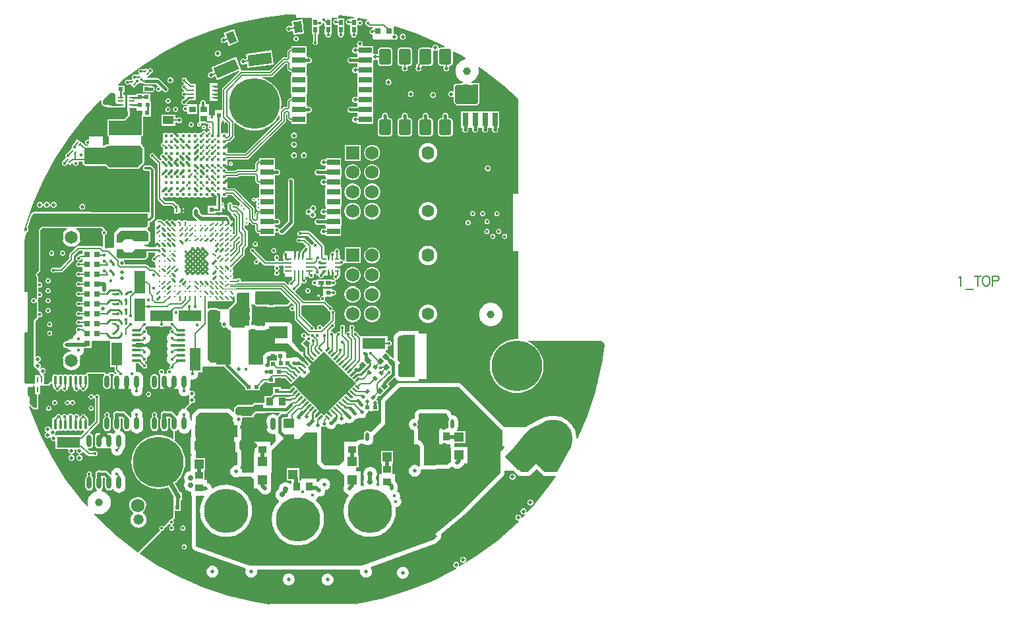
<source format=gtl>
G04*
G04 #@! TF.GenerationSoftware,Altium Limited,Altium Designer,24.1.2 (44)*
G04*
G04 Layer_Physical_Order=1*
G04 Layer_Color=255*
%FSLAX44Y44*%
%MOMM*%
G71*
G04*
G04 #@! TF.SameCoordinates,3E41DE66-C22E-4A43-A9AF-2340ABB4EF3F*
G04*
G04*
G04 #@! TF.FilePolarity,Positive*
G04*
G01*
G75*
%ADD10C,0.1524*%
%ADD15C,0.2540*%
%ADD20C,0.1778*%
%ADD25R,0.9000X0.8000*%
G04:AMPARAMS|DCode=26|XSize=0.6mm|YSize=0.24mm|CornerRadius=0mm|HoleSize=0mm|Usage=FLASHONLY|Rotation=225.000|XOffset=0mm|YOffset=0mm|HoleType=Round|Shape=Rectangle|*
%AMROTATEDRECTD26*
4,1,4,0.1273,0.2970,0.2970,0.1273,-0.1273,-0.2970,-0.2970,-0.1273,0.1273,0.2970,0.0*
%
%ADD26ROTATEDRECTD26*%

G04:AMPARAMS|DCode=27|XSize=0.6mm|YSize=0.24mm|CornerRadius=0mm|HoleSize=0mm|Usage=FLASHONLY|Rotation=315.000|XOffset=0mm|YOffset=0mm|HoleType=Round|Shape=Rectangle|*
%AMROTATEDRECTD27*
4,1,4,-0.2970,0.1273,-0.1273,0.2970,0.2970,-0.1273,0.1273,-0.2970,-0.2970,0.1273,0.0*
%
%ADD27ROTATEDRECTD27*%

%ADD28R,3.0000X1.4000*%
%ADD29R,1.4000X1.0000*%
%ADD30R,0.7620X0.2794*%
G04:AMPARAMS|DCode=31|XSize=2.5mm|YSize=1.7mm|CornerRadius=0mm|HoleSize=0mm|Usage=FLASHONLY|Rotation=315.000|XOffset=0mm|YOffset=0mm|HoleType=Round|Shape=Rectangle|*
%AMROTATEDRECTD31*
4,1,4,-1.4849,0.2828,-0.2828,1.4849,1.4849,-0.2828,0.2828,-1.4849,-1.4849,0.2828,0.0*
%
%ADD31ROTATEDRECTD31*%

%ADD32R,0.7400X1.6750*%
%ADD33R,1.1500X1.1500*%
%ADD34R,1.6700X0.7600*%
%ADD35R,1.0500X1.5000*%
%ADD36R,2.4000X1.5000*%
G04:AMPARAMS|DCode=37|XSize=2mm|YSize=1.5mm|CornerRadius=0.2625mm|HoleSize=0mm|Usage=FLASHONLY|Rotation=90.000|XOffset=0mm|YOffset=0mm|HoleType=Round|Shape=RoundedRectangle|*
%AMROUNDEDRECTD37*
21,1,2.0000,0.9750,0,0,90.0*
21,1,1.4750,1.5000,0,0,90.0*
1,1,0.5250,0.4875,0.7375*
1,1,0.5250,0.4875,-0.7375*
1,1,0.5250,-0.4875,-0.7375*
1,1,0.5250,-0.4875,0.7375*
%
%ADD37ROUNDEDRECTD37*%
%ADD38R,0.8000X0.8000*%
%ADD39R,0.5588X0.6000*%
%ADD40R,0.6750X0.5080*%
%ADD41R,0.5000X0.7000*%
G04:AMPARAMS|DCode=42|XSize=0.2mm|YSize=0.35mm|CornerRadius=0mm|HoleSize=0mm|Usage=FLASHONLY|Rotation=330.000|XOffset=0mm|YOffset=0mm|HoleType=Round|Shape=Rectangle|*
%AMROTATEDRECTD42*
4,1,4,-0.1741,-0.1016,0.0009,0.2016,0.1741,0.1016,-0.0009,-0.2016,-0.1741,-0.1016,0.0*
%
%ADD42ROTATEDRECTD42*%

%ADD43R,0.5000X0.5000*%
%ADD44R,0.8000X0.8000*%
%ADD45R,2.7000X1.2000*%
%ADD46R,1.5000X5.4000*%
%ADD47R,0.9500X1.0000*%
%ADD48C,0.3000*%
%ADD50R,1.2500X1.3500*%
%ADD51R,0.6100X0.2700*%
%ADD52R,0.2794X0.7620*%
%ADD53R,0.2794X0.8636*%
%ADD54R,1.2500X0.3500*%
%ADD55O,1.2500X0.3500*%
%ADD56R,0.8636X0.2794*%
%ADD57R,0.2794X0.4826*%
%ADD58R,0.4826X0.2794*%
%ADD59R,0.3200X0.2600*%
%ADD60R,0.6200X0.6200*%
%ADD61R,0.2600X0.3200*%
%ADD62R,0.6200X0.6200*%
%ADD63R,5.4000X1.5000*%
%ADD64R,1.7780X1.3970*%
%ADD65R,0.2500X0.3000*%
%ADD66R,0.5000X0.4750*%
%ADD67O,0.3500X1.2500*%
%ADD68R,0.3500X1.2500*%
G04:AMPARAMS|DCode=69|XSize=3mm|YSize=1.4mm|CornerRadius=0mm|HoleSize=0mm|Usage=FLASHONLY|Rotation=187.503|XOffset=0mm|YOffset=0mm|HoleType=Round|Shape=Rectangle|*
%AMROTATEDRECTD69*
4,1,4,1.3958,0.8899,1.5786,-0.4981,-1.3958,-0.8899,-1.5786,0.4981,1.3958,0.8899,0.0*
%
%ADD69ROTATEDRECTD69*%

G04:AMPARAMS|DCode=70|XSize=3mm|YSize=1.4mm|CornerRadius=0mm|HoleSize=0mm|Usage=FLASHONLY|Rotation=203.138|XOffset=0mm|YOffset=0mm|HoleType=Round|Shape=Rectangle|*
%AMROTATEDRECTD70*
4,1,4,1.1043,1.2331,1.6544,-0.0543,-1.1043,-1.2331,-1.6544,0.0543,1.1043,1.2331,0.0*
%
%ADD70ROTATEDRECTD70*%

%ADD71R,0.3600X0.2500*%
%ADD72R,1.0000X0.9500*%
G04:AMPARAMS|DCode=73|XSize=5.4mm|YSize=1.5mm|CornerRadius=0mm|HoleSize=0mm|Usage=FLASHONLY|Rotation=45.000|XOffset=0mm|YOffset=0mm|HoleType=Round|Shape=Rectangle|*
%AMROTATEDRECTD73*
4,1,4,-1.3789,-2.4395,-2.4395,-1.3789,1.3789,2.4395,2.4395,1.3789,-1.3789,-2.4395,0.0*
%
%ADD73ROTATEDRECTD73*%

%ADD74R,1.4500X1.1500*%
G04:AMPARAMS|DCode=75|XSize=5.4mm|YSize=1.5mm|CornerRadius=0mm|HoleSize=0mm|Usage=FLASHONLY|Rotation=27.000|XOffset=0mm|YOffset=0mm|HoleType=Round|Shape=Rectangle|*
%AMROTATEDRECTD75*
4,1,4,-2.0652,-1.8940,-2.7462,-0.5575,2.0652,1.8940,2.7462,0.5575,-2.0652,-1.8940,0.0*
%
%ADD75ROTATEDRECTD75*%

G04:AMPARAMS|DCode=76|XSize=5.4mm|YSize=1.5mm|CornerRadius=0mm|HoleSize=0mm|Usage=FLASHONLY|Rotation=140.000|XOffset=0mm|YOffset=0mm|HoleType=Round|Shape=Rectangle|*
%AMROTATEDRECTD76*
4,1,4,2.5504,-1.1610,1.5862,-2.3101,-2.5504,1.1610,-1.5862,2.3101,2.5504,-1.1610,0.0*
%
%ADD76ROTATEDRECTD76*%

%ADD77P,0.8768X4X360.0*%
%ADD78R,1.1500X2.7000*%
%ADD79R,0.7700X0.9800*%
G04:AMPARAMS|DCode=80|XSize=0.2mm|YSize=0.35mm|CornerRadius=0mm|HoleSize=0mm|Usage=FLASHONLY|Rotation=315.000|XOffset=0mm|YOffset=0mm|HoleType=Round|Shape=Rectangle|*
%AMROTATEDRECTD80*
4,1,4,-0.1945,-0.0530,0.0530,0.1945,0.1945,0.0530,-0.0530,-0.1945,-0.1945,-0.0530,0.0*
%
%ADD80ROTATEDRECTD80*%

G04:AMPARAMS|DCode=81|XSize=0.5mm|YSize=0.475mm|CornerRadius=0mm|HoleSize=0mm|Usage=FLASHONLY|Rotation=225.000|XOffset=0mm|YOffset=0mm|HoleType=Round|Shape=Rectangle|*
%AMROTATEDRECTD81*
4,1,4,0.0088,0.3447,0.3447,0.0088,-0.0088,-0.3447,-0.3447,-0.0088,0.0088,0.3447,0.0*
%
%ADD81ROTATEDRECTD81*%

G04:AMPARAMS|DCode=82|XSize=0.5mm|YSize=0.475mm|CornerRadius=0mm|HoleSize=0mm|Usage=FLASHONLY|Rotation=315.000|XOffset=0mm|YOffset=0mm|HoleType=Round|Shape=Rectangle|*
%AMROTATEDRECTD82*
4,1,4,-0.3447,0.0088,-0.0088,0.3447,0.3447,-0.0088,0.0088,-0.3447,-0.3447,0.0088,0.0*
%
%ADD82ROTATEDRECTD82*%

%ADD83R,0.4750X0.5000*%
%ADD84R,1.1500X1.1500*%
%ADD85R,1.4000X3.0000*%
%ADD86O,0.6000X1.5500*%
G04:AMPARAMS|DCode=87|XSize=1mm|YSize=1.4mm|CornerRadius=0mm|HoleSize=0mm|Usage=FLASHONLY|Rotation=201.507|XOffset=0mm|YOffset=0mm|HoleType=Round|Shape=Rectangle|*
%AMROTATEDRECTD87*
4,1,4,0.2086,0.8346,0.7218,-0.4680,-0.2086,-0.8346,-0.7218,0.4680,0.2086,0.8346,0.0*
%
%ADD87ROTATEDRECTD87*%

G04:AMPARAMS|DCode=88|XSize=1mm|YSize=1.4mm|CornerRadius=0mm|HoleSize=0mm|Usage=FLASHONLY|Rotation=187.055|XOffset=0mm|YOffset=0mm|HoleType=Round|Shape=Rectangle|*
%AMROTATEDRECTD88*
4,1,4,0.4102,0.7561,0.5822,-0.6333,-0.4102,-0.7561,-0.5822,0.6333,0.4102,0.7561,0.0*
%
%ADD88ROTATEDRECTD88*%

%ADD147C,1.9050*%
%ADD154C,1.6510*%
G04:AMPARAMS|DCode=157|XSize=4.6mm|YSize=4.975mm|CornerRadius=0mm|HoleSize=0mm|Usage=FLASHONLY|Rotation=45.000|XOffset=0mm|YOffset=0mm|HoleType=Round|Shape=Rectangle|*
%AMROTATEDRECTD157*
4,1,4,0.1326,-3.3853,-3.3853,0.1326,-0.1326,3.3853,3.3853,-0.1326,0.1326,-3.3853,0.0*
%
%ADD157ROTATEDRECTD157*%

%ADD158R,4.1000X1.8550*%
%ADD159R,1.8542X4.5212*%
%ADD160R,5.5118X2.2350*%
%ADD161C,0.4318*%
G04:AMPARAMS|DCode=162|XSize=2.235mm|YSize=5.5118mm|CornerRadius=0mm|HoleSize=0mm|Usage=FLASHONLY|Rotation=260.000|XOffset=0mm|YOffset=0mm|HoleType=Round|Shape=Rectangle|*
%AMROTATEDRECTD162*
4,1,4,-2.5200,1.5791,2.9081,0.6220,2.5200,-1.5791,-2.9081,-0.6220,-2.5200,1.5791,0.0*
%
%ADD162ROTATEDRECTD162*%

G04:AMPARAMS|DCode=163|XSize=2.235mm|YSize=5.5118mm|CornerRadius=0mm|HoleSize=0mm|Usage=FLASHONLY|Rotation=310.000|XOffset=0mm|YOffset=0mm|HoleType=Round|Shape=Rectangle|*
%AMROTATEDRECTD163*
4,1,4,-2.8295,-0.9154,1.3928,2.6275,2.8295,0.9154,-1.3928,-2.6275,-2.8295,-0.9154,0.0*
%
%ADD163ROTATEDRECTD163*%

%ADD164C,1.0000*%
%ADD165C,0.3810*%
%ADD166C,0.2032*%
%ADD167C,0.0958*%
%ADD168C,0.3048*%
%ADD169C,0.5080*%
%ADD170C,0.2286*%
%ADD171C,0.4496*%
%ADD172C,0.2245*%
%ADD173C,0.3246*%
%ADD174C,0.6350*%
%ADD175C,0.1549*%
%ADD176C,0.5842*%
%ADD177C,1.6000*%
%ADD178O,1.6000X1.7500*%
%ADD179C,1.7272*%
%ADD180R,1.7272X1.7272*%
%ADD181C,1.3208*%
%ADD182C,5.6769*%
%ADD183C,6.5000*%
%ADD184C,5.0000*%
%ADD185C,0.4064*%
%ADD186C,0.5080*%
%ADD187C,0.3048*%
%ADD188C,0.7112*%
%ADD189C,0.6096*%
G36*
X-17526Y379562D02*
Y376428D01*
X2280D01*
X2588Y375285D01*
X2588D01*
Y364221D01*
Y355221D01*
X4057D01*
Y345445D01*
X4054Y345440D01*
X3865Y344817D01*
X3802Y344170D01*
X3865Y343523D01*
X4054Y342900D01*
X4361Y342327D01*
X4773Y341824D01*
X5276Y341411D01*
X5850Y341105D01*
X6472Y340916D01*
X7120Y340852D01*
X7767Y340916D01*
X8389Y341105D01*
X8963Y341411D01*
X9466Y341824D01*
X9878Y342327D01*
X10185Y342900D01*
X10374Y343523D01*
X10438Y344170D01*
X10374Y344817D01*
X10185Y345440D01*
X10182Y345445D01*
Y355221D01*
X11652D01*
Y364885D01*
X11800Y365141D01*
X12922Y365953D01*
X12954Y365950D01*
X13601Y366013D01*
X14224Y366202D01*
X14797Y366509D01*
X15300Y366922D01*
X15713Y367424D01*
X16019Y367998D01*
X16208Y368620D01*
X16249Y369037D01*
X16842Y369403D01*
X17519Y369564D01*
X19016Y368066D01*
Y355221D01*
X19195D01*
X19519Y355000D01*
X20243Y353951D01*
X20230Y353822D01*
X20294Y353175D01*
X20483Y352552D01*
X20789Y351979D01*
X21202Y351476D01*
X21705Y351063D01*
X22279Y350757D01*
X22901Y350568D01*
X23548Y350504D01*
X24196Y350568D01*
X24818Y350757D01*
X25392Y351063D01*
X25894Y351476D01*
X26307Y351979D01*
X26614Y352552D01*
X26803Y353175D01*
X26866Y353822D01*
X26854Y353951D01*
X27578Y355000D01*
X27902Y355221D01*
X28080D01*
Y364221D01*
Y375285D01*
X28080D01*
X28388Y376428D01*
X35138D01*
X35445Y375285D01*
X35445Y375158D01*
Y374728D01*
X34387Y373974D01*
X34175Y373940D01*
X33667Y374094D01*
X33020Y374158D01*
X32373Y374094D01*
X31750Y373905D01*
X31177Y373599D01*
X30674Y373186D01*
X30261Y372683D01*
X29955Y372110D01*
X29766Y371487D01*
X29702Y370840D01*
X29766Y370193D01*
X29955Y369570D01*
X30261Y368997D01*
X30674Y368494D01*
X31177Y368081D01*
X31750Y367775D01*
X31756Y367773D01*
X31941Y367587D01*
X31941Y367587D01*
X32406Y367206D01*
X32935Y366923D01*
X33510Y366749D01*
X34107Y366690D01*
X35445D01*
Y355221D01*
X35624D01*
X35947Y355000D01*
X36672Y353951D01*
X36659Y353822D01*
X36723Y353175D01*
X36912Y352552D01*
X37218Y351979D01*
X37631Y351476D01*
X38134Y351063D01*
X38707Y350757D01*
X39330Y350568D01*
X39977Y350504D01*
X40624Y350568D01*
X41247Y350757D01*
X41820Y351063D01*
X42323Y351476D01*
X42736Y351979D01*
X43042Y352552D01*
X43231Y353175D01*
X43295Y353822D01*
X43282Y353951D01*
X44007Y355000D01*
X44330Y355221D01*
X44509D01*
Y364221D01*
Y375285D01*
X36883D01*
X36576Y376428D01*
X36576Y376555D01*
Y378428D01*
X37499Y379300D01*
X38461Y379245D01*
X38461Y379245D01*
X38461Y379245D01*
X56917Y376555D01*
X56825Y375285D01*
X51874D01*
Y374771D01*
X51222Y374245D01*
X50604Y373965D01*
X50177Y374094D01*
X49530Y374158D01*
X48883Y374094D01*
X48260Y373905D01*
X47687Y373599D01*
X47184Y373186D01*
X46771Y372683D01*
X46465Y372110D01*
X46276Y371487D01*
X46212Y370840D01*
X46276Y370193D01*
X46465Y369570D01*
X46771Y368997D01*
X47184Y368494D01*
X47687Y368081D01*
X48260Y367775D01*
X48266Y367773D01*
X48451Y367587D01*
X48451Y367587D01*
X48916Y367206D01*
X49445Y366923D01*
X50020Y366749D01*
X50617Y366690D01*
X51874D01*
Y355221D01*
X52052D01*
X52376Y355000D01*
X53101Y353951D01*
X53088Y353822D01*
X53152Y353175D01*
X53340Y352552D01*
X53647Y351979D01*
X54060Y351476D01*
X54562Y351063D01*
X55136Y350757D01*
X55759Y350568D01*
X56406Y350504D01*
X57053Y350568D01*
X57675Y350757D01*
X58249Y351063D01*
X58752Y351476D01*
X59165Y351979D01*
X59471Y352552D01*
X59660Y353175D01*
X59724Y353822D01*
X59711Y353951D01*
X60436Y355000D01*
X60759Y355221D01*
X60938D01*
Y366392D01*
X61104Y366540D01*
X62208Y366947D01*
X62373Y366811D01*
X62947Y366505D01*
X63569Y366316D01*
X64216Y366252D01*
X64864Y366316D01*
X65486Y366505D01*
X66060Y366811D01*
X66562Y367224D01*
X66975Y367727D01*
X67282Y368300D01*
X67470Y368923D01*
X67534Y369570D01*
X67470Y370217D01*
X67282Y370840D01*
X66975Y371413D01*
X66562Y371916D01*
X66060Y372329D01*
X65486Y372635D01*
X64864Y372824D01*
X64216Y372888D01*
X63569Y372824D01*
X62947Y372635D01*
X62373Y372329D01*
X62208Y372193D01*
X61104Y372600D01*
X60938Y372748D01*
Y374686D01*
X61988Y375816D01*
X71368Y374450D01*
X73298Y373994D01*
X73339Y372679D01*
X73195Y372635D01*
X72622Y372329D01*
X72119Y371916D01*
X71706Y371413D01*
X71400Y370840D01*
X71211Y370217D01*
X71147Y369570D01*
X71211Y368923D01*
X71400Y368300D01*
X71706Y367727D01*
X72119Y367224D01*
X72622Y366811D01*
X73195Y366505D01*
X73201Y366503D01*
X74839Y364864D01*
X74840Y364864D01*
X75304Y364483D01*
X75833Y364200D01*
X76408Y364026D01*
X77005Y363967D01*
X80464D01*
X80714Y363586D01*
X80668Y363192D01*
X80129Y362163D01*
X79989Y362120D01*
X79459Y361837D01*
X78995Y361456D01*
X78746Y361207D01*
X78740Y361205D01*
X78167Y360899D01*
X77664Y360486D01*
X77251Y359983D01*
X76945Y359410D01*
X76756Y358787D01*
X76692Y358140D01*
X76756Y357493D01*
X76945Y356870D01*
X77251Y356297D01*
X77664Y355794D01*
X78167Y355381D01*
X78740Y355075D01*
X79363Y354886D01*
X80010Y354822D01*
X80518Y354362D01*
Y349403D01*
X81940Y347980D01*
X107143D01*
X107364Y347862D01*
X108082Y347644D01*
X108829Y347570D01*
X109576Y347644D01*
X110294Y347862D01*
X110956Y348216D01*
X111536Y348692D01*
X112012Y349272D01*
X112366Y349934D01*
X112584Y350652D01*
X112657Y351399D01*
X112584Y352146D01*
X112366Y352864D01*
X112012Y353526D01*
X111536Y354106D01*
X110956Y354582D01*
X110294Y354936D01*
X109576Y355154D01*
X108829Y355227D01*
X107696Y356278D01*
Y362772D01*
X107632Y362836D01*
Y364178D01*
X108902Y365095D01*
X135306Y356368D01*
X165851Y343219D01*
X173211Y339257D01*
X172901Y338026D01*
X169114D01*
X168201Y337936D01*
X167323Y337670D01*
X166514Y337237D01*
X166322Y337079D01*
X165109Y337727D01*
X165118Y337820D01*
X165045Y338567D01*
X164827Y339285D01*
X164473Y339947D01*
X163997Y340527D01*
X163417Y341003D01*
X162755Y341357D01*
X162037Y341575D01*
X161290Y341648D01*
X160543Y341575D01*
X159825Y341357D01*
X159163Y341003D01*
X158583Y340527D01*
X158107Y339947D01*
X157753Y339285D01*
X157535Y338567D01*
X157462Y337820D01*
X157471Y337725D01*
X156259Y337077D01*
X156064Y337237D01*
X155255Y337670D01*
X154377Y337936D01*
X153464Y338026D01*
X143714D01*
X142801Y337936D01*
X141923Y337670D01*
X141114Y337237D01*
X140405Y336655D01*
X139823Y335946D01*
X139390Y335137D01*
X139124Y334259D01*
X139034Y333346D01*
Y318626D01*
X137534Y317126D01*
X137153Y316662D01*
X136870Y316132D01*
X136696Y315557D01*
X136637Y314960D01*
X136637Y314960D01*
Y313381D01*
X136517Y313234D01*
X136163Y312572D01*
X135945Y311854D01*
X135872Y311107D01*
X135945Y310360D01*
X136163Y309642D01*
X136517Y308980D01*
X136993Y308400D01*
X137573Y307924D01*
X138235Y307570D01*
X138953Y307352D01*
X139700Y307278D01*
X140447Y307352D01*
X141165Y307570D01*
X141827Y307924D01*
X142407Y308400D01*
X142883Y308980D01*
X143237Y309642D01*
X143455Y310360D01*
X143528Y311107D01*
X143455Y311854D01*
X143237Y312572D01*
X143172Y312694D01*
X143513Y313463D01*
X143898Y313914D01*
X143902Y313917D01*
X153464D01*
X154377Y314007D01*
X155255Y314273D01*
X156064Y314705D01*
X156773Y315287D01*
X157355Y315996D01*
X157787Y316805D01*
X158053Y317683D01*
X158143Y318596D01*
Y333346D01*
X158091Y333873D01*
X158981Y334507D01*
X159264Y334583D01*
X159825Y334283D01*
X160543Y334065D01*
X161290Y333992D01*
X162037Y334065D01*
X162755Y334283D01*
X163313Y334581D01*
X163601Y334505D01*
X164486Y333871D01*
X164434Y333346D01*
Y318596D01*
X164524Y317683D01*
X164790Y316805D01*
X165223Y315996D01*
X165805Y315287D01*
X166514Y314705D01*
X167323Y314273D01*
X168201Y314007D01*
X169114Y313917D01*
X171007D01*
X171740Y312647D01*
X171723Y312615D01*
X171505Y311897D01*
X171432Y311150D01*
X171505Y310403D01*
X171723Y309685D01*
X172077Y309023D01*
X172553Y308443D01*
X173133Y307967D01*
X173795Y307613D01*
X174513Y307395D01*
X175260Y307322D01*
X176007Y307395D01*
X176725Y307613D01*
X177387Y307967D01*
X177967Y308443D01*
X178443Y309023D01*
X178797Y309685D01*
X179015Y310403D01*
X179088Y311150D01*
X179015Y311897D01*
X178797Y312615D01*
X178780Y312647D01*
X178792Y312828D01*
X179436Y313960D01*
X179458Y313975D01*
X179777Y314007D01*
X180655Y314273D01*
X181464Y314705D01*
X182173Y315287D01*
X182755Y315996D01*
X183187Y316805D01*
X183453Y317683D01*
X183543Y318596D01*
Y332254D01*
X184813Y333013D01*
X195133Y327458D01*
X200319Y324053D01*
X200280Y323355D01*
X200010Y322737D01*
X198587Y322495D01*
X196968Y322029D01*
X195411Y321384D01*
X193937Y320569D01*
X192563Y319594D01*
X191307Y318471D01*
X190184Y317215D01*
X189209Y315841D01*
X188394Y314366D01*
X187749Y312810D01*
X187283Y311191D01*
X187001Y309530D01*
X186906Y307848D01*
X187001Y306166D01*
X187283Y304505D01*
X187749Y302886D01*
X188394Y301329D01*
X189209Y299855D01*
X190184Y298481D01*
X191307Y297225D01*
X192563Y296102D01*
X193937Y295127D01*
X195411Y294312D01*
X196521Y293853D01*
X196269Y292582D01*
X193906D01*
Y291609D01*
X187960D01*
X187430Y291540D01*
X186935Y291335D01*
X186511Y291009D01*
X185241Y289739D01*
X184915Y289315D01*
X184710Y288820D01*
X184641Y288290D01*
Y282252D01*
X184428Y282020D01*
X183370Y281534D01*
X183121Y281667D01*
X182403Y281885D01*
X181656Y281958D01*
X180909Y281885D01*
X180191Y281667D01*
X179529Y281313D01*
X178949Y280837D01*
X178472Y280257D01*
X178119Y279595D01*
X177901Y278877D01*
X177827Y278130D01*
X177901Y277383D01*
X178119Y276665D01*
X178472Y276003D01*
X178949Y275423D01*
X179529Y274947D01*
X180191Y274593D01*
X180909Y274375D01*
X181656Y274302D01*
X182403Y274375D01*
X183121Y274593D01*
X183370Y274726D01*
X184428Y274240D01*
X184641Y274008D01*
Y267970D01*
X184710Y267439D01*
X184915Y266945D01*
X185241Y266521D01*
X187781Y263981D01*
X188205Y263655D01*
X188699Y263450D01*
X189230Y263381D01*
X213360D01*
X213890Y263450D01*
X214385Y263655D01*
X214809Y263981D01*
X217349Y266521D01*
X217675Y266945D01*
X217880Y267439D01*
X217950Y267970D01*
Y271769D01*
X218070D01*
Y292582D01*
X207591D01*
X207339Y293853D01*
X208449Y294312D01*
X209923Y295127D01*
X211297Y296102D01*
X212553Y297225D01*
X213676Y298481D01*
X214651Y299855D01*
X215466Y301329D01*
X216111Y302886D01*
X216577Y304505D01*
X216859Y306166D01*
X216954Y307848D01*
X216859Y309530D01*
X216577Y311191D01*
X216340Y312013D01*
X217430Y312817D01*
X222931Y309205D01*
X249031Y288599D01*
X267394Y271673D01*
Y150114D01*
X260858D01*
Y75946D01*
X267394D01*
Y-35770D01*
X266480Y-36651D01*
X265630Y-36621D01*
X263165Y-36709D01*
X260712Y-36973D01*
X258285Y-37411D01*
X255895Y-38021D01*
X253554Y-38800D01*
X251275Y-39744D01*
X249070Y-40848D01*
X246948Y-42106D01*
X244922Y-43513D01*
X243002Y-45061D01*
X241196Y-46742D01*
X239515Y-48547D01*
X237968Y-50468D01*
X236561Y-52494D01*
X235302Y-54615D01*
X234198Y-56821D01*
X233254Y-59100D01*
X232475Y-61440D01*
X231865Y-63830D01*
X231427Y-66258D01*
X231164Y-68710D01*
X231076Y-71175D01*
X231164Y-73640D01*
X231427Y-76093D01*
X231865Y-78520D01*
X232475Y-80910D01*
X233254Y-83251D01*
X234198Y-85529D01*
X235302Y-87735D01*
X236561Y-89856D01*
X237968Y-91883D01*
X239515Y-93803D01*
X241196Y-95609D01*
X243002Y-97289D01*
X244922Y-98837D01*
X246948Y-100244D01*
X249070Y-101502D01*
X251275Y-102607D01*
X253554Y-103551D01*
X255895Y-104329D01*
X258285Y-104939D01*
X260712Y-105377D01*
X263165Y-105641D01*
X265630Y-105729D01*
X268095Y-105641D01*
X270547Y-105377D01*
X272975Y-104939D01*
X275365Y-104329D01*
X277705Y-103551D01*
X279984Y-102607D01*
X282190Y-101502D01*
X284311Y-100244D01*
X286337Y-98837D01*
X288258Y-97289D01*
X290063Y-95609D01*
X291744Y-93803D01*
X293292Y-91883D01*
X294698Y-89856D01*
X295957Y-87735D01*
X297061Y-85529D01*
X298005Y-83251D01*
X298784Y-80910D01*
X299394Y-78520D01*
X299832Y-76093D01*
X300096Y-73640D01*
X300184Y-71175D01*
X300096Y-68710D01*
X299832Y-66258D01*
X299394Y-63830D01*
X298784Y-61440D01*
X298005Y-59100D01*
X297061Y-56821D01*
X295957Y-54615D01*
X294698Y-52494D01*
X293292Y-50468D01*
X291744Y-48547D01*
X290063Y-46742D01*
X288258Y-45061D01*
X286337Y-43513D01*
X284311Y-42106D01*
X282190Y-40848D01*
X279984Y-39744D01*
X279953Y-39731D01*
X280206Y-38461D01*
X371653D01*
X371944Y-38532D01*
X372607Y-38560D01*
X373897Y-38875D01*
X375044Y-39409D01*
X375281Y-39567D01*
X375768Y-39923D01*
X376730Y-40886D01*
X377560Y-42128D01*
X378132Y-43508D01*
X378350Y-44603D01*
X374823Y-68807D01*
X374450Y-71368D01*
X366804Y-103732D01*
X356368Y-135306D01*
X343773Y-164564D01*
X342493Y-164326D01*
X342430Y-162738D01*
X342153Y-160391D01*
X341692Y-158073D01*
X341050Y-155798D01*
X340232Y-153580D01*
X339242Y-151433D01*
X338087Y-149371D01*
X336774Y-147406D01*
X335311Y-145549D01*
X333706Y-143814D01*
X331970Y-142209D01*
X330114Y-140746D01*
X328149Y-139433D01*
X326087Y-138278D01*
X323940Y-137288D01*
X321722Y-136470D01*
X319447Y-135829D01*
X317129Y-135367D01*
X314782Y-135090D01*
X312420Y-134997D01*
X310058Y-135090D01*
X307711Y-135367D01*
X305393Y-135829D01*
X303118Y-136470D01*
X300900Y-137288D01*
X298753Y-138278D01*
X297909Y-138751D01*
X297767Y-138794D01*
X297607Y-138879D01*
X297437Y-138944D01*
X279657Y-147834D01*
X279386Y-148005D01*
X279104Y-148156D01*
X278964Y-148271D01*
X278810Y-148367D01*
X278578Y-148587D01*
X278330Y-148791D01*
X277996Y-149125D01*
X276860Y-149542D01*
Y-149542D01*
X276860Y-149542D01*
X249471D01*
X194744Y-94816D01*
X193971Y-94181D01*
X193088Y-93709D01*
X192131Y-93419D01*
X191135Y-93320D01*
X114935D01*
X113939Y-93419D01*
X112982Y-93709D01*
X112099Y-94181D01*
X111326Y-94816D01*
X92910Y-113230D01*
X92276Y-114004D01*
X91804Y-114887D01*
X91514Y-115844D01*
X91415Y-116840D01*
Y-143682D01*
X79033Y-156064D01*
X77524Y-155777D01*
X77263Y-155459D01*
X77263D01*
X76567Y-154888D01*
X75773Y-154464D01*
X74911Y-154202D01*
X74015Y-154114D01*
X73119Y-154202D01*
X72257Y-154464D01*
X71462Y-154888D01*
X70766Y-155459D01*
X70195Y-156156D01*
X69770Y-156950D01*
X69509Y-157812D01*
X69421Y-158708D01*
Y-165021D01*
X69342Y-165100D01*
X69010D01*
X68786Y-165414D01*
X68179Y-165583D01*
X64689D01*
X63693Y-165681D01*
X62736Y-165972D01*
X61853Y-166444D01*
X61080Y-167078D01*
X60637Y-167618D01*
X60356Y-167768D01*
X59644Y-168352D01*
X44529D01*
Y-183160D01*
X43779D01*
Y-193294D01*
X43561D01*
X37678Y-199177D01*
X37504Y-199107D01*
X37277Y-199063D01*
X37055Y-198996D01*
X36787Y-198970D01*
X36522Y-198919D01*
X36290Y-198921D01*
X36059Y-198898D01*
X19173D01*
X14503Y-194228D01*
Y-171371D01*
X14532D01*
Y-151211D01*
X14532Y-151211D01*
X14496Y-150368D01*
X15369Y-149098D01*
X17393D01*
X18049Y-149297D01*
X18796Y-149370D01*
X19543Y-149297D01*
X20261Y-149079D01*
X20867Y-148755D01*
X21082Y-149106D01*
X21860Y-150018D01*
X22568Y-150622D01*
D01*
X22773Y-150797D01*
X23795Y-151424D01*
X24903Y-151883D01*
X26070Y-152163D01*
X27265Y-152257D01*
X28461Y-152163D01*
X29627Y-151883D01*
X30735Y-151424D01*
X31758Y-150797D01*
X32670Y-150018D01*
X33449Y-149106D01*
X34076Y-148083D01*
X34535Y-146975D01*
X34539Y-146959D01*
X34555Y-146955D01*
X35663Y-146496D01*
X36686Y-145869D01*
X37257Y-145382D01*
X38024Y-145700D01*
X39190Y-145979D01*
X40386Y-146074D01*
X41582Y-145979D01*
X42748Y-145700D01*
X43856Y-145240D01*
X44608Y-144780D01*
D01*
X44879Y-144614D01*
X45791Y-143835D01*
X46443Y-143072D01*
X47235Y-143557D01*
X48343Y-144016D01*
X49510Y-144296D01*
X50705Y-144390D01*
X51901Y-144296D01*
X53067Y-144016D01*
X54175Y-143557D01*
X55198Y-142931D01*
X56110Y-142152D01*
X56889Y-141240D01*
X57516Y-140217D01*
X57888Y-139319D01*
X58050Y-139332D01*
X59246Y-139237D01*
X60412Y-138958D01*
X61520Y-138498D01*
X62543Y-137872D01*
X63399Y-137140D01*
X64440Y-137571D01*
X65606Y-137851D01*
X66802Y-137946D01*
X67998Y-137851D01*
X69164Y-137571D01*
X70272Y-137113D01*
X71295Y-136486D01*
X72207Y-135707D01*
X72986Y-134795D01*
X73612Y-133772D01*
X74071Y-132664D01*
X74352Y-131498D01*
X74446Y-130302D01*
X74442Y-130262D01*
X75610Y-128992D01*
X77470D01*
Y-129032D01*
X80518D01*
Y-128992D01*
X88273D01*
Y-119928D01*
X88273D01*
X87688Y-118900D01*
X87594Y-118658D01*
X87648Y-118110D01*
X87575Y-117363D01*
X87357Y-116645D01*
X87003Y-115983D01*
X86527Y-115403D01*
X85947Y-114927D01*
X85830Y-114864D01*
X85517Y-113550D01*
X85567Y-113331D01*
X87414Y-111485D01*
X86463Y-110534D01*
X87878Y-109118D01*
X89528Y-110768D01*
X95892Y-104404D01*
X103150Y-97146D01*
X100160Y-94157D01*
X108082Y-86234D01*
X108258Y-86167D01*
X108393Y-86141D01*
X108829Y-86160D01*
X109702Y-86411D01*
X109720Y-86437D01*
X109865Y-86576D01*
X109992Y-86731D01*
X111960Y-88700D01*
X112734Y-89334D01*
X113617Y-89806D01*
X114574Y-90097D01*
X114589Y-90098D01*
Y-90503D01*
X139749D01*
Y-87630D01*
X149860D01*
Y-29210D01*
X139749D01*
Y-26342D01*
X114589D01*
Y-26742D01*
X114574Y-26744D01*
X113617Y-27034D01*
X112734Y-27506D01*
X111960Y-28140D01*
X109420Y-30680D01*
X108786Y-31454D01*
X108314Y-32337D01*
X108024Y-33294D01*
X107925Y-34290D01*
Y-60893D01*
X106752Y-61379D01*
X104782Y-59408D01*
X104420Y-59046D01*
X97585Y-52212D01*
X98111Y-50942D01*
X99582D01*
Y-45671D01*
X100852Y-45057D01*
X101207Y-45164D01*
X101854Y-45228D01*
X102501Y-45164D01*
X103124Y-44975D01*
X103697Y-44669D01*
X104200Y-44256D01*
X104613Y-43753D01*
X104919Y-43180D01*
X105108Y-42557D01*
X105172Y-41910D01*
X105108Y-41263D01*
X104919Y-40640D01*
X104613Y-40067D01*
X104200Y-39564D01*
X103697Y-39151D01*
X103124Y-38845D01*
X102501Y-38656D01*
X101854Y-38592D01*
X101207Y-38656D01*
X100852Y-38763D01*
X99582Y-38149D01*
Y-32878D01*
X65518D01*
X65518Y-32878D01*
Y-32878D01*
X64525Y-32253D01*
X61487Y-29216D01*
X61485Y-29210D01*
X61179Y-28637D01*
X60766Y-28134D01*
X60263Y-27721D01*
X59690Y-27415D01*
X59067Y-27226D01*
X58420Y-27162D01*
X58320Y-27172D01*
X57247Y-26419D01*
X57050Y-26118D01*
Y-22865D01*
X57053Y-22860D01*
X57242Y-22237D01*
X57306Y-21590D01*
X57242Y-20943D01*
X57053Y-20320D01*
X56747Y-19747D01*
X56334Y-19244D01*
X55831Y-18831D01*
X55257Y-18525D01*
X54635Y-18336D01*
X53988Y-18272D01*
X53340Y-18336D01*
X52718Y-18525D01*
X52144Y-18831D01*
X51642Y-19244D01*
X51229Y-19747D01*
X50922Y-20320D01*
X50733Y-20943D01*
X50670Y-21590D01*
X50733Y-22237D01*
X50922Y-22860D01*
X50925Y-22865D01*
Y-26125D01*
X50707Y-26446D01*
X49655Y-27174D01*
X49530Y-27162D01*
X48883Y-27226D01*
X48260Y-27415D01*
X47687Y-27721D01*
X47184Y-28134D01*
X46771Y-28637D01*
X46465Y-29210D01*
X46276Y-29833D01*
X46243Y-30168D01*
X44973Y-30106D01*
Y-22865D01*
X44975Y-22860D01*
X45164Y-22237D01*
X45228Y-21590D01*
X45164Y-20943D01*
X44975Y-20320D01*
X44669Y-19747D01*
X44256Y-19244D01*
X43753Y-18831D01*
X43180Y-18525D01*
X42557Y-18336D01*
X41910Y-18272D01*
X41263Y-18336D01*
X40640Y-18525D01*
X40067Y-18831D01*
X39564Y-19244D01*
X39151Y-19747D01*
X38845Y-20320D01*
X38656Y-20943D01*
X38592Y-21590D01*
X38656Y-22237D01*
X38845Y-22860D01*
X38847Y-22865D01*
Y-26374D01*
X38678Y-26609D01*
X37577Y-27256D01*
X37477Y-27226D01*
X36830Y-27162D01*
X36183Y-27226D01*
X35560Y-27415D01*
X34987Y-27721D01*
X34484Y-28134D01*
X34071Y-28637D01*
X33765Y-29210D01*
X33763Y-29216D01*
X33104Y-29875D01*
X32618Y-29937D01*
X31478Y-29709D01*
X31376Y-29584D01*
X31376Y-29584D01*
X31007Y-29216D01*
X31005Y-29210D01*
X30699Y-28637D01*
X30286Y-28134D01*
X29783Y-27721D01*
X29210Y-27415D01*
X28587Y-27226D01*
X27940Y-27162D01*
X27447Y-27211D01*
X27166Y-27134D01*
X27159Y-27129D01*
X26866Y-25725D01*
X30474Y-22117D01*
X30480Y-22115D01*
X31053Y-21809D01*
X31556Y-21396D01*
X31969Y-20893D01*
X32275Y-20320D01*
X32464Y-19697D01*
X32528Y-19050D01*
X32464Y-18403D01*
X32275Y-17780D01*
X31969Y-17207D01*
X31556Y-16704D01*
X31523Y-16676D01*
X31303Y-15320D01*
X31379Y-15025D01*
X31394Y-15009D01*
X31842Y-14426D01*
X32123Y-13746D01*
X32220Y-13017D01*
Y-4223D01*
X32467Y-3760D01*
X32656Y-3138D01*
X32719Y-2491D01*
X32656Y-1843D01*
X32467Y-1221D01*
X32160Y-647D01*
X31748Y-145D01*
X31245Y268D01*
X30671Y575D01*
X30115Y743D01*
X30036Y781D01*
X29240Y1811D01*
X29196Y2083D01*
X29241Y2540D01*
X29177Y3187D01*
X28988Y3810D01*
X28682Y4383D01*
X28269Y4886D01*
X27766Y5299D01*
X27192Y5605D01*
X26690Y5758D01*
X20549Y11899D01*
X20017Y12307D01*
X19942Y12383D01*
X19781Y12624D01*
X19672Y12889D01*
X19495Y13756D01*
X19512Y13852D01*
X19575Y13970D01*
X19764Y14593D01*
X19828Y15240D01*
X19764Y15887D01*
X19575Y16510D01*
X19550Y16558D01*
X20174Y17757D01*
X20269Y17828D01*
X28702D01*
Y18806D01*
X28769Y18899D01*
X29972Y19624D01*
X30033Y19606D01*
X30681Y19542D01*
X31328Y19606D01*
X31950Y19795D01*
X32524Y20101D01*
X33027Y20514D01*
X33440Y21017D01*
X33746Y21590D01*
X33935Y22213D01*
X33999Y22860D01*
X33935Y23507D01*
X33746Y24130D01*
X33440Y24703D01*
X33027Y25206D01*
X32524Y25619D01*
X31950Y25925D01*
X31328Y26114D01*
X30681Y26178D01*
X30033Y26114D01*
X29972Y26096D01*
X28769Y26821D01*
X28702Y26915D01*
Y27892D01*
X21082D01*
Y27940D01*
X16764D01*
Y19809D01*
X16626Y19131D01*
X15863Y18494D01*
X15240Y18305D01*
X14667Y17999D01*
X14164Y17586D01*
X13751Y17083D01*
X13445Y16510D01*
X13256Y15887D01*
X13192Y15240D01*
X13256Y14593D01*
X13445Y13970D01*
X12721Y12724D01*
X-7469D01*
X-18495Y23750D01*
X-18482Y24743D01*
X-18286Y25338D01*
X-17974Y25594D01*
X-17561Y26097D01*
X-17255Y26670D01*
X-17253Y26676D01*
X-11804Y32124D01*
X-11804Y32124D01*
X-11423Y32588D01*
X-11140Y33118D01*
X-10966Y33693D01*
X-10907Y34290D01*
Y34926D01*
X-10716Y35094D01*
X-9637Y35484D01*
X-9463Y35341D01*
X-8890Y35035D01*
X-8267Y34846D01*
X-7620Y34782D01*
X-6973Y34846D01*
X-6350Y35035D01*
X-5777Y35341D01*
X-5274Y35754D01*
X-4861Y36257D01*
X-4555Y36830D01*
X-4366Y37453D01*
X-4302Y38100D01*
X-4366Y38747D01*
X-4555Y39370D01*
X-4861Y39943D01*
X-4903Y39995D01*
X-5541Y41001D01*
Y43400D01*
X-1345D01*
X-1057Y42861D01*
X-644Y42358D01*
X-142Y41945D01*
X432Y41639D01*
X1054Y41450D01*
X1702Y41386D01*
X2349Y41450D01*
X2971Y41639D01*
X3545Y41945D01*
X4048Y42358D01*
X4461Y42861D01*
X4767Y43434D01*
X4956Y44057D01*
X5020Y44704D01*
X4956Y45351D01*
X4767Y45974D01*
X5434Y47083D01*
X6198Y47376D01*
X7017Y47004D01*
X7301Y46771D01*
X7874Y46465D01*
X8487Y46279D01*
Y45326D01*
X11160D01*
Y44958D01*
X11224Y44311D01*
X11413Y43688D01*
X11719Y43115D01*
X12132Y42612D01*
X12635Y42199D01*
X13208Y41893D01*
X13831Y41704D01*
X14478Y41640D01*
X15125Y41704D01*
X15748Y41893D01*
X16321Y42199D01*
X16824Y42612D01*
X17237Y43115D01*
X17543Y43688D01*
X17732Y44311D01*
X17796Y44958D01*
Y45326D01*
X29373D01*
X30033Y44434D01*
X30166Y44056D01*
X30020Y43573D01*
X29956Y42926D01*
X30020Y42279D01*
X30209Y41656D01*
X30515Y41083D01*
X30928Y40580D01*
X31147Y40400D01*
X31244Y39588D01*
X30616Y38865D01*
X30480Y38878D01*
X30352Y38865D01*
X29302Y39591D01*
X29082Y39914D01*
Y40132D01*
X8890D01*
X8636Y40386D01*
Y39122D01*
X8093Y38717D01*
X7366Y38458D01*
X7013Y38647D01*
X6391Y38836D01*
X5743Y38899D01*
X5096Y38836D01*
X4473Y38647D01*
X3900Y38340D01*
X3397Y37927D01*
X2984Y37425D01*
X2678Y36851D01*
X2489Y36229D01*
X2425Y35581D01*
X2489Y34934D01*
X2678Y34312D01*
X2984Y33738D01*
X3397Y33235D01*
X3900Y32822D01*
X4473Y32516D01*
X5096Y32327D01*
X5743Y32263D01*
X6391Y32327D01*
X7013Y32516D01*
X7366Y32705D01*
X8093Y32445D01*
X8636Y32041D01*
Y30988D01*
X29082D01*
Y31206D01*
X29302Y31529D01*
X30352Y32255D01*
X30480Y32242D01*
X31127Y32306D01*
X31750Y32495D01*
X32323Y32801D01*
X32826Y33214D01*
X33239Y33717D01*
X33545Y34290D01*
X33734Y34913D01*
X33798Y35560D01*
X33734Y36207D01*
X33545Y36830D01*
X33239Y37403D01*
X32826Y37906D01*
X32607Y38086D01*
X32510Y38898D01*
X33138Y39621D01*
X33274Y39608D01*
X33921Y39672D01*
X34544Y39861D01*
X35117Y40167D01*
X35620Y40580D01*
X36033Y41083D01*
X36339Y41656D01*
X36341Y41662D01*
X38015Y43336D01*
X38015Y43336D01*
X38396Y43800D01*
X38679Y44330D01*
X38853Y44904D01*
X38895Y45326D01*
X38912D01*
Y47491D01*
X39279D01*
Y54349D01*
X38912D01*
Y56753D01*
X39192Y57491D01*
X39279D01*
X39332Y57859D01*
X39929Y57918D01*
X40504Y58092D01*
X41034Y58375D01*
X41498Y58756D01*
X41904Y59163D01*
X41910Y59165D01*
X42483Y59471D01*
X42986Y59884D01*
X43399Y60387D01*
X43495Y60568D01*
X44737Y60636D01*
X44934Y60636D01*
X65057D01*
Y80956D01*
X44737D01*
Y64263D01*
X43467Y63945D01*
X43399Y64073D01*
X42986Y64576D01*
X42483Y64989D01*
X41910Y65295D01*
X41287Y65484D01*
X40640Y65548D01*
X40549Y65539D01*
X39469Y66300D01*
X39279Y66595D01*
Y69349D01*
X38912D01*
Y70866D01*
X37896D01*
Y74875D01*
X37899Y74879D01*
X38088Y75502D01*
X38152Y76149D01*
X38088Y76796D01*
X37899Y77419D01*
X37592Y77993D01*
X37180Y78495D01*
X36677Y78908D01*
X36103Y79215D01*
X35481Y79403D01*
X34834Y79467D01*
X34186Y79403D01*
X33564Y79215D01*
X32990Y78908D01*
X32487Y78495D01*
X32075Y77993D01*
X31768Y77419D01*
X31579Y76796D01*
X31516Y76149D01*
X30862Y75682D01*
X30311Y75418D01*
X29817Y75568D01*
X29169Y75632D01*
X28522Y75568D01*
X27900Y75379D01*
X27326Y75073D01*
X26823Y74660D01*
X26411Y74157D01*
X26104Y73583D01*
X25915Y72961D01*
X25851Y72314D01*
X25853Y72298D01*
X25828Y72017D01*
X25212Y71148D01*
X24831Y70866D01*
X18658D01*
Y82194D01*
X18658Y82194D01*
X18599Y82792D01*
X18425Y83366D01*
X18142Y83896D01*
X17761Y84360D01*
X896Y101226D01*
X432Y101607D01*
X-98Y101890D01*
X-672Y102064D01*
X-1270Y102123D01*
X-1270Y102123D01*
X-12446D01*
X-12567Y102111D01*
X-12700Y102124D01*
X-13347Y102060D01*
X-13970Y101871D01*
X-14543Y101565D01*
X-15046Y101152D01*
X-15459Y100649D01*
X-15765Y100076D01*
X-15954Y99453D01*
X-16018Y98806D01*
X-15954Y98159D01*
X-15765Y97536D01*
X-15459Y96963D01*
X-15046Y96460D01*
X-14543Y96047D01*
X-13970Y95741D01*
X-13347Y95552D01*
X-12700Y95488D01*
X-12053Y95552D01*
X-11430Y95741D01*
X-10950Y95997D01*
X-2539D01*
X5434Y88024D01*
X5279Y86669D01*
X5167Y86496D01*
X4766Y86166D01*
X4353Y85663D01*
X4047Y85090D01*
X3858Y84467D01*
X3832Y84208D01*
X2576Y83976D01*
X2293Y84506D01*
X1912Y84970D01*
X1912Y84970D01*
X-5454Y92336D01*
X-5918Y92717D01*
X-6448Y93000D01*
X-7023Y93174D01*
X-7620Y93233D01*
X-7620Y93233D01*
X-12695D01*
X-12700Y93235D01*
X-13323Y93424D01*
X-13970Y93488D01*
X-14617Y93424D01*
X-15240Y93235D01*
X-15813Y92929D01*
X-16316Y92516D01*
X-16729Y92013D01*
X-17035Y91440D01*
X-17224Y90817D01*
X-17288Y90170D01*
X-17224Y89523D01*
X-17035Y88900D01*
X-16729Y88327D01*
X-16316Y87824D01*
X-15813Y87411D01*
X-15240Y87105D01*
X-14617Y86916D01*
X-13970Y86852D01*
X-13323Y86916D01*
X-12700Y87105D01*
X-12695Y87107D01*
X-8889D01*
X-5024Y83243D01*
X-5260Y82294D01*
X-5474Y81896D01*
X-5972Y81745D01*
X-6545Y81439D01*
X-7048Y81026D01*
X-11317Y76757D01*
X-11566Y76454D01*
X-31750D01*
Y74856D01*
X-32245Y74706D01*
X-32819Y74399D01*
X-33321Y73987D01*
X-33734Y73484D01*
X-34041Y72910D01*
X-34230Y72288D01*
X-34293Y71641D01*
Y67191D01*
X-34230Y66543D01*
X-34041Y65921D01*
X-33888Y65635D01*
Y63982D01*
X-40626D01*
X-40944Y65252D01*
X-40829Y65313D01*
X-40326Y65726D01*
X-39913Y66229D01*
X-39607Y66802D01*
X-39418Y67425D01*
X-39354Y68072D01*
X-39418Y68719D01*
X-39607Y69342D01*
X-39913Y69915D01*
X-40326Y70418D01*
X-40829Y70831D01*
X-41402Y71137D01*
X-42025Y71326D01*
X-42672Y71390D01*
X-43319Y71326D01*
X-43942Y71137D01*
X-44515Y70831D01*
X-45018Y70418D01*
X-45431Y69915D01*
X-45737Y69342D01*
X-45926Y68719D01*
X-45990Y68072D01*
X-45926Y67425D01*
X-45737Y66802D01*
X-45431Y66229D01*
X-45018Y65726D01*
X-44515Y65313D01*
X-44400Y65252D01*
X-44718Y63982D01*
X-56051D01*
X-70296Y78226D01*
X-70297Y78232D01*
X-70604Y78805D01*
X-71017Y79308D01*
X-71519Y79721D01*
X-72093Y80027D01*
X-72716Y80216D01*
X-73363Y80280D01*
X-74010Y80216D01*
X-74633Y80027D01*
X-75206Y79721D01*
X-75709Y79308D01*
X-76122Y78805D01*
X-76428Y78232D01*
X-76617Y77609D01*
X-76681Y76962D01*
X-76617Y76315D01*
X-76428Y75692D01*
X-76122Y75119D01*
X-75709Y74616D01*
X-75206Y74203D01*
X-74633Y73897D01*
X-74627Y73895D01*
X-67675Y66943D01*
X-67699Y66831D01*
X-68303Y65775D01*
X-68580Y65802D01*
X-69227Y65738D01*
X-69850Y65549D01*
X-70423Y65243D01*
X-70926Y64830D01*
X-71339Y64327D01*
X-71645Y63754D01*
X-71834Y63131D01*
X-71898Y62484D01*
X-71834Y61837D01*
X-71645Y61214D01*
X-71339Y60641D01*
X-70926Y60138D01*
X-70423Y59725D01*
X-69850Y59419D01*
X-69227Y59230D01*
X-68580Y59166D01*
X-67933Y59230D01*
X-67310Y59419D01*
X-66737Y59725D01*
X-66234Y60138D01*
X-65821Y60641D01*
X-65515Y61214D01*
X-65326Y61837D01*
X-65262Y62484D01*
X-65289Y62761D01*
X-64233Y63365D01*
X-64121Y63389D01*
X-59486Y58753D01*
X-59485Y58753D01*
X-59021Y58372D01*
X-58492Y58089D01*
X-57917Y57915D01*
X-57320Y57856D01*
X-57319Y57856D01*
X-45304D01*
X-44878Y56981D01*
X-44812Y56586D01*
X-45145Y56180D01*
X-45452Y55606D01*
X-45641Y54984D01*
X-45704Y54336D01*
X-45641Y53689D01*
X-45452Y53066D01*
X-45145Y52493D01*
X-44732Y51990D01*
X-44705Y51968D01*
X-44608Y51704D01*
X-44619Y50622D01*
X-44712Y50395D01*
X-44764Y50352D01*
X-45177Y49849D01*
X-45483Y49276D01*
X-45672Y48653D01*
X-45736Y48006D01*
X-45672Y47359D01*
X-45483Y46736D01*
X-45177Y46163D01*
X-44764Y45660D01*
X-44261Y45247D01*
X-43688Y44941D01*
X-43065Y44752D01*
X-42418Y44688D01*
X-41771Y44752D01*
X-41148Y44941D01*
X-40575Y45247D01*
X-40072Y45660D01*
X-39659Y46163D01*
X-39353Y46736D01*
X-39164Y47359D01*
X-39100Y48006D01*
X-39164Y48653D01*
X-39353Y49276D01*
X-39659Y49849D01*
X-40072Y50352D01*
X-40099Y50375D01*
X-40196Y50638D01*
X-40185Y51720D01*
X-40093Y51947D01*
X-40040Y51990D01*
X-39628Y52493D01*
X-39321Y53066D01*
X-39132Y53689D01*
X-39068Y54336D01*
X-39132Y54984D01*
X-39321Y55606D01*
X-39628Y56180D01*
X-39961Y56586D01*
X-39894Y56981D01*
X-39469Y57856D01*
X-33888D01*
Y47490D01*
X-31750D01*
Y43400D01*
X-22399D01*
Y41001D01*
X-22399Y41001D01*
X-22399D01*
X-22399Y41001D01*
X-22839Y39913D01*
X-24437Y38315D01*
X-24523Y38306D01*
X-25146Y38117D01*
X-25719Y37811D01*
X-26222Y37398D01*
X-26635Y36895D01*
X-26941Y36322D01*
X-27130Y35699D01*
X-27194Y35052D01*
X-27130Y34405D01*
X-27033Y34085D01*
X-28150Y33406D01*
X-30957Y36213D01*
X-31541Y36661D01*
X-32221Y36942D01*
X-32950Y37038D01*
X-87516D01*
X-87716Y37168D01*
X-88411Y38307D01*
X-88352Y38904D01*
X-88411Y39502D01*
X-88585Y40076D01*
X-88868Y40606D01*
X-89249Y41070D01*
X-89713Y41451D01*
X-90243Y41734D01*
X-90817Y41908D01*
X-91415Y41967D01*
X-91689D01*
X-91690Y41967D01*
X-92287Y41908D01*
X-92862Y41734D01*
X-93391Y41451D01*
X-93855Y41070D01*
X-93855Y41070D01*
X-94364Y40561D01*
X-98477D01*
X-98615Y40715D01*
X-99031Y41831D01*
X-98870Y42027D01*
X-98542Y42641D01*
X-98340Y43306D01*
X-98272Y43999D01*
X-98340Y44691D01*
X-98542Y45357D01*
X-98870Y45971D01*
X-99312Y46508D01*
X-99312Y47989D01*
X-98870Y48527D01*
X-98542Y49141D01*
X-98340Y49806D01*
X-98272Y50499D01*
X-98340Y51191D01*
X-98542Y51857D01*
X-98870Y52470D01*
X-99312Y53008D01*
X-99312Y53008D01*
Y54489D01*
X-99312Y54489D01*
X-98870Y55027D01*
X-98542Y55641D01*
X-98409Y56081D01*
X-84448Y70041D01*
X-84448Y70041D01*
X-84067Y70505D01*
X-83784Y71035D01*
X-83610Y71610D01*
X-83551Y72207D01*
X-83551Y72207D01*
Y78487D01*
X-80384Y81654D01*
X-80003Y82118D01*
X-79720Y82648D01*
X-79546Y83223D01*
X-79487Y83820D01*
Y101092D01*
X-79546Y101690D01*
X-79720Y102264D01*
X-80003Y102794D01*
X-80384Y103258D01*
X-83551Y106425D01*
Y109015D01*
X-83312Y109275D01*
X-82281Y109785D01*
X-82009Y109673D01*
X-81280Y109577D01*
X-80551Y109673D01*
X-79871Y109954D01*
X-79287Y110402D01*
X-78839Y110986D01*
X-78558Y111666D01*
X-78462Y112395D01*
X-78519Y112829D01*
X-77703Y113391D01*
X-77385Y113491D01*
X-74468Y110574D01*
X-73988Y110206D01*
X-73429Y109974D01*
X-72829Y109895D01*
X-70615D01*
X-69923Y109203D01*
Y103381D01*
X-69844Y102781D01*
X-69612Y102222D01*
X-69244Y101742D01*
X-67238Y99736D01*
X-66758Y99368D01*
X-66199Y99136D01*
X-65599Y99057D01*
X-64812D01*
Y96052D01*
X-45064D01*
Y99792D01*
X-43833Y100534D01*
X-43210Y100346D01*
X-42563Y100282D01*
X-41916Y100346D01*
X-41293Y100534D01*
X-41252Y100556D01*
X-41048Y100563D01*
X-39980Y100145D01*
X-39787Y99963D01*
X-39755Y99858D01*
X-39389Y99174D01*
X-38897Y98574D01*
X-38298Y98082D01*
X-37614Y97717D01*
X-36872Y97492D01*
X-36100Y97416D01*
X-35328Y97492D01*
X-34586Y97717D01*
X-33902Y98082D01*
X-33303Y98574D01*
X-21333Y110544D01*
X-20841Y111144D01*
X-20475Y111828D01*
X-20250Y112570D01*
X-20174Y113342D01*
Y166370D01*
X-20250Y167142D01*
X-20475Y167884D01*
X-20841Y168568D01*
X-21333Y169167D01*
X-21932Y169659D01*
X-22616Y170025D01*
X-23358Y170250D01*
X-24130Y170326D01*
X-24902Y170250D01*
X-25644Y170025D01*
X-26328Y169659D01*
X-26927Y169167D01*
X-27419Y168568D01*
X-27785Y167884D01*
X-28010Y167142D01*
X-28086Y166370D01*
Y114980D01*
X-38177Y104890D01*
X-38694Y104882D01*
X-39670Y105192D01*
X-39804Y105443D01*
X-40217Y105946D01*
X-40719Y106359D01*
X-41293Y106665D01*
X-41916Y106854D01*
X-42563Y106918D01*
X-43210Y106854D01*
X-43262Y106838D01*
X-44493Y107641D01*
X-44556Y108244D01*
X-44556D01*
Y110120D01*
X-41910D01*
X-41138Y110196D01*
X-40396Y110421D01*
X-39712Y110786D01*
X-39113Y111278D01*
X-38621Y111878D01*
X-38255Y112562D01*
X-38030Y113304D01*
X-37954Y114076D01*
X-38030Y114847D01*
X-38255Y115590D01*
X-38621Y116273D01*
X-39113Y116873D01*
X-39712Y117365D01*
X-40396Y117731D01*
X-41138Y117956D01*
X-41910Y118032D01*
X-44556D01*
Y119908D01*
X-45064D01*
Y133644D01*
X-44556D01*
Y145308D01*
X-44556D01*
Y146344D01*
X-44556D01*
Y158008D01*
X-45064D01*
Y171744D01*
X-44556D01*
Y173620D01*
X-41910D01*
X-41138Y173696D01*
X-40396Y173921D01*
X-39712Y174286D01*
X-39113Y174778D01*
X-38621Y175378D01*
X-38255Y176062D01*
X-38030Y176804D01*
X-37954Y177576D01*
X-38030Y178347D01*
X-38255Y179090D01*
X-38621Y179774D01*
X-39113Y180373D01*
X-39712Y180865D01*
X-40396Y181231D01*
X-41138Y181456D01*
X-41910Y181532D01*
X-44556D01*
Y183408D01*
X-45064D01*
Y195600D01*
X-64812D01*
Y192594D01*
X-65775D01*
X-66375Y192515D01*
X-66934Y192284D01*
X-67414Y191915D01*
X-69244Y190085D01*
X-69612Y189605D01*
X-69844Y189046D01*
X-69923Y188446D01*
Y181786D01*
X-70353Y181356D01*
X-92743D01*
X-93343Y181277D01*
X-93902Y181045D01*
X-94382Y180677D01*
X-95508Y179551D01*
X-105643D01*
X-105688Y180012D01*
X-105928Y180802D01*
X-106069Y181066D01*
Y192314D01*
X-105928Y192578D01*
X-105688Y193368D01*
X-105643Y193832D01*
X-80202D01*
X-79602Y193911D01*
X-79043Y194142D01*
X-78562Y194511D01*
X-31381Y241693D01*
X-31012Y242173D01*
X-30780Y242732D01*
X-30701Y243332D01*
Y252001D01*
X-30069Y252345D01*
X-28988Y251652D01*
Y247218D01*
X-28909Y246618D01*
X-28678Y246059D01*
X-28309Y245579D01*
X-26304Y243573D01*
X-25824Y243205D01*
X-25264Y242973D01*
X-24664Y242894D01*
X-23877D01*
Y239888D01*
X-4129D01*
Y252080D01*
X-3621D01*
Y253956D01*
X-1270D01*
X-498Y254032D01*
X244Y254258D01*
X928Y254623D01*
X1527Y255115D01*
X2019Y255715D01*
X2385Y256399D01*
X2610Y257141D01*
X2686Y257913D01*
X2610Y258684D01*
X2385Y259426D01*
X2019Y260110D01*
X1527Y260710D01*
X928Y261202D01*
X244Y261567D01*
X-498Y261793D01*
X-1270Y261868D01*
X-3621D01*
Y263744D01*
X-4129D01*
Y277480D01*
X-3621D01*
Y289144D01*
X-3621D01*
Y290180D01*
X-3621D01*
Y301844D01*
X-4129D01*
Y315580D01*
X-3621D01*
Y317456D01*
X-1270D01*
X-498Y317533D01*
X244Y317758D01*
X928Y318123D01*
X1527Y318615D01*
X2019Y319215D01*
X2385Y319899D01*
X2610Y320641D01*
X2686Y321413D01*
X2610Y322184D01*
X2385Y322926D01*
X2019Y323610D01*
X1527Y324210D01*
X928Y324702D01*
X244Y325067D01*
X-498Y325293D01*
X-1270Y325368D01*
X-3621D01*
Y327244D01*
X-4129D01*
Y339436D01*
X-23877D01*
Y336431D01*
X-24840D01*
X-25440Y336352D01*
X-26000Y336120D01*
X-26480Y335752D01*
X-28309Y333922D01*
X-28678Y333442D01*
X-28909Y332883D01*
X-28988Y332283D01*
Y325623D01*
X-29419Y325193D01*
X-33473D01*
X-34073Y325114D01*
X-34632Y324882D01*
X-35112Y324514D01*
X-51491Y308134D01*
X-87656D01*
X-87975Y309379D01*
X-88474Y310547D01*
X-95073Y325990D01*
X-126397Y312605D01*
X-124048Y307108D01*
X-126111Y306226D01*
X-126253Y306269D01*
X-127000Y306342D01*
X-127747Y306269D01*
X-128465Y306051D01*
X-129127Y305697D01*
X-129707Y305221D01*
X-130183Y304641D01*
X-130537Y303979D01*
X-130755Y303261D01*
X-130828Y302514D01*
X-130755Y301767D01*
X-130537Y301049D01*
X-130183Y300387D01*
X-129707Y299807D01*
X-129127Y299331D01*
X-128465Y298977D01*
X-127747Y298759D01*
X-127000Y298686D01*
X-126253Y298759D01*
X-125535Y298977D01*
X-124873Y299331D01*
X-124293Y299807D01*
X-123817Y300387D01*
X-123708Y300591D01*
X-122467Y301122D01*
X-121288Y300650D01*
X-119299Y295994D01*
X-91343Y307940D01*
X-90618Y306868D01*
X-112129Y285357D01*
X-112498Y284877D01*
X-112730Y284318D01*
X-112809Y283718D01*
Y257556D01*
X-121920D01*
Y255903D01*
X-121973D01*
Y251641D01*
X-122607Y250634D01*
X-124461D01*
Y247810D01*
X-127001D01*
Y250634D01*
X-128855D01*
X-129478Y251646D01*
Y264762D01*
X-133587D01*
Y266700D01*
X-133656Y267397D01*
X-133859Y268067D01*
X-134189Y268685D01*
X-134633Y269227D01*
X-135175Y269671D01*
X-135793Y270001D01*
X-136463Y270205D01*
X-137160Y270273D01*
X-137857Y270205D01*
X-138527Y270001D01*
X-139145Y269671D01*
X-139687Y269227D01*
X-140131Y268685D01*
X-140461Y268067D01*
X-140665Y267397D01*
X-140733Y266700D01*
Y264762D01*
X-142542D01*
Y252698D01*
Y241538D01*
X-142970Y241482D01*
X-143649Y241201D01*
X-144233Y240753D01*
X-144681Y240169D01*
X-144962Y239489D01*
X-145058Y238760D01*
X-144962Y238031D01*
X-144681Y237351D01*
X-144233Y236767D01*
X-143649Y236319D01*
X-142970Y236038D01*
X-142240Y235942D01*
X-141511Y236038D01*
X-140831Y236319D01*
X-140247Y236767D01*
X-139800Y237351D01*
X-139518Y238031D01*
X-139422Y238760D01*
X-139510Y239428D01*
X-139509Y239502D01*
X-138669Y240698D01*
X-134310D01*
X-133856Y240244D01*
X-133856Y240244D01*
X-133392Y239863D01*
X-132862Y239580D01*
X-132288Y239406D01*
X-131690Y239347D01*
X-131690Y239347D01*
X-130556D01*
X-130386Y239088D01*
X-129978Y237882D01*
X-130561Y237434D01*
X-131009Y236850D01*
X-131291Y236171D01*
X-131387Y235441D01*
X-131291Y234712D01*
X-131009Y234032D01*
X-130561Y233449D01*
X-129978Y233001D01*
X-129298Y232719D01*
X-129020Y232683D01*
X-128534Y231774D01*
X-128992Y230962D01*
X-129166Y230945D01*
X-129740Y230770D01*
X-130270Y230487D01*
X-130734Y230107D01*
X-131869Y228971D01*
X-132690Y229056D01*
X-133338Y229298D01*
X-133523Y229643D01*
X-133903Y230107D01*
X-134368Y230487D01*
X-134897Y230770D01*
X-135472Y230945D01*
X-136069Y231004D01*
X-136667Y230945D01*
X-137241Y230770D01*
X-137771Y230487D01*
X-138235Y230107D01*
X-139953Y228388D01*
X-140640Y228320D01*
X-141430Y228081D01*
X-141692Y227941D01*
X-145446D01*
X-145707Y228081D01*
X-146497Y228320D01*
X-147319Y228401D01*
X-148140Y228320D01*
X-148930Y228081D01*
X-149192Y227941D01*
X-152946D01*
X-153207Y228081D01*
X-153997Y228320D01*
X-154819Y228401D01*
X-155640Y228320D01*
X-156430Y228081D01*
X-156692Y227941D01*
X-160446D01*
X-160707Y228081D01*
X-161497Y228320D01*
X-162319Y228401D01*
X-163140Y228320D01*
X-163930Y228081D01*
X-164192Y227941D01*
X-175445D01*
X-175707Y228081D01*
X-176497Y228320D01*
X-177319Y228401D01*
X-178140Y228320D01*
X-178930Y228081D01*
X-179192Y227941D01*
X-182946D01*
X-183207Y228081D01*
X-183997Y228320D01*
X-184819Y228401D01*
X-185640Y228320D01*
X-186430Y228081D01*
X-186692Y227941D01*
X-188568D01*
Y226066D01*
X-188709Y225802D01*
X-188949Y225012D01*
X-189030Y224190D01*
X-188949Y223368D01*
X-188709Y222578D01*
X-188568Y222314D01*
Y218566D01*
X-188709Y218302D01*
X-188949Y217512D01*
X-189030Y216690D01*
X-188958Y215964D01*
X-189166Y215944D01*
X-189740Y215769D01*
X-190270Y215486D01*
X-190734Y215105D01*
X-191115Y214641D01*
X-191398Y214112D01*
X-191572Y213537D01*
X-191631Y212940D01*
X-191572Y212342D01*
X-191398Y211768D01*
X-191115Y211238D01*
X-190734Y210774D01*
X-189017Y209057D01*
X-188949Y208368D01*
X-188709Y207578D01*
X-188568Y207314D01*
Y203566D01*
X-188709Y203302D01*
X-188949Y202512D01*
X-189030Y201690D01*
X-189228Y201449D01*
X-189265Y201446D01*
X-189936Y201242D01*
X-190553Y200912D01*
X-191095Y200468D01*
X-191539Y199926D01*
X-191870Y199308D01*
X-192073Y198638D01*
X-192141Y197941D01*
X-192073Y197244D01*
X-191870Y196574D01*
X-191539Y195956D01*
X-191095Y195414D01*
X-190539Y194859D01*
X-190550Y193797D01*
X-190737Y193260D01*
X-191095Y192967D01*
X-192033Y192921D01*
X-199265Y200153D01*
X-199266Y200158D01*
X-199573Y200732D01*
X-199986Y201235D01*
X-200488Y201647D01*
X-201062Y201954D01*
X-201684Y202143D01*
X-202332Y202206D01*
X-202979Y202143D01*
X-203601Y201954D01*
X-204175Y201647D01*
X-204678Y201235D01*
X-205091Y200732D01*
X-205397Y200158D01*
X-205586Y199536D01*
X-205650Y198888D01*
X-205586Y198241D01*
X-205397Y197619D01*
X-205091Y197045D01*
X-204678Y196542D01*
X-204175Y196130D01*
X-203601Y195823D01*
X-203596Y195821D01*
X-195849Y188074D01*
Y144018D01*
X-195849Y144018D01*
X-195790Y143420D01*
X-195616Y142846D01*
X-195333Y142316D01*
X-194952Y141852D01*
X-188594Y135495D01*
X-188594Y135495D01*
X-188130Y135114D01*
X-187600Y134831D01*
X-187026Y134656D01*
X-186428Y134598D01*
X-186428Y134598D01*
X-177029D01*
X-174517Y132086D01*
X-174515Y132080D01*
X-174209Y131507D01*
X-173922Y131157D01*
Y124738D01*
X-167358D01*
Y125246D01*
X-165910D01*
Y128270D01*
Y131294D01*
X-167358D01*
Y131802D01*
X-167577D01*
Y132540D01*
X-167636Y133137D01*
X-167810Y133712D01*
X-168093Y134241D01*
X-168373Y134583D01*
X-168385Y134620D01*
X-168691Y135193D01*
X-169104Y135696D01*
X-169607Y136109D01*
X-170180Y136415D01*
X-170186Y136417D01*
X-173595Y139826D01*
X-174059Y140207D01*
X-174588Y140490D01*
X-175163Y140664D01*
X-175760Y140723D01*
X-175761Y140723D01*
X-185160D01*
X-188632Y144196D01*
X-188080Y145439D01*
X-186692D01*
X-186430Y145299D01*
X-185640Y145060D01*
X-184819Y144979D01*
X-183997Y145060D01*
X-183207Y145299D01*
X-182946Y145439D01*
X-179192D01*
X-178930Y145299D01*
X-178140Y145060D01*
X-177319Y144979D01*
X-176497Y145060D01*
X-175707Y145299D01*
X-175445Y145439D01*
X-171692D01*
X-171430Y145299D01*
X-170640Y145060D01*
X-169819Y144979D01*
X-168997Y145060D01*
X-168207Y145299D01*
X-167946Y145439D01*
X-164192D01*
X-163930Y145299D01*
X-163140Y145060D01*
X-162319Y144979D01*
X-161497Y145060D01*
X-160707Y145299D01*
X-160446Y145439D01*
X-156692D01*
X-156430Y145299D01*
X-155640Y145060D01*
X-154819Y144979D01*
X-153997Y145060D01*
X-153207Y145299D01*
X-152946Y145439D01*
X-149192D01*
X-148930Y145299D01*
X-148140Y145060D01*
X-147319Y144979D01*
X-146497Y145060D01*
X-145707Y145299D01*
X-145446Y145439D01*
X-141692D01*
X-141430Y145299D01*
X-140640Y145060D01*
X-139819Y144979D01*
X-138997Y145060D01*
X-138207Y145299D01*
X-137945Y145439D01*
X-134192D01*
X-133930Y145299D01*
X-133140Y145060D01*
X-132319Y144979D01*
X-131497Y145060D01*
X-130707Y145299D01*
X-130445Y145439D01*
X-120318D01*
Y135588D01*
X-121177Y134673D01*
X-131441D01*
Y124409D01*
X-121177D01*
Y124987D01*
X-120332Y125907D01*
X-113668D01*
Y126415D01*
X-112870D01*
Y129539D01*
X-111600D01*
Y130809D01*
X-108776D01*
Y132663D01*
X-110463D01*
X-110814Y133933D01*
X-110529Y134151D01*
X-110081Y134735D01*
X-109800Y135415D01*
X-109704Y136144D01*
X-109800Y136873D01*
X-110081Y137553D01*
X-110529Y138137D01*
X-111113Y138585D01*
X-111793Y138866D01*
X-112522Y138962D01*
X-113682Y139972D01*
Y145439D01*
X-111692D01*
X-111430Y145299D01*
X-110640Y145060D01*
X-109819Y144979D01*
X-108997Y145060D01*
X-108207Y145299D01*
X-107946Y145439D01*
X-106069D01*
Y147314D01*
X-105928Y147578D01*
X-105703Y148319D01*
X-99513D01*
X-89605Y138411D01*
X-89583Y137886D01*
X-89832Y136842D01*
X-90131Y136613D01*
X-90579Y136029D01*
X-90860Y135349D01*
X-90950Y134669D01*
X-91099Y134557D01*
X-92167Y134091D01*
X-92899Y134823D01*
X-93363Y135204D01*
X-93893Y135486D01*
X-94467Y135661D01*
X-95065Y135720D01*
X-95065Y135720D01*
X-98420D01*
X-99213Y136017D01*
X-99571Y136667D01*
X-99630Y136802D01*
X-99786Y137316D01*
X-100069Y137845D01*
X-100450Y138310D01*
X-100914Y138691D01*
X-101444Y138974D01*
X-102018Y139148D01*
X-102616Y139207D01*
X-103214Y139148D01*
X-103788Y138974D01*
X-104318Y138691D01*
X-104782Y138310D01*
X-105163Y137846D01*
X-105446Y137316D01*
X-105620Y136742D01*
X-105679Y136144D01*
X-105679Y136143D01*
Y130810D01*
X-105679Y130810D01*
X-105620Y130212D01*
X-105445Y129638D01*
X-105162Y129108D01*
X-104782Y128644D01*
X-101734Y125596D01*
X-101734Y125596D01*
X-101270Y125215D01*
X-100740Y124932D01*
X-100540Y124448D01*
X-100599Y123850D01*
X-100540Y123253D01*
X-100366Y122678D01*
X-100083Y122149D01*
X-99702Y121685D01*
X-96789Y118772D01*
Y98863D01*
X-97518Y98134D01*
X-98018Y98074D01*
X-99144Y98304D01*
X-99312Y98508D01*
X-99312Y98509D01*
Y99989D01*
X-99312Y99989D01*
X-98870Y100527D01*
X-98542Y101140D01*
X-98340Y101806D01*
X-98272Y102499D01*
X-98340Y103191D01*
X-98542Y103857D01*
X-98870Y104471D01*
X-99312Y105008D01*
X-99312Y105008D01*
X-99312Y115316D01*
X-101753D01*
X-101817Y115963D01*
X-102006Y116586D01*
X-102312Y117159D01*
X-102725Y117662D01*
X-102725Y117662D01*
X-103027Y117965D01*
X-103105Y118752D01*
X-103366Y119614D01*
X-103791Y120408D01*
X-104362Y121104D01*
X-105058Y121676D01*
X-105853Y122100D01*
X-106715Y122362D01*
X-107611Y122450D01*
X-138051D01*
X-141456Y125855D01*
Y128270D01*
X-141544Y129166D01*
X-141806Y130028D01*
X-142230Y130822D01*
X-142802Y131518D01*
X-143498Y132090D01*
X-144292Y132514D01*
X-145154Y132776D01*
X-146050Y132864D01*
X-146946Y132776D01*
X-147808Y132514D01*
X-148602Y132090D01*
X-149298Y131518D01*
X-149870Y130822D01*
X-150294Y130028D01*
X-150556Y129166D01*
X-150644Y128270D01*
Y123952D01*
X-150556Y123056D01*
X-150294Y122194D01*
X-149870Y121400D01*
X-149298Y120703D01*
X-145084Y116489D01*
X-145570Y115316D01*
X-157836D01*
X-158154Y115704D01*
X-158618Y116085D01*
X-159148Y116368D01*
X-159722Y116542D01*
X-160320Y116601D01*
X-160917Y116542D01*
X-161492Y116368D01*
X-162021Y116085D01*
X-162485Y115704D01*
X-162804Y115316D01*
X-165595D01*
X-166236Y115958D01*
X-166700Y116339D01*
X-167230Y116622D01*
X-167805Y116796D01*
X-168402Y116855D01*
X-169000Y116796D01*
X-169574Y116622D01*
X-170104Y116339D01*
X-170568Y115958D01*
X-170949Y115494D01*
X-171043Y115316D01*
X-174179D01*
X-174477Y115614D01*
X-174980Y116026D01*
X-175554Y116333D01*
X-176176Y116522D01*
X-176823Y116586D01*
X-177471Y116522D01*
X-178093Y116333D01*
X-178667Y116026D01*
X-179170Y115614D01*
X-179414Y115316D01*
X-180936D01*
X-181234Y115614D01*
X-181736Y116026D01*
X-182310Y116333D01*
X-182932Y116522D01*
X-183580Y116586D01*
X-184227Y116522D01*
X-184849Y116333D01*
X-185423Y116026D01*
X-185926Y115614D01*
X-186170Y115316D01*
X-188307D01*
X-189365Y116374D01*
X-189829Y116755D01*
X-190359Y117038D01*
X-190933Y117212D01*
X-191531Y117271D01*
X-191531Y117271D01*
X-194402D01*
X-194999Y117212D01*
X-195574Y117038D01*
X-196103Y116755D01*
X-196568Y116374D01*
X-196949Y115910D01*
X-197232Y115380D01*
X-197251Y115316D01*
X-198882D01*
Y100457D01*
X-198901Y100421D01*
X-199075Y99847D01*
X-199134Y99249D01*
X-199075Y98652D01*
X-198901Y98077D01*
X-198882Y98041D01*
Y81644D01*
X-207189D01*
Y81658D01*
X-207697D01*
Y82456D01*
X-210821D01*
Y84996D01*
X-207697D01*
Y86550D01*
X-206824Y87458D01*
X-205561Y88721D01*
X-205235Y89145D01*
X-205030Y89640D01*
X-204960Y90170D01*
Y100330D01*
X-205030Y100861D01*
X-205235Y101355D01*
X-205561Y101779D01*
X-208101Y104319D01*
X-208319Y104487D01*
X-208552Y105334D01*
X-208578Y106023D01*
X-207125Y107477D01*
X-205916D01*
Y113436D01*
X-205486D01*
X-204789Y113504D01*
X-204119Y113708D01*
X-203501Y114038D01*
X-202959Y114482D01*
X-199911Y117530D01*
X-199911Y117530D01*
X-199467Y118072D01*
X-199137Y118689D01*
X-198934Y119360D01*
X-198865Y120057D01*
X-198865Y120057D01*
Y180086D01*
X-198934Y180783D01*
X-199137Y181453D01*
X-199467Y182071D01*
X-199911Y182613D01*
X-199911Y182613D01*
X-202705Y185407D01*
X-203247Y185851D01*
X-203865Y186181D01*
X-204535Y186385D01*
X-205232Y186453D01*
X-209912D01*
X-210098Y186510D01*
X-210820Y186581D01*
X-211542Y186510D01*
X-212236Y186299D01*
X-212876Y185957D01*
X-213437Y185497D01*
X-213897Y184936D01*
X-214239Y184296D01*
X-214450Y183602D01*
X-214521Y182880D01*
X-214450Y182158D01*
X-214239Y181464D01*
X-213897Y180824D01*
X-213437Y180263D01*
X-212876Y179803D01*
X-212236Y179461D01*
X-211542Y179250D01*
X-210820Y179179D01*
X-210098Y179250D01*
X-209912Y179307D01*
X-206712D01*
X-206011Y178606D01*
Y126541D01*
X-263979D01*
Y126510D01*
X-266875D01*
Y126541D01*
X-281040D01*
X-281409Y126694D01*
X-281940Y126763D01*
X-354404D01*
X-354935Y126694D01*
X-355429Y126489D01*
X-355853Y126163D01*
X-358564Y123453D01*
X-358705Y123268D01*
X-358854Y123088D01*
X-358868Y123056D01*
X-358890Y123028D01*
X-358979Y122813D01*
X-359075Y122600D01*
X-363882Y106811D01*
X-363915Y106612D01*
X-363961Y106415D01*
X-363958Y106349D01*
X-363969Y106284D01*
X-363950Y106082D01*
X-363943Y105881D01*
X-363924Y105817D01*
X-363917Y105751D01*
X-363847Y105562D01*
X-363788Y105369D01*
X-363753Y105312D01*
X-363729Y105250D01*
X-363612Y105086D01*
X-363505Y104914D01*
X-363444Y104839D01*
X-363327Y104622D01*
X-363256Y104385D01*
X-363232Y104140D01*
X-363256Y103895D01*
X-363327Y103658D01*
X-363444Y103441D01*
X-363600Y103250D01*
X-363791Y103094D01*
X-364008Y102977D01*
X-364108Y102947D01*
X-364290Y102865D01*
X-364477Y102794D01*
X-364533Y102755D01*
X-364595Y102726D01*
X-364750Y102599D01*
X-364912Y102483D01*
X-364956Y102430D01*
X-365009Y102387D01*
X-365125Y102225D01*
X-365252Y102070D01*
X-365280Y102008D01*
X-365403Y101996D01*
X-366539Y102450D01*
X-366540Y104533D01*
X-356368Y135306D01*
X-343219Y165851D01*
X-327458Y195133D01*
X-309205Y222931D01*
X-288599Y249031D01*
X-268750Y270102D01*
X-267479Y269597D01*
Y265684D01*
X-267410Y265154D01*
X-267205Y264659D01*
X-266879Y264235D01*
X-265355Y262711D01*
X-264931Y262385D01*
X-264436Y262180D01*
X-263906Y262111D01*
X-260401D01*
Y260987D01*
X-254601D01*
X-254325Y260839D01*
X-253702Y260651D01*
X-253055Y260587D01*
X-253055Y260587D01*
X-248991D01*
Y260478D01*
X-237307D01*
Y265478D01*
Y277336D01*
X-239831D01*
Y279947D01*
X-238208D01*
Y289011D01*
X-246189D01*
X-246672Y290281D01*
X-240970Y295363D01*
X-214311Y315241D01*
X-186021Y332719D01*
X-156314Y347666D01*
X-125418Y359967D01*
X-93568Y369528D01*
X-61005Y376277D01*
X-29152Y380024D01*
X-27978Y380162D01*
X-27978Y380162D01*
X-27978Y380162D01*
X-18437Y380447D01*
X-17526Y379562D01*
D02*
G37*
G36*
X215900Y267970D02*
X213360Y265430D01*
X189230D01*
X186690Y267970D01*
Y288290D01*
X187960Y289560D01*
X215900D01*
Y267970D01*
D02*
G37*
G36*
X-249428Y277622D02*
Y264160D01*
X-263906D01*
X-265430Y265684D01*
Y270510D01*
X-256540Y279400D01*
X-251206D01*
X-249428Y277622D01*
D02*
G37*
G36*
X-28988Y316540D02*
Y310718D01*
X-28909Y310118D01*
X-28678Y309559D01*
X-28309Y309079D01*
X-26304Y307073D01*
X-25824Y306705D01*
X-25264Y306473D01*
X-24664Y306394D01*
X-23877D01*
Y301844D01*
X-24385D01*
Y290180D01*
X-24385D01*
Y289144D01*
X-24385D01*
Y277480D01*
X-23877D01*
Y272931D01*
X-24840D01*
X-25440Y272852D01*
X-26000Y272620D01*
X-26480Y272252D01*
X-28309Y270422D01*
X-28678Y269942D01*
X-28909Y269383D01*
X-28988Y268783D01*
Y262123D01*
X-29419Y261693D01*
X-32294D01*
X-32894Y261614D01*
X-33453Y261382D01*
X-33933Y261014D01*
X-36001Y258946D01*
X-37180Y259563D01*
X-36973Y260712D01*
X-36709Y263165D01*
X-36621Y265630D01*
X-36709Y268095D01*
X-36973Y270547D01*
X-37411Y272975D01*
X-38021Y275365D01*
X-38800Y277705D01*
X-39744Y279984D01*
X-40848Y282190D01*
X-42106Y284311D01*
X-43513Y286337D01*
X-45061Y288258D01*
X-46742Y290063D01*
X-48547Y291744D01*
X-50468Y293292D01*
X-52494Y294698D01*
X-54615Y295957D01*
X-56821Y297061D01*
X-59100Y298005D01*
X-61026Y298646D01*
X-60820Y299916D01*
X-49047D01*
X-48447Y299995D01*
X-47888Y300227D01*
X-47408Y300595D01*
X-31029Y316974D01*
X-29423D01*
X-28988Y316540D01*
D02*
G37*
G36*
X-38920Y250084D02*
Y245776D01*
X-82646Y202050D01*
X-105643D01*
X-105688Y202512D01*
X-105928Y203302D01*
X-106069Y203566D01*
Y214814D01*
X-105928Y215078D01*
X-105703Y215819D01*
X-103977D01*
X-103245Y215915D01*
X-102562Y216198D01*
X-101975Y216648D01*
X-97314Y221309D01*
X-96864Y221895D01*
X-96582Y222578D01*
X-96485Y223311D01*
X-96582Y224044D01*
X-96864Y224726D01*
X-96997Y224900D01*
Y240824D01*
X-95728Y241324D01*
X-95609Y241196D01*
X-93803Y239515D01*
X-91883Y237968D01*
X-89856Y236561D01*
X-87735Y235302D01*
X-85529Y234198D01*
X-83251Y233254D01*
X-80910Y232475D01*
X-78520Y231865D01*
X-76093Y231427D01*
X-73640Y231164D01*
X-71175Y231076D01*
X-68710Y231164D01*
X-66258Y231427D01*
X-63830Y231865D01*
X-61440Y232475D01*
X-59100Y233254D01*
X-56821Y234198D01*
X-54615Y235302D01*
X-52494Y236561D01*
X-50468Y237968D01*
X-48547Y239515D01*
X-46742Y241196D01*
X-45061Y243002D01*
X-43513Y244922D01*
X-42106Y246948D01*
X-40848Y249070D01*
X-40190Y250384D01*
X-38920Y250084D01*
D02*
G37*
G36*
X-110650Y239447D02*
X-109096D01*
Y241971D01*
X-107923Y242458D01*
X-105216Y239751D01*
Y228857D01*
X-106069Y227941D01*
X-107946D01*
X-108207Y228081D01*
X-108997Y228320D01*
X-109819Y228401D01*
X-110640Y228320D01*
X-111430Y228081D01*
X-111692Y227941D01*
X-114002D01*
Y238939D01*
X-113988D01*
Y239447D01*
X-113190D01*
Y242571D01*
X-110650D01*
Y239447D01*
D02*
G37*
G36*
X-69923Y172703D02*
Y166881D01*
X-69844Y166281D01*
X-69612Y165722D01*
X-69244Y165242D01*
X-67238Y163236D01*
X-66758Y162868D01*
X-66199Y162636D01*
X-65599Y162557D01*
X-64812D01*
Y158008D01*
X-65319D01*
Y146429D01*
X-65587Y145611D01*
X-66030Y145311D01*
X-66294Y145312D01*
X-67023Y145216D01*
X-67703Y144935D01*
X-68287Y144487D01*
X-68352Y144402D01*
X-68586Y144314D01*
X-69719Y144334D01*
X-69889Y144408D01*
X-69988Y144537D01*
X-70572Y144985D01*
X-71252Y145267D01*
X-71981Y145363D01*
X-72710Y145267D01*
X-73390Y144985D01*
X-73974Y144537D01*
X-74422Y143954D01*
X-74703Y143274D01*
X-74799Y142545D01*
X-74703Y141815D01*
X-74422Y141136D01*
X-73974Y140552D01*
X-73390Y140104D01*
X-72710Y139823D01*
X-71981Y139727D01*
X-71252Y139823D01*
X-70572Y140104D01*
X-69988Y140552D01*
X-69924Y140637D01*
X-69689Y140725D01*
X-68556Y140705D01*
X-68386Y140631D01*
X-68363Y140600D01*
X-68287Y140485D01*
Y139169D01*
X-68363Y139054D01*
X-68735Y138569D01*
X-69016Y137889D01*
X-69112Y137160D01*
X-69016Y136431D01*
X-68735Y135751D01*
X-68296Y135180D01*
X-68287Y135166D01*
X-68189Y133816D01*
X-68283Y133640D01*
X-68633Y133184D01*
X-68914Y132505D01*
X-69011Y131775D01*
X-68914Y131046D01*
X-68633Y130366D01*
X-68185Y129782D01*
X-67601Y129335D01*
X-67357Y129234D01*
X-66989Y128104D01*
X-67011Y127784D01*
X-69244Y125551D01*
X-69612Y125071D01*
X-69844Y124512D01*
X-69923Y123912D01*
Y120815D01*
X-71193Y120136D01*
X-71342Y120235D01*
Y130810D01*
X-71420Y131410D01*
X-71652Y131969D01*
X-72021Y132450D01*
X-95942Y156371D01*
X-96422Y156740D01*
X-96982Y156971D01*
X-97582Y157050D01*
X-105643D01*
X-105688Y157512D01*
X-105928Y158302D01*
X-106069Y158566D01*
Y169814D01*
X-105928Y170078D01*
X-105688Y170868D01*
X-105643Y171332D01*
X-93064D01*
X-92464Y171411D01*
X-91905Y171643D01*
X-91425Y172012D01*
X-90299Y173137D01*
X-70358D01*
X-69923Y172703D01*
D02*
G37*
G36*
X-207010Y100330D02*
Y90170D01*
X-208280Y88900D01*
X-224790D01*
X-227330Y91440D01*
X-237490D01*
X-241300Y87630D01*
X-247650D01*
Y88901D01*
X-247679D01*
Y97751D01*
X-247650Y97780D01*
Y97790D01*
X-242570Y102870D01*
X-209550D01*
X-207010Y100330D01*
D02*
G37*
G36*
X-265921Y104526D02*
X-265997Y103207D01*
X-266064Y103039D01*
X-266506Y102676D01*
X-266919Y102173D01*
X-267225Y101600D01*
X-267414Y100977D01*
X-267478Y100330D01*
X-267414Y99683D01*
X-267225Y99060D01*
X-266919Y98487D01*
X-266506Y97984D01*
X-266003Y97571D01*
X-265430Y97265D01*
X-265427Y97264D01*
X-265448Y97111D01*
Y82345D01*
X-266717Y81819D01*
X-267074Y82176D01*
X-267538Y82557D01*
X-268068Y82840D01*
X-268643Y83014D01*
X-269240Y83073D01*
X-269240Y83073D01*
X-297434D01*
X-297434Y83073D01*
X-298032Y83014D01*
X-298606Y82840D01*
X-299136Y82557D01*
X-299600Y82176D01*
X-299600Y82176D01*
X-308236Y73540D01*
X-308617Y73076D01*
X-308900Y72546D01*
X-309074Y71972D01*
X-309133Y71374D01*
X-309133Y71374D01*
Y66547D01*
X-320547Y55133D01*
X-328115D01*
X-328120Y55135D01*
X-328742Y55324D01*
X-329390Y55388D01*
X-330037Y55324D01*
X-330659Y55135D01*
X-331233Y54829D01*
X-331736Y54416D01*
X-332149Y53913D01*
X-332455Y53340D01*
X-332644Y52717D01*
X-332708Y52070D01*
X-332644Y51423D01*
X-332455Y50800D01*
X-332149Y50227D01*
X-331736Y49724D01*
X-331233Y49311D01*
X-330659Y49005D01*
X-330037Y48816D01*
X-329390Y48752D01*
X-328742Y48816D01*
X-328120Y49005D01*
X-328115Y49007D01*
X-319278D01*
X-319278Y49007D01*
X-318680Y49066D01*
X-318106Y49240D01*
X-317576Y49523D01*
X-317112Y49904D01*
X-303904Y63112D01*
X-303523Y63576D01*
X-303240Y64106D01*
X-303066Y64681D01*
X-303007Y65278D01*
Y70105D01*
X-296165Y76947D01*
X-292065D01*
Y72913D01*
X-294640D01*
X-295238Y72854D01*
X-295812Y72680D01*
X-296342Y72397D01*
X-296806Y72016D01*
X-296806Y72016D01*
X-298444Y70377D01*
X-298450Y70375D01*
X-299023Y70069D01*
X-299526Y69656D01*
X-299939Y69153D01*
X-300245Y68580D01*
X-300434Y67957D01*
X-300498Y67310D01*
X-300434Y66663D01*
X-300245Y66040D01*
X-299939Y65467D01*
X-299526Y64964D01*
X-299023Y64551D01*
X-298450Y64245D01*
X-297827Y64056D01*
X-297180Y63992D01*
X-296533Y64056D01*
X-295910Y64245D01*
X-295337Y64551D01*
X-294834Y64964D01*
X-294421Y65467D01*
X-294115Y66040D01*
X-294113Y66046D01*
X-293980Y66178D01*
X-292354D01*
X-292065Y65889D01*
X-292065Y62264D01*
X-295905D01*
X-295910Y62267D01*
X-296533Y62456D01*
X-297180Y62520D01*
X-297827Y62456D01*
X-298450Y62267D01*
X-299023Y61961D01*
X-299526Y61548D01*
X-299939Y61045D01*
X-300245Y60472D01*
X-300434Y59849D01*
X-300498Y59202D01*
X-300434Y58554D01*
X-300245Y57932D01*
X-299939Y57358D01*
X-299526Y56856D01*
X-299023Y56443D01*
X-298450Y56136D01*
X-297827Y55947D01*
X-297180Y55884D01*
X-296533Y55947D01*
X-295910Y56136D01*
X-295905Y56139D01*
X-292963D01*
X-292065Y55241D01*
X-292065Y53170D01*
X-292064Y51900D01*
Y49564D01*
X-295905D01*
X-295910Y49567D01*
X-296533Y49756D01*
X-297180Y49820D01*
X-297827Y49756D01*
X-298450Y49567D01*
X-299023Y49261D01*
X-299526Y48848D01*
X-299939Y48345D01*
X-300245Y47772D01*
X-300434Y47149D01*
X-300498Y46502D01*
X-300434Y45854D01*
X-300245Y45232D01*
X-299939Y44658D01*
X-299526Y44156D01*
X-299023Y43743D01*
X-298450Y43436D01*
X-297827Y43247D01*
X-297180Y43184D01*
X-296533Y43247D01*
X-295910Y43436D01*
X-295905Y43439D01*
X-292064D01*
Y41104D01*
X-292065Y39834D01*
X-292065Y39200D01*
Y36865D01*
X-295905D01*
X-295910Y36867D01*
X-296533Y37056D01*
X-297180Y37120D01*
X-297827Y37056D01*
X-298450Y36867D01*
X-299023Y36560D01*
X-299526Y36148D01*
X-299939Y35645D01*
X-300245Y35071D01*
X-300434Y34449D01*
X-300498Y33802D01*
X-300434Y33154D01*
X-300245Y32532D01*
X-299939Y31958D01*
X-299526Y31456D01*
X-299023Y31043D01*
X-298450Y30736D01*
X-297827Y30547D01*
X-297180Y30484D01*
X-296533Y30547D01*
X-295910Y30736D01*
X-295905Y30739D01*
X-292963D01*
X-292065Y29841D01*
X-292065Y27452D01*
X-292065Y26500D01*
Y24165D01*
X-295905D01*
X-295910Y24167D01*
X-296533Y24356D01*
X-297180Y24420D01*
X-297827Y24356D01*
X-298450Y24167D01*
X-299023Y23860D01*
X-299526Y23448D01*
X-299939Y22945D01*
X-300245Y22371D01*
X-300434Y21749D01*
X-300498Y21102D01*
X-300434Y20454D01*
X-300245Y19832D01*
X-299939Y19258D01*
X-299526Y18756D01*
X-299023Y18343D01*
X-298450Y18036D01*
X-297827Y17847D01*
X-297180Y17784D01*
X-296533Y17847D01*
X-295910Y18036D01*
X-295905Y18039D01*
X-292963D01*
X-292065Y17141D01*
X-292065Y15070D01*
X-292064Y13800D01*
Y11465D01*
X-295905D01*
X-295910Y11467D01*
X-296533Y11656D01*
X-297180Y11720D01*
X-297827Y11656D01*
X-298450Y11467D01*
X-299023Y11161D01*
X-299526Y10748D01*
X-299939Y10245D01*
X-300245Y9671D01*
X-300434Y9049D01*
X-300498Y8402D01*
X-300434Y7754D01*
X-300245Y7132D01*
X-299939Y6558D01*
X-299526Y6056D01*
X-299023Y5643D01*
X-298450Y5336D01*
X-297827Y5148D01*
X-297180Y5084D01*
X-296533Y5148D01*
X-295910Y5336D01*
X-295905Y5339D01*
X-292963D01*
X-292064Y4441D01*
X-292065Y2052D01*
X-292064Y1100D01*
Y-1235D01*
X-295905D01*
X-295910Y-1233D01*
X-296533Y-1044D01*
X-297180Y-980D01*
X-297827Y-1044D01*
X-298450Y-1233D01*
X-299023Y-1540D01*
X-299526Y-1952D01*
X-299939Y-2455D01*
X-300245Y-3029D01*
X-300434Y-3651D01*
X-300498Y-4298D01*
X-300434Y-4946D01*
X-300245Y-5568D01*
X-299939Y-6142D01*
X-299526Y-6644D01*
X-299023Y-7057D01*
X-298450Y-7364D01*
X-297827Y-7552D01*
X-297180Y-7616D01*
X-296533Y-7552D01*
X-295910Y-7364D01*
X-295905Y-7361D01*
X-292064D01*
Y-9696D01*
X-292065Y-10966D01*
Y-11279D01*
X-292963Y-12177D01*
X-295905D01*
X-295910Y-12175D01*
X-296533Y-11986D01*
X-297180Y-11922D01*
X-297827Y-11986D01*
X-298450Y-12175D01*
X-299023Y-12481D01*
X-299526Y-12894D01*
X-299939Y-13397D01*
X-300245Y-13970D01*
X-300434Y-14593D01*
X-300498Y-15240D01*
X-300434Y-15887D01*
X-300245Y-16510D01*
X-299939Y-17083D01*
X-299526Y-17586D01*
X-299023Y-17999D01*
X-298450Y-18305D01*
X-297827Y-18494D01*
X-297180Y-18558D01*
X-296533Y-18494D01*
X-295910Y-18305D01*
X-295905Y-18303D01*
X-292065D01*
Y-21067D01*
X-295905D01*
X-295910Y-21065D01*
X-296533Y-20876D01*
X-297180Y-20812D01*
X-297827Y-20876D01*
X-298450Y-21065D01*
X-299023Y-21371D01*
X-299526Y-21784D01*
X-299939Y-22287D01*
X-300245Y-22860D01*
X-300434Y-23483D01*
X-300498Y-24130D01*
X-300434Y-24777D01*
X-300245Y-25400D01*
X-299939Y-25973D01*
X-299720Y-26240D01*
Y-29422D01*
X-300419Y-29712D01*
X-301373Y-30296D01*
X-302225Y-31023D01*
X-302952Y-31875D01*
X-303536Y-32829D01*
X-303965Y-33863D01*
X-304226Y-34952D01*
X-304314Y-36068D01*
X-304914Y-36056D01*
X-305308Y-36025D01*
X-306504Y-36119D01*
X-307670Y-36399D01*
X-308778Y-36858D01*
X-309801Y-37485D01*
X-310713Y-38263D01*
X-311405Y-39074D01*
X-312440D01*
X-313336Y-39162D01*
X-314198Y-39424D01*
X-314992Y-39848D01*
X-315688Y-40420D01*
X-316260Y-41116D01*
X-316684Y-41910D01*
X-316946Y-42772D01*
X-317034Y-43668D01*
X-316946Y-44564D01*
X-316684Y-45426D01*
X-316260Y-46221D01*
X-315688Y-46917D01*
X-314992Y-47488D01*
X-314198Y-47913D01*
X-313336Y-48174D01*
X-312440Y-48262D01*
X-311405D01*
X-310713Y-49073D01*
X-309801Y-49852D01*
X-308778Y-50479D01*
X-307670Y-50938D01*
X-306504Y-51218D01*
X-306672Y-52449D01*
X-306743Y-52452D01*
X-307215Y-52489D01*
X-307686Y-52545D01*
X-308154Y-52619D01*
X-308619Y-52711D01*
X-309079Y-52822D01*
X-309536Y-52951D01*
X-309986Y-53097D01*
X-310431Y-53261D01*
X-310868Y-53442D01*
X-311299Y-53641D01*
X-311721Y-53856D01*
X-312134Y-54087D01*
X-312539Y-54335D01*
X-312932Y-54598D01*
X-313316Y-54877D01*
X-313688Y-55170D01*
X-314048Y-55478D01*
X-314396Y-55799D01*
X-314731Y-56135D01*
X-315053Y-56483D01*
X-315361Y-56843D01*
X-315654Y-57215D01*
X-315933Y-57598D01*
X-316196Y-57992D01*
X-316443Y-58396D01*
X-316675Y-58810D01*
X-316890Y-59232D01*
X-317089Y-59662D01*
X-317270Y-60100D01*
X-317434Y-60545D01*
X-317580Y-60995D01*
X-317709Y-61451D01*
X-317819Y-61912D01*
X-317912Y-62377D01*
X-317986Y-62845D01*
X-318042Y-63315D01*
X-318079Y-63788D01*
X-318097Y-64261D01*
Y-64735D01*
X-318079Y-65209D01*
X-318042Y-65681D01*
X-317986Y-66152D01*
X-317912Y-66620D01*
X-317819Y-67084D01*
X-317709Y-67545D01*
X-317580Y-68001D01*
X-317434Y-68452D01*
X-317270Y-68896D01*
X-317089Y-69334D01*
X-316890Y-69764D01*
X-316675Y-70187D01*
X-316443Y-70600D01*
X-316196Y-71004D01*
X-315933Y-71398D01*
X-315654Y-71782D01*
X-315361Y-72154D01*
X-315053Y-72514D01*
X-314731Y-72862D01*
X-314396Y-73197D01*
X-314048Y-73519D01*
X-313688Y-73826D01*
X-313316Y-74120D01*
X-312932Y-74398D01*
X-312539Y-74661D01*
X-312134Y-74909D01*
X-311721Y-75141D01*
X-311299Y-75356D01*
X-310868Y-75554D01*
X-310431Y-75736D01*
X-309986Y-75900D01*
X-309536Y-76046D01*
X-309079Y-76175D01*
X-308619Y-76285D01*
X-308154Y-76378D01*
X-307686Y-76452D01*
X-307215Y-76507D01*
X-306743Y-76545D01*
X-306269Y-76563D01*
X-305796D01*
X-305322Y-76545D01*
X-304850Y-76507D01*
X-304379Y-76452D01*
X-303911Y-76378D01*
X-303446Y-76285D01*
X-302986Y-76175D01*
X-302530Y-76046D01*
X-302079Y-75900D01*
X-301634Y-75736D01*
X-301197Y-75554D01*
X-300766Y-75356D01*
X-300344Y-75141D01*
X-299931Y-74909D01*
X-299527Y-74661D01*
X-299133Y-74398D01*
X-298749Y-74120D01*
X-298377Y-73826D01*
X-298017Y-73519D01*
X-297669Y-73197D01*
X-297334Y-72862D01*
X-297012Y-72514D01*
X-296704Y-72154D01*
X-296411Y-71782D01*
X-296133Y-71398D01*
X-295869Y-71004D01*
X-295622Y-70600D01*
X-295390Y-70187D01*
X-295175Y-69764D01*
X-294977Y-69334D01*
X-294795Y-68896D01*
X-294640Y-68475D01*
D01*
X-294631Y-68452D01*
X-294485Y-68001D01*
X-294356Y-67545D01*
X-294246Y-67084D01*
X-294153Y-66620D01*
X-294079Y-66152D01*
X-294023Y-65681D01*
X-293986Y-65209D01*
X-293967Y-64735D01*
Y-64261D01*
X-293986Y-63788D01*
X-294023Y-63315D01*
X-294079Y-62845D01*
X-294153Y-62377D01*
X-294246Y-61912D01*
X-294356Y-61451D01*
X-294485Y-60995D01*
X-294631Y-60545D01*
X-294640Y-60521D01*
D01*
X-294795Y-60100D01*
X-294977Y-59662D01*
X-295175Y-59232D01*
X-295308Y-58971D01*
X-295186Y-58268D01*
X-294902Y-57674D01*
X-294699Y-57470D01*
X-293941Y-57156D01*
X-292987Y-56571D01*
X-292136Y-55844D01*
X-291409Y-54993D01*
X-290824Y-54039D01*
X-290534Y-53340D01*
D01*
X-290395Y-53004D01*
X-290134Y-51916D01*
X-290046Y-50800D01*
X-290133Y-49700D01*
X-290133Y-49683D01*
X-289129Y-48430D01*
X-280001D01*
Y-39484D01*
X-278994Y-38848D01*
X-278731Y-38848D01*
X-256682D01*
Y-72912D01*
X-250713D01*
Y-76200D01*
X-250713Y-76200D01*
X-250654Y-76797D01*
X-250480Y-77372D01*
X-250197Y-77902D01*
X-249816Y-78366D01*
X-248075Y-80107D01*
X-248561Y-81280D01*
X-250681D01*
X-250750Y-80750D01*
X-250955Y-80255D01*
X-251281Y-79831D01*
X-251281Y-79831D01*
X-251705Y-79505D01*
X-252199Y-79300D01*
X-252730Y-79230D01*
X-254000Y-79230D01*
X-256609D01*
X-256842Y-79261D01*
X-257075Y-79284D01*
X-257106Y-79296D01*
X-257140Y-79300D01*
X-257357Y-79390D01*
X-257576Y-79472D01*
X-257603Y-79492D01*
X-257634Y-79505D01*
X-257820Y-79648D01*
X-258011Y-79784D01*
X-258032Y-79810D01*
X-258059Y-79831D01*
X-258201Y-80016D01*
X-258350Y-80198D01*
X-258364Y-80228D01*
X-258384Y-80255D01*
X-258474Y-80472D01*
X-258571Y-80685D01*
X-258836Y-81561D01*
X-259364Y-81401D01*
X-260350Y-81304D01*
X-261336Y-81401D01*
X-261863Y-81561D01*
X-262129Y-80685D01*
X-262226Y-80472D01*
X-262316Y-80255D01*
X-262336Y-80228D01*
X-262350Y-80198D01*
X-262499Y-80016D01*
X-262641Y-79831D01*
X-262668Y-79810D01*
X-262689Y-79784D01*
X-262880Y-79647D01*
X-263066Y-79505D01*
X-263097Y-79492D01*
X-263124Y-79472D01*
X-263343Y-79390D01*
X-263560Y-79300D01*
X-263594Y-79296D01*
X-263625Y-79284D01*
X-263858Y-79261D01*
X-264090Y-79230D01*
X-284853D01*
X-285085Y-79261D01*
X-285318Y-79284D01*
X-285350Y-79296D01*
X-285383Y-79300D01*
X-285600Y-79390D01*
X-285819Y-79472D01*
X-285846Y-79492D01*
X-285878Y-79505D01*
X-286063Y-79647D01*
X-286254Y-79784D01*
X-286275Y-79810D01*
X-286302Y-79831D01*
X-286444Y-80016D01*
X-286593Y-80198D01*
X-286607Y-80229D01*
X-286628Y-80255D01*
X-286717Y-80471D01*
X-286814Y-80685D01*
X-287101Y-81632D01*
X-287840Y-81560D01*
X-288581Y-81633D01*
X-289294Y-81849D01*
X-289951Y-82200D01*
X-290527Y-82673D01*
X-291653D01*
X-292229Y-82200D01*
X-292886Y-81849D01*
X-293599Y-81633D01*
X-294340Y-81560D01*
X-295081Y-81633D01*
X-295794Y-81849D01*
X-296451Y-82200D01*
X-297027Y-82673D01*
X-298153D01*
X-298729Y-82200D01*
X-299386Y-81849D01*
X-300099Y-81633D01*
X-300840Y-81560D01*
X-301581Y-81633D01*
X-302294Y-81849D01*
X-302951Y-82200D01*
X-303527Y-82673D01*
X-304653D01*
X-305229Y-82200D01*
X-305886Y-81849D01*
X-306599Y-81633D01*
X-307340Y-81560D01*
X-308081Y-81633D01*
X-308794Y-81849D01*
X-309451Y-82200D01*
X-310027Y-82673D01*
X-311153D01*
X-311729Y-82200D01*
X-312386Y-81849D01*
X-313099Y-81633D01*
X-313840Y-81560D01*
X-314581Y-81633D01*
X-315294Y-81849D01*
X-315951Y-82200D01*
X-316527Y-82673D01*
X-317653Y-82673D01*
X-318229Y-82200D01*
X-318886Y-81849D01*
X-319599Y-81633D01*
X-320340Y-81560D01*
X-321081Y-81633D01*
X-321794Y-81849D01*
X-322451Y-82200D01*
X-323027Y-82673D01*
X-324153Y-82673D01*
X-324729Y-82200D01*
X-325386Y-81849D01*
X-326099Y-81633D01*
X-326840Y-81560D01*
X-327581Y-81633D01*
X-328294Y-81849D01*
X-328951Y-82200D01*
X-329527Y-82673D01*
X-330000Y-83249D01*
X-330351Y-83906D01*
X-330567Y-84619D01*
X-330640Y-85360D01*
Y-90078D01*
X-330681Y-90157D01*
X-330870Y-90436D01*
X-330968Y-90546D01*
X-331378Y-90890D01*
X-331869Y-91060D01*
X-332002Y-91077D01*
X-332137D01*
X-332267Y-91112D01*
X-332400Y-91130D01*
X-332524Y-91181D01*
X-332654Y-91216D01*
X-332770Y-91283D01*
X-332894Y-91334D01*
X-333001Y-91416D01*
X-333117Y-91483D01*
X-333212Y-91578D01*
X-333319Y-91660D01*
X-336129Y-94470D01*
X-340820D01*
Y-83098D01*
X-341375D01*
X-342017Y-82342D01*
X-341587Y-81053D01*
X-341435Y-81007D01*
X-340773Y-80653D01*
X-340193Y-80177D01*
X-339717Y-79597D01*
X-339363Y-78935D01*
X-339145Y-78217D01*
X-339072Y-77470D01*
X-339145Y-76723D01*
X-339363Y-76005D01*
X-339717Y-75343D01*
X-340193Y-74763D01*
X-340773Y-74287D01*
X-341435Y-73933D01*
X-342153Y-73715D01*
X-342900Y-73642D01*
X-343647Y-73715D01*
X-344365Y-73933D01*
X-345027Y-74287D01*
X-345204Y-74432D01*
X-345942Y-74162D01*
X-346212Y-73424D01*
X-346067Y-73247D01*
X-345713Y-72585D01*
X-345495Y-71867D01*
X-345422Y-71120D01*
X-345495Y-70373D01*
X-345713Y-69655D01*
X-346067Y-68993D01*
X-346543Y-68413D01*
X-347123Y-67937D01*
X-347785Y-67583D01*
X-348503Y-67365D01*
X-349032Y-67313D01*
Y-66037D01*
X-348503Y-65985D01*
X-347785Y-65767D01*
X-347123Y-65413D01*
X-346543Y-64937D01*
X-346067Y-64357D01*
X-345713Y-63695D01*
X-345495Y-62977D01*
X-345422Y-62230D01*
X-345495Y-61483D01*
X-345713Y-60765D01*
X-346067Y-60103D01*
X-346543Y-59523D01*
X-347123Y-59047D01*
X-347785Y-58693D01*
X-348503Y-58475D01*
X-349250Y-58402D01*
X-349997Y-58475D01*
X-350715Y-58693D01*
X-351011Y-58851D01*
X-352009Y-58416D01*
X-352281Y-58145D01*
Y-13549D01*
X-349071Y-10339D01*
X-348745Y-9915D01*
X-348540Y-9420D01*
X-348521Y-9271D01*
X-348488Y-9202D01*
X-347575Y-8455D01*
X-347200Y-8350D01*
X-346710Y-8398D01*
X-346063Y-8334D01*
X-345440Y-8145D01*
X-344867Y-7839D01*
X-344364Y-7426D01*
X-343951Y-6923D01*
X-343645Y-6350D01*
X-343456Y-5727D01*
X-343392Y-5080D01*
X-343456Y-4433D01*
X-343645Y-3810D01*
X-343951Y-3237D01*
X-344364Y-2734D01*
X-344867Y-2321D01*
X-345440Y-2015D01*
X-346063Y-1826D01*
X-346710Y-1762D01*
X-347200Y-1810D01*
X-347465Y-1736D01*
X-348470Y-899D01*
Y10180D01*
X-348474Y10208D01*
X-348471Y10235D01*
X-348509Y10472D01*
X-348540Y10710D01*
X-348551Y10736D01*
X-348555Y10764D01*
X-348653Y10982D01*
X-348745Y11205D01*
X-348762Y11227D01*
X-348773Y11252D01*
X-348925Y11439D01*
X-349071Y11629D01*
X-349093Y11646D01*
X-349110Y11668D01*
X-349305Y11809D01*
X-349495Y11955D01*
X-349521Y11966D01*
X-349543Y11982D01*
Y13418D01*
X-349521Y13434D01*
X-349495Y13445D01*
X-349305Y13591D01*
X-349110Y13732D01*
X-349093Y13754D01*
X-349071Y13771D01*
X-348925Y13961D01*
X-348773Y14148D01*
X-348762Y14173D01*
X-348745Y14195D01*
X-348653Y14418D01*
X-348555Y14636D01*
X-348551Y14664D01*
X-348540Y14690D01*
X-348509Y14928D01*
X-348471Y15165D01*
X-348474Y15193D01*
X-348470Y15220D01*
Y16139D01*
X-347465Y16976D01*
X-347200Y17050D01*
X-346710Y17002D01*
X-346063Y17066D01*
X-345440Y17255D01*
X-344867Y17561D01*
X-344364Y17974D01*
X-343951Y18477D01*
X-343645Y19050D01*
X-343456Y19673D01*
X-343392Y20320D01*
X-343456Y20967D01*
X-343645Y21590D01*
X-343951Y22163D01*
X-344364Y22666D01*
X-344867Y23079D01*
X-345440Y23385D01*
X-346063Y23574D01*
X-346710Y23638D01*
X-347200Y23590D01*
X-347465Y23664D01*
X-348470Y24501D01*
Y28839D01*
X-347465Y29676D01*
X-347200Y29750D01*
X-346710Y29702D01*
X-346063Y29766D01*
X-345440Y29955D01*
X-344867Y30261D01*
X-344364Y30674D01*
X-343951Y31177D01*
X-343645Y31750D01*
X-343456Y32373D01*
X-343392Y33020D01*
X-343456Y33667D01*
X-343645Y34290D01*
X-343951Y34863D01*
X-344364Y35366D01*
X-344867Y35779D01*
X-345440Y36085D01*
X-346063Y36274D01*
X-346710Y36338D01*
X-347200Y36290D01*
X-347465Y36364D01*
X-348470Y37201D01*
Y42876D01*
X-348484Y42976D01*
X-348480Y43077D01*
X-348518Y43240D01*
X-348540Y43406D01*
X-348579Y43499D01*
X-348602Y43598D01*
X-348681Y43746D01*
X-348745Y43900D01*
X-348806Y43980D01*
X-348854Y44070D01*
X-348969Y44192D01*
X-349071Y44325D01*
X-349151Y44386D01*
X-349220Y44460D01*
X-349231Y44469D01*
X-349451Y44737D01*
X-349614Y45043D01*
X-349715Y45375D01*
X-349749Y45720D01*
X-349715Y46065D01*
X-349614Y46397D01*
X-349451Y46703D01*
X-349231Y46971D01*
X-349220Y46980D01*
X-349151Y47054D01*
X-349071Y47115D01*
X-348969Y47248D01*
X-348854Y47370D01*
X-348806Y47460D01*
X-348745Y47540D01*
X-348681Y47694D01*
X-348602Y47842D01*
X-348579Y47941D01*
X-348540Y48034D01*
X-348518Y48200D01*
X-348480Y48363D01*
X-348484Y48464D01*
X-348470Y48564D01*
Y48681D01*
X-346531Y50621D01*
X-346205Y51045D01*
X-346000Y51540D01*
X-345930Y52070D01*
Y103291D01*
X-343321Y105900D01*
X-312053D01*
X-311721Y104644D01*
X-312134Y104413D01*
X-312539Y104165D01*
X-312932Y103902D01*
X-313316Y103623D01*
X-313688Y103330D01*
X-314048Y103022D01*
X-314396Y102701D01*
X-314731Y102366D01*
X-315053Y102018D01*
X-315361Y101657D01*
X-315654Y101285D01*
X-315933Y100902D01*
X-316196Y100508D01*
X-316443Y100104D01*
X-316675Y99690D01*
X-316890Y99268D01*
X-317089Y98838D01*
X-317270Y98400D01*
X-317434Y97956D01*
X-317580Y97505D01*
X-317709Y97049D01*
X-317819Y96588D01*
X-317912Y96123D01*
X-317986Y95655D01*
X-318042Y95185D01*
X-318079Y94712D01*
X-318097Y94239D01*
Y93765D01*
X-318079Y93291D01*
X-318042Y92819D01*
X-317986Y92348D01*
X-317912Y91880D01*
X-317819Y91416D01*
X-317709Y90955D01*
X-317580Y90499D01*
X-317434Y90048D01*
X-317270Y89604D01*
X-317089Y89166D01*
X-316890Y88736D01*
X-316675Y88313D01*
X-316443Y87900D01*
X-316196Y87496D01*
X-315933Y87102D01*
X-315654Y86719D01*
X-315361Y86346D01*
X-315053Y85986D01*
X-314731Y85638D01*
X-314396Y85303D01*
X-314048Y84981D01*
X-313688Y84674D01*
X-313316Y84380D01*
X-312932Y84102D01*
X-312539Y83839D01*
X-312134Y83591D01*
X-311721Y83359D01*
X-311299Y83144D01*
X-310868Y82946D01*
X-310431Y82765D01*
X-309986Y82600D01*
X-309536Y82454D01*
X-309079Y82325D01*
X-308619Y82215D01*
X-308154Y82122D01*
X-307686Y82048D01*
X-307215Y81993D01*
X-306743Y81955D01*
X-306269Y81937D01*
X-305796D01*
X-305322Y81955D01*
X-304850Y81993D01*
X-304379Y82048D01*
X-303911Y82122D01*
X-303446Y82215D01*
X-302986Y82325D01*
X-302530Y82454D01*
X-302079Y82600D01*
X-301634Y82765D01*
X-301197Y82946D01*
X-300766Y83144D01*
X-300344Y83359D01*
X-299931Y83591D01*
X-299527Y83839D01*
X-299133Y84102D01*
X-298749Y84380D01*
X-298377Y84674D01*
X-298017Y84981D01*
X-297669Y85303D01*
X-297334Y85638D01*
X-297012Y85986D01*
X-296704Y86346D01*
X-296411Y86719D01*
X-296133Y87102D01*
X-295869Y87496D01*
X-295622Y87900D01*
X-295390Y88313D01*
X-295175Y88736D01*
X-294977Y89166D01*
X-294795Y89604D01*
X-294631Y90048D01*
X-294485Y90499D01*
X-294356Y90955D01*
X-294246Y91416D01*
X-294153Y91880D01*
X-294079Y92348D01*
X-294023Y92819D01*
X-293986Y93291D01*
X-293967Y93765D01*
Y94239D01*
X-293986Y94712D01*
X-294023Y95185D01*
X-294079Y95655D01*
X-294153Y96123D01*
X-294246Y96588D01*
X-294356Y97049D01*
X-294485Y97505D01*
X-294631Y97956D01*
X-294795Y98400D01*
X-294977Y98838D01*
X-295175Y99268D01*
X-295390Y99690D01*
X-295622Y100104D01*
X-295869Y100508D01*
X-296133Y100902D01*
X-296411Y101285D01*
X-296704Y101657D01*
X-297012Y102018D01*
X-297334Y102366D01*
X-297669Y102701D01*
X-298017Y103022D01*
X-298377Y103330D01*
X-298749Y103623D01*
X-299133Y103902D01*
X-299527Y104165D01*
X-299931Y104413D01*
X-300344Y104644D01*
X-300012Y105900D01*
X-267295D01*
X-265921Y104526D01*
D02*
G37*
G36*
X-281940Y124460D02*
X-208280D01*
Y109220D01*
X-210820Y106680D01*
X-244348D01*
X-251714Y99314D01*
Y82296D01*
X-253238Y80772D01*
X-260604D01*
X-261112Y80264D01*
X-261444Y80010D01*
X-261874D01*
X-263398Y81534D01*
Y97111D01*
X-262890Y97265D01*
X-262317Y97571D01*
X-261814Y97984D01*
X-261401Y98487D01*
X-261095Y99060D01*
X-260906Y99683D01*
X-260842Y100330D01*
X-260906Y100977D01*
X-261095Y101600D01*
X-261401Y102173D01*
X-261814Y102676D01*
X-262317Y103089D01*
X-262890Y103395D01*
X-263398Y103549D01*
Y104902D01*
X-266446Y107950D01*
X-344170D01*
X-347980Y104140D01*
Y52070D01*
X-350520Y49530D01*
Y48564D01*
X-350687Y48427D01*
X-351163Y47847D01*
X-351517Y47185D01*
X-351735Y46467D01*
X-351808Y45720D01*
X-351735Y44973D01*
X-351517Y44255D01*
X-351163Y43593D01*
X-350687Y43013D01*
X-350520Y42876D01*
Y15220D01*
X-351641Y14612D01*
X-351790Y14615D01*
X-352144Y15046D01*
X-352647Y15459D01*
X-353220Y15765D01*
X-353843Y15954D01*
X-354490Y16018D01*
X-355137Y15954D01*
X-355760Y15765D01*
X-356333Y15459D01*
X-356836Y15046D01*
X-357249Y14543D01*
X-357555Y13970D01*
X-357744Y13347D01*
X-357808Y12700D01*
X-357744Y12053D01*
X-357555Y11430D01*
X-357249Y10857D01*
X-356836Y10354D01*
X-356333Y9941D01*
X-355760Y9635D01*
X-355137Y9446D01*
X-354490Y9382D01*
X-353843Y9446D01*
X-353220Y9635D01*
X-352647Y9941D01*
X-352144Y10354D01*
X-351790Y10785D01*
X-351641Y10788D01*
X-350520Y10180D01*
Y-8890D01*
X-354330Y-12700D01*
Y-71120D01*
X-352698Y-72752D01*
X-352433Y-73247D01*
X-351957Y-73827D01*
X-351377Y-74303D01*
X-350882Y-74568D01*
X-346710Y-78740D01*
Y-83098D01*
X-352678D01*
Y-93980D01*
X-364490D01*
X-366451Y-92019D01*
X-366480Y-29092D01*
X-365582Y-28194D01*
X-362204D01*
Y24130D01*
X-366503D01*
X-366532Y88600D01*
X-364521Y97673D01*
X-363513Y100986D01*
X-363220Y101075D01*
X-362647Y101381D01*
X-362144Y101794D01*
X-361731Y102297D01*
X-361425Y102870D01*
X-361236Y103493D01*
X-361172Y104140D01*
X-361236Y104787D01*
X-361425Y105410D01*
X-361731Y105983D01*
X-361921Y106215D01*
X-357115Y122003D01*
X-354404Y124714D01*
X-281940D01*
Y124460D01*
D02*
G37*
G36*
X-209550Y69850D02*
X-212090Y67310D01*
X-219720D01*
X-219729Y67301D01*
X-245129D01*
X-247679Y69851D01*
X-247679Y78701D01*
X-240679D01*
X-237529Y74901D01*
X-227329D01*
X-224109Y78701D01*
X-222289D01*
X-222250Y78740D01*
X-209550D01*
Y69850D01*
D02*
G37*
G36*
X-198882Y70879D02*
X-200654Y69107D01*
X-200660Y69105D01*
X-201233Y68799D01*
X-201736Y68386D01*
X-202149Y67883D01*
X-202455Y67310D01*
X-202644Y66687D01*
X-202708Y66040D01*
X-202644Y65393D01*
X-202455Y64770D01*
X-202149Y64197D01*
X-201736Y63694D01*
X-201233Y63281D01*
X-200660Y62975D01*
X-200037Y62786D01*
X-199390Y62722D01*
X-198882Y62262D01*
Y55892D01*
X-199137Y55590D01*
X-200152Y55031D01*
X-200294Y55074D01*
X-200891Y55133D01*
X-200891Y55133D01*
X-204471D01*
X-207384Y58046D01*
X-207848Y58427D01*
X-208378Y58710D01*
X-208953Y58884D01*
X-209550Y58943D01*
X-209550Y58943D01*
X-236698D01*
X-237545Y60213D01*
X-237545Y60213D01*
X-237472Y60960D01*
X-237545Y61707D01*
X-237763Y62425D01*
X-238117Y63087D01*
X-238565Y63633D01*
Y65251D01*
X-219729D01*
X-219660Y65261D01*
X-212090D01*
X-211560Y65330D01*
X-211065Y65535D01*
X-210641Y65861D01*
X-208101Y68401D01*
X-207775Y68825D01*
X-207570Y69320D01*
X-207500Y69850D01*
Y74994D01*
X-207189D01*
Y75008D01*
X-198882D01*
Y70879D01*
D02*
G37*
G36*
X-96221Y17966D02*
X-96030Y17748D01*
Y11009D01*
X-104319Y2719D01*
X-104645Y2295D01*
X-104850Y1801D01*
X-104886Y1524D01*
X-116990D01*
X-117931Y2465D01*
X-118355Y2791D01*
X-118849Y2996D01*
X-119380Y3065D01*
X-128778D01*
X-129309Y2996D01*
X-129803Y2791D01*
X-129987Y2649D01*
X-131257Y3027D01*
Y12192D01*
X-119754D01*
X-119243Y11919D01*
X-118668Y11745D01*
X-118071Y11686D01*
X-117473Y11745D01*
X-116898Y11919D01*
X-116388Y12192D01*
X-113254D01*
X-112743Y11919D01*
X-112168Y11745D01*
X-111571Y11686D01*
X-110973Y11745D01*
X-110399Y11919D01*
X-109888Y12192D01*
X-106754D01*
X-106243Y11919D01*
X-105668Y11745D01*
X-105071Y11686D01*
X-104473Y11745D01*
X-103899Y11919D01*
X-103388Y12192D01*
X-99312D01*
X-99312Y16990D01*
X-98571Y18186D01*
X-97973Y18245D01*
X-97399Y18419D01*
X-97299Y18472D01*
X-96221Y17966D01*
D02*
G37*
G36*
X-25400Y12017D02*
Y11430D01*
X-29210Y7620D01*
X-68580D01*
X-69850Y8890D01*
Y24130D01*
X-68948Y25032D01*
X-38416D01*
X-25400Y12017D01*
D02*
G37*
G36*
X-20119Y6736D02*
X-20109Y6703D01*
X-20213Y6243D01*
X-20313Y6121D01*
X-21567Y5577D01*
X-21664Y5590D01*
X-22213Y5756D01*
X-22860Y5820D01*
X-23507Y5756D01*
X-24130Y5567D01*
X-24703Y5261D01*
X-25206Y4848D01*
X-25619Y4345D01*
X-25925Y3772D01*
X-26114Y3149D01*
X-26178Y2502D01*
X-26114Y1855D01*
X-25925Y1232D01*
X-25619Y658D01*
X-25206Y156D01*
X-24703Y-257D01*
X-24130Y-564D01*
X-23507Y-752D01*
X-22860Y-816D01*
X-22213Y-752D01*
X-21590Y-564D01*
X-21017Y-257D01*
X-20852Y-122D01*
X-19747Y-529D01*
X-19582Y-677D01*
Y-10922D01*
X-19486Y-11651D01*
X-19205Y-12331D01*
X-18757Y-12915D01*
X-2472Y-29199D01*
X-1889Y-29647D01*
X-1209Y-29928D01*
X-480Y-30024D01*
X-479Y-30025D01*
X-200Y-30326D01*
X293Y-31294D01*
X204Y-31587D01*
X170Y-31930D01*
X11Y-32165D01*
X-254Y-32377D01*
X-1524Y-32258D01*
Y-32258D01*
X-3842D01*
X-4302Y-31750D01*
X-4366Y-31103D01*
X-4555Y-30480D01*
X-4861Y-29907D01*
X-5274Y-29404D01*
X-5777Y-28991D01*
X-6350Y-28685D01*
X-6973Y-28496D01*
X-7620Y-28432D01*
X-8267Y-28496D01*
X-8890Y-28685D01*
X-9463Y-28991D01*
X-9966Y-29404D01*
X-10379Y-29907D01*
X-10685Y-30480D01*
X-10874Y-31103D01*
X-10938Y-31750D01*
X-10874Y-32397D01*
X-10685Y-33020D01*
X-10379Y-33593D01*
X-9966Y-34096D01*
X-9463Y-34509D01*
X-8890Y-34815D01*
X-8267Y-35004D01*
X-7620Y-35068D01*
X-7366Y-35043D01*
X-6451Y-35636D01*
X-6096Y-36065D01*
Y-36939D01*
X-11696Y-42539D01*
X-5730Y-48505D01*
Y-52726D01*
X-5739Y-52733D01*
X-6696Y-53133D01*
X-7000Y-53162D01*
X-7074Y-53091D01*
X-7201Y-52936D01*
X-7433Y-52745D01*
X-7650Y-52537D01*
X-7819Y-52429D01*
X-7974Y-52301D01*
X-8240Y-52159D01*
X-8493Y-51997D01*
X-8680Y-51924D01*
X-8857Y-51830D01*
X-9145Y-51742D01*
X-9425Y-51633D01*
X-9622Y-51597D01*
X-9815Y-51539D01*
X-10114Y-51510D01*
X-10410Y-51457D01*
X-11197Y-51395D01*
X-11582Y-51302D01*
X-11948Y-51151D01*
X-12286Y-50944D01*
X-12740Y-50556D01*
X-18156Y-45140D01*
X-18544Y-44686D01*
X-18882Y-44134D01*
X-19165Y-43605D01*
X-19799Y-42832D01*
X-23172Y-39459D01*
Y-15360D01*
X-57332D01*
Y-19238D01*
X-57344Y-19244D01*
X-57404Y-19304D01*
X-69596D01*
X-69656Y-19244D01*
X-69952Y-19086D01*
X-70091Y-18993D01*
X-70322Y-18897D01*
X-70543Y-18779D01*
X-70784Y-18706D01*
X-71016Y-18610D01*
X-71261Y-18561D01*
X-71501Y-18489D01*
X-71751Y-18464D01*
X-71997Y-18415D01*
X-72248Y-18415D01*
X-72497Y-18390D01*
X-75420D01*
Y-14022D01*
X-74297D01*
Y-3862D01*
Y6402D01*
X-75420D01*
Y8128D01*
X-71734D01*
X-71625Y7865D01*
X-71299Y7441D01*
X-70029Y6171D01*
X-69605Y5845D01*
X-69110Y5640D01*
X-68580Y5570D01*
X-54662D01*
Y4447D01*
X-44398D01*
Y5570D01*
X-29210D01*
X-28679Y5640D01*
X-28185Y5845D01*
X-27761Y6171D01*
X-23951Y9981D01*
X-23400Y10017D01*
X-20119Y6736D01*
D02*
G37*
G36*
X-177818Y-20890D02*
X-177814Y-20891D01*
X-176615Y-22090D01*
X-177087Y-23414D01*
X-177818Y-23560D01*
X-178911Y-24289D01*
X-179640Y-25382D01*
X-179897Y-26670D01*
X-179640Y-27958D01*
X-179573Y-28060D01*
X-179941Y-29275D01*
X-180117Y-29348D01*
X-181602Y-30488D01*
X-182742Y-31973D01*
X-183459Y-33703D01*
X-183703Y-35560D01*
X-183459Y-37417D01*
X-182742Y-39147D01*
X-182084Y-40005D01*
X-182742Y-40863D01*
X-183459Y-42593D01*
X-183703Y-44450D01*
X-183459Y-46307D01*
X-182742Y-48037D01*
X-182084Y-48895D01*
X-182742Y-49753D01*
X-183459Y-51483D01*
X-183703Y-53340D01*
X-183459Y-55197D01*
X-182742Y-56927D01*
X-182084Y-57785D01*
X-182742Y-58643D01*
X-183459Y-60373D01*
X-183703Y-62230D01*
X-183459Y-64087D01*
X-182742Y-65817D01*
X-181602Y-67302D01*
X-180117Y-68442D01*
X-179702Y-68614D01*
X-179333Y-69829D01*
X-179401Y-69931D01*
X-179631Y-71088D01*
X-179640Y-71102D01*
X-179897Y-72390D01*
X-179640Y-73678D01*
X-179225Y-74300D01*
X-179989Y-75443D01*
X-180340Y-75373D01*
X-181628Y-75630D01*
X-182721Y-76359D01*
X-183450Y-77452D01*
X-183707Y-78740D01*
X-183450Y-80028D01*
X-184142Y-81280D01*
X-186698D01*
X-187390Y-80028D01*
X-187133Y-78740D01*
X-187390Y-77452D01*
X-188119Y-76359D01*
X-189212Y-75630D01*
X-190500Y-75373D01*
X-191788Y-75630D01*
X-192881Y-76359D01*
X-193610Y-77452D01*
X-193867Y-78740D01*
X-193610Y-80028D01*
X-192881Y-81121D01*
X-191788Y-81850D01*
X-191770Y-81854D01*
Y-101013D01*
X-169500D01*
X-168386Y-102283D01*
X-168463Y-102870D01*
X-168219Y-104727D01*
X-167502Y-106457D01*
X-166362Y-107942D01*
X-164877Y-109082D01*
X-163147Y-109799D01*
X-161290Y-110043D01*
X-159433Y-109799D01*
X-157703Y-109082D01*
X-156218Y-107942D01*
X-156210Y-107932D01*
X-154940Y-108363D01*
Y-114686D01*
X-155015Y-115062D01*
X-154940Y-115437D01*
Y-119380D01*
X-161804Y-126244D01*
X-163147Y-126421D01*
X-164877Y-127138D01*
X-166362Y-128278D01*
X-167502Y-129763D01*
X-168219Y-131493D01*
X-168396Y-132836D01*
X-171152Y-135592D01*
X-176232Y-130512D01*
X-177534Y-129641D01*
X-179070Y-129336D01*
X-184468D01*
X-184906Y-129043D01*
X-186690Y-128688D01*
X-188474Y-129043D01*
X-189986Y-130054D01*
X-190997Y-131566D01*
X-191352Y-133350D01*
Y-138279D01*
X-191430Y-138397D01*
X-191821Y-140360D01*
Y-149860D01*
X-191430Y-151823D01*
X-190318Y-153488D01*
X-188653Y-154600D01*
X-186690Y-154991D01*
X-184727Y-154600D01*
X-183062Y-153488D01*
X-181950Y-151823D01*
X-181559Y-149860D01*
Y-140360D01*
X-181756Y-139373D01*
X-180863Y-138078D01*
X-180117Y-137979D01*
X-178891Y-139206D01*
X-179121Y-140360D01*
Y-149860D01*
X-178730Y-151823D01*
X-177618Y-153488D01*
X-175953Y-154600D01*
X-175260Y-154738D01*
Y-164417D01*
X-176368Y-165037D01*
X-178729Y-163591D01*
X-183750Y-161511D01*
X-189036Y-160242D01*
X-194454Y-159816D01*
X-199873Y-160242D01*
X-205158Y-161511D01*
X-210180Y-163591D01*
X-214814Y-166431D01*
X-218948Y-169961D01*
X-222478Y-174094D01*
X-225318Y-178729D01*
X-227398Y-183750D01*
X-228667Y-189036D01*
X-229093Y-194454D01*
X-228667Y-199873D01*
X-227398Y-205158D01*
X-225318Y-210180D01*
X-222478Y-214814D01*
X-218948Y-218948D01*
X-214814Y-222478D01*
X-210180Y-225318D01*
X-205158Y-227398D01*
X-199873Y-228667D01*
X-194454Y-229093D01*
X-189036Y-228667D01*
X-183750Y-227398D01*
X-182138Y-226730D01*
X-175260Y-238990D01*
Y-265432D01*
X-178350Y-268523D01*
X-179088Y-268670D01*
X-180181Y-269399D01*
X-180910Y-270492D01*
X-181057Y-271229D01*
X-187087Y-277259D01*
X-187713Y-277197D01*
X-188805Y-276467D01*
X-190093Y-276211D01*
X-191382Y-276467D01*
X-192474Y-277197D01*
X-193204Y-278289D01*
X-193460Y-279578D01*
X-193204Y-280866D01*
X-192474Y-281958D01*
X-192412Y-282584D01*
X-220660Y-310830D01*
X-246911Y-290415D01*
X-271282Y-267790D01*
X-277192Y-261257D01*
X-276398Y-260241D01*
X-276278Y-260305D01*
X-273451Y-261163D01*
X-270510Y-261453D01*
X-267570Y-261163D01*
X-264742Y-260305D01*
X-262136Y-258912D01*
X-259852Y-257038D01*
X-257978Y-254754D01*
X-256585Y-252148D01*
X-255727Y-249321D01*
X-255437Y-246380D01*
X-255727Y-243440D01*
X-256585Y-240612D01*
X-257978Y-238006D01*
X-259852Y-235722D01*
X-262136Y-233848D01*
X-264742Y-232455D01*
X-267490Y-231621D01*
X-267608Y-231374D01*
X-267796Y-230299D01*
X-266882Y-229688D01*
X-265770Y-228023D01*
X-265379Y-226060D01*
Y-216560D01*
X-265576Y-215573D01*
X-264683Y-214278D01*
X-263937Y-214179D01*
X-262711Y-215406D01*
X-262941Y-216560D01*
Y-226060D01*
X-262550Y-228023D01*
X-261438Y-229688D01*
X-259773Y-230800D01*
X-257810Y-231191D01*
X-255847Y-230800D01*
X-254182Y-229688D01*
X-253902Y-229268D01*
X-252468Y-229409D01*
X-252168Y-230135D01*
X-250873Y-231823D01*
X-249185Y-233118D01*
X-247219Y-233932D01*
X-245110Y-234210D01*
X-243001Y-233932D01*
X-241035Y-233118D01*
X-239347Y-231823D01*
X-238052Y-230135D01*
X-237238Y-228169D01*
X-236960Y-226060D01*
Y-216560D01*
X-237238Y-214451D01*
X-238052Y-212485D01*
X-239083Y-211141D01*
X-239368Y-209711D01*
X-240715Y-207695D01*
X-240724Y-207686D01*
X-241438Y-205963D01*
X-242578Y-204478D01*
X-244063Y-203338D01*
X-245793Y-202621D01*
X-247650Y-202377D01*
X-249507Y-202621D01*
X-251237Y-203338D01*
X-252722Y-204478D01*
X-253862Y-205963D01*
X-254579Y-207693D01*
X-254823Y-209550D01*
X-254733Y-210234D01*
X-255936Y-210827D01*
X-260052Y-206712D01*
X-261354Y-205841D01*
X-262890Y-205536D01*
X-268288D01*
X-268726Y-205243D01*
X-270510Y-204888D01*
X-272294Y-205243D01*
X-273806Y-206254D01*
X-274817Y-207766D01*
X-275172Y-209550D01*
Y-214479D01*
X-275250Y-214597D01*
X-275641Y-216560D01*
Y-226060D01*
X-275250Y-228023D01*
X-274138Y-229688D01*
X-273224Y-230299D01*
X-273412Y-231374D01*
X-273530Y-231621D01*
X-276278Y-232455D01*
X-278884Y-233848D01*
X-281168Y-235722D01*
X-283042Y-238006D01*
X-284435Y-240612D01*
X-285293Y-243440D01*
X-285583Y-246380D01*
X-285293Y-249321D01*
X-284797Y-250955D01*
X-285930Y-251596D01*
X-293589Y-243127D01*
X-313662Y-216614D01*
X-331348Y-188452D01*
X-346512Y-158856D01*
X-359038Y-128052D01*
X-360648Y-122868D01*
X-359528Y-122192D01*
X-355795Y-125925D01*
X-355282Y-126268D01*
Y-126822D01*
X-348618D01*
Y-125271D01*
X-348606Y-125253D01*
X-348448Y-124460D01*
Y-107950D01*
X-348448Y-107950D01*
X-347999Y-107402D01*
X-345820D01*
Y-106552D01*
Y-96520D01*
X-335280D01*
X-331869Y-93109D01*
X-330696Y-93595D01*
Y-94360D01*
X-330402Y-95836D01*
X-329947Y-96517D01*
Y-97340D01*
X-329711Y-98530D01*
X-329037Y-99538D01*
X-326961Y-101614D01*
X-326960Y-101618D01*
X-326231Y-102711D01*
X-325138Y-103440D01*
X-323850Y-103697D01*
X-322562Y-103440D01*
X-321469Y-102711D01*
X-320740Y-101618D01*
X-320739Y-101614D01*
X-319540Y-100415D01*
X-318216Y-100887D01*
X-318070Y-101618D01*
X-317341Y-102711D01*
X-316248Y-103440D01*
X-314960Y-103697D01*
X-313672Y-103440D01*
X-312579Y-102711D01*
X-311850Y-101618D01*
X-311849Y-101614D01*
X-311642Y-101407D01*
X-310969Y-100399D01*
X-310732Y-99210D01*
Y-98143D01*
X-309880Y-97790D01*
X-303948D01*
Y-99210D01*
X-303711Y-100399D01*
X-303038Y-101407D01*
X-302831Y-101614D01*
X-302830Y-101618D01*
X-302101Y-102711D01*
X-301008Y-103440D01*
X-299720Y-103697D01*
X-298432Y-103440D01*
X-297339Y-102711D01*
X-296610Y-101618D01*
X-296464Y-100887D01*
X-295140Y-100415D01*
X-293941Y-101614D01*
X-293940Y-101618D01*
X-293211Y-102711D01*
X-292118Y-103440D01*
X-290830Y-103697D01*
X-289542Y-103440D01*
X-288449Y-102711D01*
X-287720Y-101618D01*
X-287719Y-101614D01*
X-285643Y-99538D01*
X-284969Y-98530D01*
X-284733Y-97340D01*
Y-96517D01*
X-284277Y-95836D01*
X-283984Y-94360D01*
Y-85360D01*
X-284277Y-83884D01*
X-285113Y-82633D01*
X-285238Y-82550D01*
X-284853Y-81280D01*
X-264090D01*
X-263705Y-82550D01*
X-263978Y-82732D01*
X-265090Y-84397D01*
X-265481Y-86360D01*
Y-95860D01*
X-265090Y-97823D01*
X-263978Y-99488D01*
X-262313Y-100600D01*
X-260350Y-100991D01*
X-258387Y-100600D01*
X-256722Y-99488D01*
X-255610Y-97823D01*
X-255219Y-95860D01*
Y-86360D01*
X-255610Y-84397D01*
X-256722Y-82732D01*
X-256995Y-82550D01*
X-256609Y-81280D01*
X-254000D01*
X-252730Y-81280D01*
Y-101013D01*
X-230142D01*
X-229305Y-101968D01*
X-229423Y-102870D01*
X-229179Y-104727D01*
X-228462Y-106457D01*
X-227322Y-107942D01*
X-225837Y-109082D01*
X-224107Y-109799D01*
X-222250Y-110043D01*
X-220393Y-109799D01*
X-218663Y-109082D01*
X-217178Y-107942D01*
X-216038Y-106457D01*
X-215321Y-104727D01*
X-215077Y-102870D01*
X-215321Y-101013D01*
X-215566Y-100422D01*
X-215192Y-99935D01*
X-214378Y-97969D01*
X-214100Y-95860D01*
Y-86360D01*
X-214378Y-84251D01*
X-215192Y-82285D01*
X-216487Y-80597D01*
X-218175Y-79302D01*
X-220141Y-78488D01*
X-222250Y-78210D01*
X-222565Y-78252D01*
X-223520Y-77414D01*
Y-67806D01*
X-219799D01*
X-215201Y-72404D01*
X-215200Y-72408D01*
X-214471Y-73501D01*
X-213378Y-74230D01*
X-212090Y-74487D01*
X-210802Y-74230D01*
X-209709Y-73501D01*
X-208980Y-72408D01*
X-208723Y-71120D01*
X-208980Y-69832D01*
X-209709Y-68739D01*
X-210802Y-68010D01*
X-210806Y-68009D01*
X-212005Y-66810D01*
X-211533Y-65486D01*
X-210802Y-65340D01*
X-209709Y-64611D01*
X-208980Y-63518D01*
X-208723Y-62230D01*
X-208980Y-60942D01*
X-209047Y-60840D01*
X-208679Y-59625D01*
X-208503Y-59552D01*
X-207018Y-58412D01*
X-205878Y-56927D01*
X-205161Y-55197D01*
X-204917Y-53340D01*
X-205161Y-51483D01*
X-205878Y-49753D01*
X-207018Y-48268D01*
X-208503Y-47128D01*
X-210233Y-46411D01*
X-212090Y-46167D01*
X-213947Y-46411D01*
X-215677Y-47128D01*
X-216280Y-47591D01*
X-216584Y-47387D01*
X-218060Y-47094D01*
X-223520D01*
Y-41806D01*
X-218060D01*
X-216584Y-41512D01*
X-216280Y-41309D01*
X-215677Y-41772D01*
X-213947Y-42489D01*
X-212090Y-42733D01*
X-210233Y-42489D01*
X-208503Y-41772D01*
X-207018Y-40632D01*
X-205878Y-39147D01*
X-205161Y-37417D01*
X-204917Y-35560D01*
X-205161Y-33703D01*
X-205878Y-31973D01*
X-207018Y-30488D01*
X-208503Y-29348D01*
X-208679Y-29275D01*
X-209047Y-28060D01*
X-208980Y-27958D01*
X-208723Y-26670D01*
X-208980Y-25382D01*
X-209709Y-24289D01*
X-210802Y-23560D01*
X-211533Y-23414D01*
X-212005Y-22090D01*
X-210806Y-20891D01*
X-210802Y-20890D01*
X-209948Y-20320D01*
X-192896D01*
X-192042Y-20890D01*
X-190754Y-21147D01*
X-189466Y-20890D01*
X-188612Y-20320D01*
X-178672D01*
X-177818Y-20890D01*
D02*
G37*
G36*
X-9365Y7184D02*
X-8636Y7088D01*
X17389D01*
X22705Y1772D01*
X22857Y1270D01*
X23164Y697D01*
X23577Y194D01*
X24079Y-219D01*
X24653Y-525D01*
X25209Y-694D01*
X25289Y-731D01*
X26084Y-1761D01*
X26128Y-2034D01*
X26084Y-2491D01*
X26147Y-3138D01*
X26336Y-3760D01*
X26583Y-4223D01*
Y-11849D01*
X17254Y-21179D01*
X16495Y-21041D01*
X15894Y-20743D01*
X15765Y-20320D01*
X15459Y-19747D01*
X15046Y-19244D01*
X14543Y-18831D01*
X13970Y-18525D01*
X13347Y-18336D01*
X12700Y-18272D01*
X12053Y-18336D01*
X11430Y-18525D01*
X10857Y-18831D01*
X10354Y-19244D01*
X9941Y-19747D01*
X9635Y-20320D01*
X9446Y-20943D01*
X9382Y-21590D01*
X9446Y-22237D01*
X9635Y-22860D01*
X9773Y-23118D01*
X9398Y-24036D01*
X9082Y-24388D01*
X6854D01*
X6421Y-24028D01*
X5833Y-23118D01*
X5858Y-22860D01*
X5794Y-22213D01*
X5605Y-21590D01*
X5299Y-21017D01*
X4886Y-20514D01*
X4383Y-20101D01*
X3810Y-19795D01*
X3308Y-19642D01*
X-10644Y-5691D01*
Y6405D01*
X-9374Y7187D01*
X-9365Y7184D01*
D02*
G37*
G36*
X-77470Y22860D02*
Y-18764D01*
X-77518Y-18779D01*
X-78401Y-19251D01*
X-78466Y-19304D01*
X-83750D01*
Y-21590D01*
X-99060D01*
X-102870Y-17780D01*
Y1270D01*
X-93980Y10160D01*
Y21590D01*
X-92235Y23335D01*
X-77945D01*
X-77470Y22860D01*
D02*
G37*
G36*
X-29210Y-34290D02*
X-44450D01*
Y-41910D01*
X-27940D01*
X-23409Y-46441D01*
X-23313Y-46673D01*
X-22686Y-47696D01*
X-21907Y-48608D01*
X-16207Y-54307D01*
X-15295Y-55086D01*
X-14273Y-55713D01*
X-13165Y-56172D01*
X-11998Y-56452D01*
X-10810Y-56546D01*
Y-57207D01*
X-10749Y-57829D01*
X-10568Y-58428D01*
X-10273Y-58980D01*
X-9876Y-59463D01*
X-10500Y-60500D01*
X-11608Y-60040D01*
X-12774Y-59760D01*
X-13970Y-59666D01*
X-15166Y-59760D01*
X-16332Y-60040D01*
X-17145Y-60377D01*
X-17958Y-60040D01*
X-19124Y-59760D01*
X-20320Y-59666D01*
X-21516Y-59760D01*
X-22682Y-60040D01*
X-23790Y-60500D01*
X-24541Y-60960D01*
X-29210D01*
Y-54610D01*
X-31750Y-52070D01*
X-52070D01*
X-53318Y-53318D01*
X-53340Y-53316D01*
X-54536Y-53411D01*
X-55702Y-53691D01*
X-56810Y-54149D01*
X-57833Y-54776D01*
X-58745Y-55555D01*
X-59524Y-56467D01*
X-60150Y-57490D01*
X-60609Y-58598D01*
X-60890Y-59764D01*
X-60984Y-60960D01*
X-60960Y-61259D01*
Y-64770D01*
X-63500Y-67310D01*
X-76200D01*
X-77470Y-66040D01*
Y-25400D01*
X-75565Y-23495D01*
X-72497D01*
X-72432Y-23548D01*
X-71549Y-24020D01*
X-70592Y-24311D01*
X-69847Y-24384D01*
X-69510Y-24590D01*
X-68402Y-25050D01*
X-67236Y-25329D01*
X-66040Y-25424D01*
X-64844Y-25329D01*
X-63678Y-25050D01*
X-62865Y-24713D01*
X-62052Y-25050D01*
X-60886Y-25329D01*
X-59690Y-25424D01*
X-58494Y-25329D01*
X-57328Y-25050D01*
X-56220Y-24590D01*
X-55197Y-23964D01*
X-54949Y-23752D01*
X-54568Y-23548D01*
X-54503Y-23495D01*
X-52705D01*
X-50800Y-21590D01*
X-29210D01*
Y-34290D01*
D02*
G37*
G36*
X23786Y-58251D02*
X27321Y-61787D01*
X30857Y-65322D01*
X37928Y-72393D01*
X41463Y-75929D01*
X44999Y-79465D01*
X49570Y-84035D01*
X52070Y-86536D01*
X58929Y-93394D01*
X52070Y-100253D01*
X52070Y-100253D01*
X48534Y-103789D01*
X55651Y-110905D01*
X55166Y-111974D01*
X54726Y-112692D01*
X54636Y-112908D01*
X52653D01*
X46034Y-106289D01*
X37928Y-114396D01*
X35427Y-116896D01*
X30857Y-121467D01*
X27321Y-125002D01*
X23786Y-128538D01*
X27561Y-132313D01*
X27297Y-133846D01*
X26788Y-134281D01*
X26574Y-134531D01*
X24938Y-134691D01*
X21285Y-131038D01*
X17962Y-134361D01*
X14639Y-131038D01*
X7917Y-137759D01*
X6647Y-137233D01*
Y-134029D01*
X12138Y-128538D01*
X8603Y-125002D01*
X4032Y-120431D01*
X496Y-116896D01*
X-3039Y-113360D01*
X-10110Y-106289D01*
X-16146Y-100253D01*
X-16146Y-100253D01*
X-20642Y-95758D01*
X-20717Y-95683D01*
X-20792Y-95758D01*
X-25942Y-100908D01*
X-26021Y-100884D01*
X-26669Y-100821D01*
X-37359D01*
Y-99801D01*
Y-97738D01*
X-47623D01*
Y-106440D01*
X-47674Y-106481D01*
X-47674Y-106482D01*
X-51000Y-109808D01*
X-57962D01*
Y-118058D01*
X-71802D01*
Y-118733D01*
X-72145Y-118875D01*
X-72569Y-119201D01*
X-74509Y-121140D01*
X-92710D01*
X-93240Y-121210D01*
X-93735Y-121415D01*
X-94159Y-121741D01*
X-96699Y-124281D01*
X-97025Y-124705D01*
X-97230Y-125200D01*
X-97299Y-125730D01*
Y-130042D01*
X-98473Y-130528D01*
X-101800Y-127200D01*
X-102574Y-126566D01*
X-103457Y-126094D01*
X-104414Y-125803D01*
X-105410Y-125705D01*
X-110136D01*
X-110225Y-125688D01*
X-111355Y-125613D01*
X-112485Y-125688D01*
X-112575Y-125705D01*
X-119116D01*
X-119206Y-125688D01*
X-120335Y-125613D01*
X-121465Y-125688D01*
X-121555Y-125705D01*
X-128096D01*
X-128186Y-125688D01*
X-129316Y-125613D01*
X-130445Y-125688D01*
X-130535Y-125705D01*
X-137077D01*
X-137166Y-125688D01*
X-138296Y-125613D01*
X-139426Y-125688D01*
X-139515Y-125705D01*
X-140970D01*
X-141966Y-125803D01*
X-142923Y-126094D01*
X-143806Y-126566D01*
X-144579Y-127200D01*
X-144580Y-127201D01*
X-149659Y-132280D01*
X-149660Y-132281D01*
X-150294Y-133054D01*
X-150766Y-133937D01*
X-151056Y-134894D01*
X-151155Y-135890D01*
Y-140155D01*
X-151367Y-141221D01*
X-151373Y-141313D01*
X-151956Y-141547D01*
X-153185Y-140691D01*
Y-140360D01*
X-153285Y-139092D01*
X-153582Y-137855D01*
X-154068Y-136680D01*
X-154607Y-135801D01*
X-154505Y-135555D01*
X-154244Y-134466D01*
X-154156Y-133350D01*
X-154244Y-132234D01*
X-154505Y-131145D01*
X-154934Y-130111D01*
X-155519Y-129157D01*
X-156245Y-128306D01*
X-157097Y-127578D01*
X-157932Y-127067D01*
X-158068Y-126844D01*
X-158213Y-125552D01*
X-153491Y-120829D01*
X-153165Y-120405D01*
X-152960Y-119910D01*
X-152948Y-119819D01*
X-152138Y-119061D01*
X-151620Y-118842D01*
X-151130Y-118890D01*
X-150383Y-118817D01*
X-149665Y-118599D01*
X-149003Y-118245D01*
X-148423Y-117769D01*
X-147947Y-117189D01*
X-147593Y-116527D01*
X-147375Y-115809D01*
X-147302Y-115062D01*
X-147375Y-114315D01*
X-147593Y-113597D01*
X-147947Y-112935D01*
X-148423Y-112355D01*
X-149003Y-111879D01*
X-149339Y-111699D01*
X-149467Y-111215D01*
Y-110781D01*
X-149339Y-110297D01*
X-149003Y-110117D01*
X-148423Y-109641D01*
X-147947Y-109061D01*
X-147593Y-108399D01*
X-147375Y-107681D01*
X-147302Y-106934D01*
X-147375Y-106187D01*
X-147593Y-105469D01*
X-147947Y-104807D01*
X-148423Y-104227D01*
X-149003Y-103751D01*
X-149665Y-103397D01*
X-150383Y-103179D01*
X-151130Y-103106D01*
X-151877Y-103179D01*
X-152595Y-103397D01*
X-152938Y-103580D01*
X-153874Y-103146D01*
X-154156Y-102870D01*
X-154244Y-101754D01*
X-154505Y-100666D01*
X-154607Y-100419D01*
X-154068Y-99540D01*
X-153582Y-98365D01*
X-153285Y-97128D01*
X-153185Y-95860D01*
Y-89277D01*
X-151915Y-88342D01*
X-151664Y-88402D01*
X-150548Y-88490D01*
X-149432Y-88402D01*
X-148344Y-88141D01*
X-147310Y-87713D01*
X-146355Y-87128D01*
X-145504Y-86401D01*
X-144777Y-85549D01*
X-144192Y-84595D01*
X-143764Y-83561D01*
X-143502Y-82472D01*
X-143414Y-81356D01*
X-143479Y-80532D01*
X-142716Y-79262D01*
X-138288D01*
Y-72439D01*
X-137456Y-72094D01*
X-109969D01*
X-109477Y-72694D01*
X-104420Y-77751D01*
X-97563Y-84608D01*
X-83193Y-98978D01*
Y-102322D01*
X-75692D01*
Y-102362D01*
X-72390D01*
Y-102322D01*
X-64129D01*
Y-97714D01*
X-58378Y-91963D01*
X-53983D01*
Y-93432D01*
X-45169D01*
Y-91440D01*
Y-86883D01*
X-32373D01*
X-31369Y-87526D01*
X-24252Y-94642D01*
X-20717Y-91106D01*
X-13675Y-84064D01*
X-13616Y-84008D01*
X-11962Y-84148D01*
X-11843Y-84287D01*
X-10992Y-85014D01*
X-10037Y-85599D01*
X-9003Y-86027D01*
X-7915Y-86289D01*
X-6799Y-86377D01*
X-5683Y-86289D01*
X-4594Y-86027D01*
X-3560Y-85599D01*
X-2605Y-85014D01*
X-1754Y-84287D01*
X-1027Y-83436D01*
X-442Y-82481D01*
X-14Y-81447D01*
X247Y-80359D01*
X335Y-79243D01*
X247Y-78127D01*
X-14Y-77038D01*
X-442Y-76004D01*
X-1027Y-75049D01*
X-1754Y-74198D01*
X-1893Y-74079D01*
X-2034Y-72424D01*
X-1977Y-72366D01*
X1532Y-68858D01*
X-4179Y-63147D01*
X-4177Y-63127D01*
X-4266Y-62231D01*
X-4527Y-61369D01*
X-4927Y-60621D01*
X-4919Y-60581D01*
X-4828Y-60222D01*
X-4821Y-60091D01*
X-4796Y-59963D01*
X-4796Y-59592D01*
X-4779Y-59257D01*
X-4282Y-58808D01*
X-3652Y-58618D01*
X-3084Y-59241D01*
Y-59241D01*
X4032Y-66358D01*
X8603Y-61787D01*
X17962Y-52428D01*
X23786Y-58251D01*
D02*
G37*
G36*
X-115570Y-2794D02*
Y-13253D01*
X-113167Y-15656D01*
X-113519Y-16315D01*
X-113737Y-17033D01*
X-113810Y-17780D01*
X-113737Y-18527D01*
X-113519Y-19245D01*
X-113165Y-19907D01*
X-112689Y-20487D01*
X-112109Y-20963D01*
X-111447Y-21317D01*
X-110729Y-21535D01*
X-109982Y-21608D01*
X-109235Y-21535D01*
X-108517Y-21317D01*
X-107858Y-20965D01*
X-102870Y-25953D01*
Y-66040D01*
X-103650Y-66820D01*
X-127000D01*
X-131318Y-62502D01*
Y-17194D01*
X-131316Y-17189D01*
X-131257Y-16591D01*
X-131257Y-16591D01*
Y-1463D01*
X-128778Y1016D01*
X-119380D01*
X-115570Y-2794D01*
D02*
G37*
G36*
X-42551Y-62686D02*
X-42653D01*
Y-64219D01*
X-51522D01*
Y-71158D01*
X-52792Y-71771D01*
X-53518Y-71470D01*
X-54684Y-71191D01*
X-55048Y-71162D01*
Y-59111D01*
X-54823Y-58919D01*
X-54486Y-58712D01*
X-54120Y-58560D01*
X-53735Y-58468D01*
X-52940Y-58405D01*
X-52855Y-58390D01*
X-52720Y-58388D01*
X-52523Y-58344D01*
X-52322Y-58325D01*
X-52085Y-58253D01*
X-51954Y-58229D01*
X-51899Y-58208D01*
X-51743Y-58173D01*
X-51558Y-58093D01*
X-51365Y-58034D01*
X-51116Y-57901D01*
X-51023Y-57865D01*
X-50994Y-57846D01*
X-50826Y-57773D01*
X-50660Y-57657D01*
X-50482Y-57562D01*
X-50251Y-57372D01*
X-50217Y-57349D01*
X-50180Y-57325D01*
X-50172Y-57318D01*
X-50004Y-57201D01*
X-49979Y-57175D01*
X-42551D01*
Y-62686D01*
D02*
G37*
G36*
X133350Y-85090D02*
X115570D01*
X113602Y-83122D01*
X113687Y-82042D01*
Y-69330D01*
X116350Y-66666D01*
X113030Y-63346D01*
Y-34290D01*
X115570Y-31750D01*
X133350D01*
Y-85090D01*
D02*
G37*
G36*
X-353060Y-105410D02*
X-352678Y-105792D01*
Y-107402D01*
X-351068D01*
X-350520Y-107950D01*
Y-124460D01*
X-354330D01*
X-359410Y-119380D01*
Y-111760D01*
Y-110490D01*
X-361950Y-107950D01*
Y-99060D01*
X-360680Y-97790D01*
X-353060D01*
Y-105410D01*
D02*
G37*
G36*
X-60960Y-127650D02*
X-61947Y-128058D01*
X-62223Y-128270D01*
X-68834D01*
X-74930Y-134366D01*
X-92964D01*
X-95250Y-132080D01*
Y-125730D01*
X-92710Y-123190D01*
X-73660D01*
X-71120Y-120650D01*
X-60960D01*
Y-127650D01*
D02*
G37*
G36*
X-38759Y-132225D02*
X-41531Y-134996D01*
X-41725Y-135012D01*
X-41964Y-134802D01*
X-42905Y-134173D01*
X-43920Y-133673D01*
X-44992Y-133309D01*
X-46102Y-133088D01*
X-47232Y-133014D01*
X-48362Y-133088D01*
X-49472Y-133309D01*
X-50544Y-133673D01*
X-51559Y-134173D01*
X-52501Y-134802D01*
X-53352Y-135549D01*
X-54098Y-136400D01*
X-54727Y-137341D01*
X-55228Y-138357D01*
X-55592Y-139429D01*
X-55813Y-140539D01*
X-55887Y-141669D01*
X-55813Y-142798D01*
X-55592Y-143908D01*
X-55228Y-144980D01*
X-54794Y-145861D01*
X-55228Y-146741D01*
X-55592Y-147813D01*
X-55813Y-148923D01*
X-55887Y-150053D01*
X-55813Y-151182D01*
X-55592Y-152293D01*
X-55228Y-153365D01*
X-54727Y-154380D01*
X-54098Y-155321D01*
X-53352Y-156173D01*
X-53340Y-156183D01*
D01*
X-52501Y-156919D01*
X-51559Y-157548D01*
X-50544Y-158049D01*
X-49472Y-158413D01*
X-48362Y-158633D01*
X-47232Y-158707D01*
X-46102Y-158633D01*
X-45108Y-158436D01*
X-44976Y-158754D01*
X-44402Y-159692D01*
X-43688Y-160528D01*
X-43561Y-160655D01*
Y-167152D01*
X-49708Y-173299D01*
X-50881Y-172813D01*
Y-168352D01*
X-71041D01*
Y-183160D01*
X-71791D01*
Y-204820D01*
X-71944Y-207264D01*
X-71944D01*
X-72186Y-207802D01*
X-73598Y-208298D01*
X-73825Y-208176D01*
X-74783Y-207886D01*
X-75778Y-207788D01*
X-85926D01*
X-87100Y-206518D01*
X-87098Y-206502D01*
X-87192Y-205306D01*
X-87472Y-204140D01*
X-87931Y-203032D01*
X-88558Y-202009D01*
X-89337Y-201098D01*
X-89223Y-200980D01*
X-89108Y-200802D01*
X-88974Y-200639D01*
X-88837Y-200383D01*
X-88680Y-200140D01*
X-88602Y-199943D01*
X-88502Y-199756D01*
X-88418Y-199479D01*
X-88311Y-199209D01*
X-88273Y-199001D01*
X-88211Y-198799D01*
X-88183Y-198510D01*
X-88131Y-198225D01*
X-88134Y-198013D01*
X-88113Y-197803D01*
Y-181531D01*
X-88211Y-180535D01*
X-88502Y-179578D01*
X-88974Y-178695D01*
X-89608Y-177922D01*
X-90195Y-177440D01*
Y-170131D01*
X-90195Y-170130D01*
X-90293Y-169134D01*
X-90449Y-168620D01*
X-89744Y-167350D01*
X-88062D01*
Y-142190D01*
X-87871Y-141834D01*
X-87865Y-141827D01*
X-87511Y-141165D01*
X-87293Y-140447D01*
X-87219Y-139700D01*
X-87293Y-138953D01*
X-87451Y-138432D01*
X-87169Y-137811D01*
X-86644Y-137162D01*
X-71998D01*
Y-134333D01*
X-69745Y-132080D01*
D01*
X-69288Y-131622D01*
X-57738D01*
Y-130955D01*
X-39285D01*
X-38759Y-132225D01*
D02*
G37*
G36*
X-152222Y-152141D02*
Y-162840D01*
X-153069D01*
Y-184500D01*
X-151155D01*
Y-186340D01*
X-153069D01*
Y-205995D01*
X-153896Y-206049D01*
X-155006Y-206270D01*
X-156078Y-206634D01*
X-157093Y-207135D01*
X-158035Y-207764D01*
X-158886Y-208510D01*
X-159632Y-209361D01*
X-160261Y-210303D01*
X-160762Y-211318D01*
X-161126Y-212390D01*
X-161347Y-213500D01*
X-161421Y-214630D01*
X-161347Y-215760D01*
X-161126Y-216870D01*
X-160762Y-217942D01*
X-160261Y-218957D01*
X-160066Y-219250D01*
X-160261Y-219543D01*
X-160762Y-220558D01*
X-161126Y-221630D01*
X-161347Y-222741D01*
X-161421Y-223870D01*
X-161347Y-225000D01*
X-161126Y-226110D01*
X-160762Y-227182D01*
X-160261Y-228197D01*
X-159632Y-229139D01*
X-158886Y-229990D01*
X-158035Y-230736D01*
X-157093Y-231365D01*
X-156078Y-231866D01*
X-155006Y-232230D01*
X-153896Y-232451D01*
X-152766Y-232525D01*
X-152192Y-233063D01*
Y-237539D01*
X-151155D01*
Y-302983D01*
X-151143Y-303098D01*
X-151149Y-303214D01*
X-151094Y-303595D01*
X-151056Y-303979D01*
X-151023Y-304090D01*
X-151006Y-304204D01*
X-150878Y-304568D01*
X-150766Y-304936D01*
X-150711Y-305038D01*
X-150673Y-305148D01*
X-150476Y-305479D01*
X-150294Y-305819D01*
X-150221Y-305908D01*
X-150162Y-306008D01*
X-149904Y-306294D01*
X-149660Y-306592D01*
X-149570Y-306666D01*
X-149492Y-306752D01*
X-149184Y-306982D01*
X-148886Y-307227D01*
X-148784Y-307282D01*
X-148691Y-307351D01*
X-148343Y-307517D01*
X-148003Y-307699D01*
X-147892Y-307732D01*
X-147788Y-307782D01*
X-83050Y-331222D01*
X-82393Y-332810D01*
X-82438Y-332918D01*
X-82718Y-334084D01*
X-82812Y-335280D01*
X-82718Y-336476D01*
X-82438Y-337642D01*
X-81979Y-338750D01*
X-81352Y-339773D01*
X-80573Y-340685D01*
X-79661Y-341464D01*
X-78638Y-342090D01*
X-77530Y-342550D01*
X-76364Y-342830D01*
X-75168Y-342924D01*
X-73973Y-342830D01*
X-72806Y-342550D01*
X-71698Y-342090D01*
X-70676Y-341464D01*
X-69763Y-340685D01*
X-68984Y-339773D01*
X-68358Y-338750D01*
X-67899Y-337642D01*
X-67619Y-336476D01*
X-67525Y-335280D01*
X-67619Y-334084D01*
X-67631Y-334035D01*
X-66630Y-332765D01*
X63750D01*
X64751Y-334035D01*
X64739Y-334084D01*
X64645Y-335280D01*
X64739Y-336476D01*
X65019Y-337642D01*
X65478Y-338750D01*
X66105Y-339773D01*
X66884Y-340685D01*
X67796Y-341464D01*
X68819Y-342090D01*
X69927Y-342550D01*
X71093Y-342830D01*
X72289Y-342924D01*
X73484Y-342830D01*
X74651Y-342550D01*
X75759Y-342090D01*
X76782Y-341464D01*
X77694Y-340685D01*
X78472Y-339773D01*
X79099Y-338750D01*
X79558Y-337642D01*
X79838Y-336476D01*
X79932Y-335280D01*
X79838Y-334084D01*
X79558Y-332918D01*
X79099Y-331810D01*
X78472Y-330787D01*
X78224Y-330496D01*
X78589Y-329014D01*
X160484Y-299441D01*
X160590Y-299390D01*
X160703Y-299356D01*
X161041Y-299175D01*
X161387Y-299011D01*
X161482Y-298940D01*
X161586Y-298884D01*
X161882Y-298641D01*
X162189Y-298412D01*
X162268Y-298324D01*
X162360Y-298249D01*
X167156Y-293453D01*
X167333Y-293238D01*
X167528Y-293039D01*
X167649Y-292852D01*
X167791Y-292680D01*
X167922Y-292434D01*
X168074Y-292201D01*
X168157Y-291994D01*
X168263Y-291797D01*
X168343Y-291531D01*
X168447Y-291272D01*
X168488Y-291053D01*
X168553Y-290839D01*
X168580Y-290562D01*
X168632Y-290288D01*
X168629Y-290065D01*
X168651Y-289844D01*
X168624Y-289566D01*
X168621Y-289288D01*
X168575Y-289070D01*
X168553Y-288848D01*
X168472Y-288581D01*
X168415Y-288309D01*
X168327Y-288104D01*
X168263Y-287890D01*
X168131Y-287644D01*
X168127Y-287635D01*
X198076Y-262506D01*
X198232Y-262346D01*
X198404Y-262205D01*
X248720Y-211889D01*
X249354Y-211116D01*
X249826Y-210233D01*
X250117Y-209276D01*
X250215Y-208280D01*
Y-205740D01*
X261465D01*
X268086Y-212361D01*
X269107Y-211341D01*
X269827Y-211726D01*
X270784Y-212017D01*
X271780Y-212115D01*
X280282D01*
X281278Y-212017D01*
X282236Y-211726D01*
X283118Y-211254D01*
X283892Y-210620D01*
X290297Y-204215D01*
X291060Y-204240D01*
X291835Y-204919D01*
X297535Y-210620D01*
X298309Y-211254D01*
X299192Y-211726D01*
X300149Y-212017D01*
X301145Y-212115D01*
X314970D01*
X315574Y-213232D01*
X309205Y-222931D01*
X288599Y-249031D01*
X279289Y-258914D01*
X278612Y-258715D01*
X278098Y-258326D01*
X278148Y-257810D01*
X278075Y-257063D01*
X277857Y-256345D01*
X277503Y-255683D01*
X277027Y-255103D01*
X276447Y-254627D01*
X275785Y-254273D01*
X275067Y-254055D01*
X274320Y-253982D01*
X273573Y-254055D01*
X272855Y-254273D01*
X272193Y-254627D01*
X271613Y-255103D01*
X271137Y-255683D01*
X270783Y-256345D01*
X270565Y-257063D01*
X270492Y-257810D01*
X270565Y-258557D01*
X270783Y-259275D01*
X271137Y-259937D01*
X271613Y-260517D01*
X272193Y-260993D01*
X272855Y-261347D01*
X273573Y-261565D01*
X274320Y-261638D01*
X275045Y-261567D01*
X275092Y-261607D01*
X275731Y-262691D01*
X272714Y-265893D01*
X272306Y-265855D01*
X271417Y-265418D01*
X271379Y-265029D01*
X271161Y-264311D01*
X270807Y-263649D01*
X270331Y-263069D01*
X269751Y-262593D01*
X269089Y-262239D01*
X268371Y-262021D01*
X267624Y-261948D01*
X266877Y-262021D01*
X266159Y-262239D01*
X265497Y-262593D01*
X264917Y-263069D01*
X264441Y-263649D01*
X264087Y-264311D01*
X263869Y-265029D01*
X263796Y-265776D01*
X263869Y-266523D01*
X264087Y-267241D01*
X264441Y-267903D01*
X264917Y-268483D01*
X265497Y-268959D01*
X266159Y-269313D01*
X266877Y-269531D01*
X267486Y-269591D01*
X267747Y-269957D01*
X268056Y-270838D01*
X265796Y-273237D01*
X240970Y-295363D01*
X214311Y-315241D01*
X192465Y-328738D01*
X191522Y-327878D01*
X191502Y-327840D01*
X191715Y-327137D01*
X191788Y-326390D01*
X191715Y-325643D01*
X191497Y-324925D01*
X191143Y-324263D01*
X190667Y-323683D01*
X190087Y-323207D01*
X189425Y-322853D01*
X188707Y-322635D01*
X187960Y-322562D01*
X187213Y-322635D01*
X186495Y-322853D01*
X185833Y-323207D01*
X185253Y-323683D01*
X184777Y-324263D01*
X184423Y-324925D01*
X184205Y-325643D01*
X184132Y-326390D01*
X184205Y-327137D01*
X184423Y-327855D01*
X184777Y-328517D01*
X185253Y-329097D01*
X185833Y-329573D01*
X186495Y-329927D01*
X187213Y-330145D01*
X187694Y-330192D01*
X188006Y-330914D01*
X188043Y-331470D01*
X186020Y-332719D01*
X156314Y-347666D01*
X125418Y-359967D01*
X93568Y-369528D01*
X61005Y-376277D01*
X59469Y-376457D01*
X59436Y-376428D01*
Y-376428D01*
X-51562D01*
Y-376428D01*
X-52460Y-377205D01*
X-71368Y-374450D01*
X-103732Y-366805D01*
X-135306Y-356368D01*
X-165851Y-343219D01*
X-195133Y-327458D01*
X-217989Y-312450D01*
X-218118Y-311187D01*
X-190963Y-284033D01*
X-190902Y-283953D01*
X-190828Y-283884D01*
X-190740Y-283742D01*
X-190638Y-283609D01*
X-190599Y-283516D01*
X-190546Y-283430D01*
X-190497Y-283270D01*
X-190433Y-283115D01*
X-190420Y-283015D01*
X-190390Y-282918D01*
X-190338Y-282872D01*
X-190093Y-282896D01*
X-189446Y-282832D01*
X-188824Y-282643D01*
X-188250Y-282337D01*
X-187747Y-281924D01*
X-187335Y-281421D01*
X-187028Y-280848D01*
X-186839Y-280225D01*
X-186775Y-279578D01*
X-186800Y-279334D01*
X-186753Y-279281D01*
X-186656Y-279252D01*
X-186556Y-279239D01*
X-186402Y-279174D01*
X-186241Y-279126D01*
X-186155Y-279072D01*
X-186062Y-279034D01*
X-185929Y-278932D01*
X-185787Y-278843D01*
X-185718Y-278770D01*
X-185638Y-278708D01*
X-181013Y-274084D01*
X-180146Y-274126D01*
X-179643Y-274539D01*
X-179070Y-274845D01*
X-178568Y-274998D01*
X-178515Y-275125D01*
X-178600Y-276335D01*
X-179174Y-276641D01*
X-179676Y-277054D01*
X-180089Y-277557D01*
X-180396Y-278130D01*
X-180584Y-278753D01*
X-180648Y-279400D01*
X-180584Y-280047D01*
X-180396Y-280670D01*
X-180089Y-281243D01*
X-179676Y-281746D01*
X-179174Y-282159D01*
X-178600Y-282465D01*
X-177977Y-282654D01*
X-177330Y-282718D01*
X-176683Y-282654D01*
X-176060Y-282465D01*
X-175487Y-282159D01*
X-174984Y-281746D01*
X-174571Y-281243D01*
X-174265Y-280670D01*
X-174076Y-280047D01*
X-174012Y-279400D01*
X-174076Y-278753D01*
X-174265Y-278130D01*
X-174571Y-277557D01*
X-174984Y-277054D01*
X-175487Y-276641D01*
X-176060Y-276335D01*
X-176562Y-276182D01*
X-176615Y-276055D01*
X-176530Y-274845D01*
X-175957Y-274539D01*
X-175454Y-274126D01*
X-175041Y-273623D01*
X-174735Y-273050D01*
X-174546Y-272427D01*
X-174482Y-271780D01*
X-174546Y-271133D01*
X-174735Y-270510D01*
X-175041Y-269937D01*
X-175454Y-269434D01*
X-175496Y-268567D01*
X-173811Y-266882D01*
X-173485Y-266457D01*
X-173280Y-265963D01*
X-173210Y-265432D01*
Y-257262D01*
X-165819D01*
Y-248198D01*
X-165925D01*
Y-243892D01*
X-164467D01*
Y-233628D01*
X-166771D01*
X-173390Y-221829D01*
X-171826Y-220568D01*
X-170021Y-218888D01*
X-168340Y-217082D01*
X-166792Y-215162D01*
X-165386Y-213136D01*
X-164127Y-211014D01*
X-163023Y-208808D01*
X-162079Y-206530D01*
X-161300Y-204189D01*
X-160690Y-201799D01*
X-160252Y-199372D01*
X-159988Y-196919D01*
X-159900Y-194454D01*
X-159988Y-191989D01*
X-160252Y-189537D01*
X-160690Y-187109D01*
X-161300Y-184719D01*
X-162079Y-182379D01*
X-163023Y-180100D01*
X-164127Y-177894D01*
X-165386Y-175773D01*
X-166792Y-173747D01*
X-168340Y-171826D01*
X-170021Y-170021D01*
X-171826Y-168340D01*
X-173349Y-167113D01*
X-173410Y-167017D01*
X-173662Y-166338D01*
X-173499Y-165465D01*
X-173495Y-165456D01*
X-173485Y-165442D01*
X-173387Y-165205D01*
X-173287Y-164973D01*
X-173286Y-164960D01*
X-173280Y-164947D01*
X-173247Y-164694D01*
X-173211Y-164444D01*
X-173212Y-164430D01*
X-173210Y-164417D01*
Y-154840D01*
X-173004Y-154819D01*
X-172055Y-154531D01*
X-171181Y-154064D01*
X-170415Y-153435D01*
X-170092Y-153042D01*
X-168908Y-153095D01*
X-168642Y-153224D01*
X-168512Y-153540D01*
X-167847Y-154624D01*
X-167021Y-155591D01*
X-166054Y-156417D01*
X-164970Y-157082D01*
X-163795Y-157568D01*
X-162558Y-157865D01*
X-161290Y-157965D01*
X-160022Y-157865D01*
X-158785Y-157568D01*
X-157610Y-157082D01*
X-156526Y-156417D01*
X-155559Y-155591D01*
X-154733Y-154624D01*
X-154068Y-153540D01*
X-153582Y-152365D01*
X-153492Y-151991D01*
X-152222Y-152141D01*
D02*
G37*
G36*
X247080Y-154370D02*
Y-173990D01*
X249801D01*
X250287Y-175163D01*
X245110Y-180340D01*
Y-208280D01*
X194795Y-258596D01*
X161071Y-286893D01*
X163547Y-289844D01*
X158750Y-294640D01*
X67310Y-327660D01*
X-74869D01*
X-75168Y-327636D01*
X-75468Y-327660D01*
X-77893D01*
X-146050Y-302983D01*
Y-237539D01*
X-136148D01*
X-135464Y-238809D01*
X-136106Y-239783D01*
X-137277Y-241867D01*
X-138296Y-244029D01*
X-139157Y-246259D01*
X-139858Y-248544D01*
X-140394Y-250874D01*
X-140762Y-253235D01*
X-140961Y-255618D01*
X-140990Y-258008D01*
X-140848Y-260394D01*
X-140536Y-262764D01*
X-140055Y-265105D01*
X-139409Y-267407D01*
X-138601Y-269656D01*
X-137633Y-271842D01*
X-136513Y-273954D01*
X-135245Y-275980D01*
X-133835Y-277910D01*
X-132291Y-279735D01*
X-130621Y-281446D01*
X-128834Y-283032D01*
X-126937Y-284488D01*
X-124942Y-285804D01*
X-122858Y-286974D01*
X-120695Y-287993D01*
X-118465Y-288855D01*
X-116180Y-289556D01*
X-113851Y-290091D01*
X-111489Y-290460D01*
X-109107Y-290659D01*
X-106716Y-290687D01*
X-104330Y-290545D01*
X-101960Y-290233D01*
X-99619Y-289753D01*
X-97317Y-289107D01*
X-95068Y-288298D01*
X-92882Y-287331D01*
X-90771Y-286210D01*
X-88744Y-284942D01*
X-86814Y-283533D01*
X-84989Y-281989D01*
X-83279Y-280319D01*
X-81692Y-278531D01*
X-80237Y-276635D01*
X-78920Y-274639D01*
X-77750Y-272555D01*
X-76731Y-270392D01*
X-75869Y-268163D01*
X-75168Y-265878D01*
X-74633Y-263548D01*
X-74264Y-261186D01*
X-74065Y-258804D01*
X-74037Y-256414D01*
X-74179Y-254028D01*
X-74491Y-251658D01*
X-74971Y-249316D01*
X-75618Y-247015D01*
X-76426Y-244765D01*
X-77393Y-242579D01*
X-78514Y-240468D01*
X-79782Y-238442D01*
X-81192Y-236511D01*
X-82736Y-234686D01*
X-84405Y-232976D01*
X-86193Y-231389D01*
X-88090Y-229934D01*
X-90085Y-228618D01*
X-92169Y-227447D01*
X-94332Y-226429D01*
X-96561Y-225567D01*
X-98847Y-224866D01*
X-101176Y-224330D01*
X-103538Y-223962D01*
X-105920Y-223763D01*
X-108310Y-223734D01*
X-110696Y-223877D01*
X-113066Y-224189D01*
X-115408Y-224669D01*
X-117709Y-225315D01*
X-119959Y-226124D01*
X-122145Y-227091D01*
X-124256Y-228211D01*
X-124453Y-228335D01*
X-125780Y-227667D01*
X-125801Y-227404D01*
X-126081Y-226238D01*
X-126539Y-225130D01*
X-127166Y-224107D01*
X-127945Y-223195D01*
X-128857Y-222416D01*
X-129880Y-221789D01*
X-130988Y-221331D01*
X-132032Y-221080D01*
Y-217879D01*
X-135080D01*
Y-204952D01*
X-134457D01*
Y-189388D01*
X-146050D01*
Y-135890D01*
X-140970Y-130810D01*
X-105410D01*
X-98427Y-137793D01*
X-98597Y-138504D01*
X-98691Y-139700D01*
X-98597Y-140896D01*
X-98317Y-142062D01*
X-97858Y-143170D01*
X-97536Y-143696D01*
Y-167894D01*
X-95300Y-170130D01*
Y-181531D01*
X-93218D01*
Y-197803D01*
X-94488Y-198878D01*
X-94742Y-198858D01*
X-95938Y-198953D01*
X-97104Y-199233D01*
X-98212Y-199692D01*
X-99235Y-200318D01*
X-100147Y-201097D01*
X-100926Y-202009D01*
X-101552Y-203032D01*
X-102011Y-204140D01*
X-102291Y-205306D01*
X-102386Y-206502D01*
X-102291Y-207698D01*
X-102011Y-208864D01*
X-101552Y-209972D01*
X-100926Y-210995D01*
X-100147Y-211907D01*
X-99235Y-212686D01*
X-98212Y-213312D01*
X-97104Y-213771D01*
X-95938Y-214051D01*
X-94742Y-214146D01*
X-93546Y-214051D01*
X-92380Y-213771D01*
X-91272Y-213312D01*
X-90587Y-212892D01*
X-75778D01*
X-71791Y-216880D01*
Y-228320D01*
X-67735D01*
X-67145Y-229283D01*
X-66366Y-230195D01*
X-62556Y-234005D01*
X-61644Y-234784D01*
X-60621Y-235410D01*
X-59513Y-235870D01*
X-58347Y-236150D01*
X-57151Y-236244D01*
X-55956Y-236150D01*
X-54789Y-235870D01*
X-53681Y-235410D01*
X-52659Y-234784D01*
X-51747Y-234005D01*
X-50967Y-233093D01*
X-50341Y-232070D01*
X-49882Y-230962D01*
X-49602Y-229796D01*
X-49508Y-228600D01*
X-49602Y-227404D01*
X-49882Y-226238D01*
X-50131Y-225636D01*
Y-208881D01*
X-48768Y-207518D01*
X-48768Y-179578D01*
X-33020Y-163830D01*
Y-160020D01*
X-20320D01*
Y-163830D01*
X-19050Y-165100D01*
X-13970D01*
X-5080Y-156210D01*
X9398D01*
Y-196342D01*
X16510Y-203454D01*
X16868D01*
Y-204002D01*
X36059D01*
X37084Y-205232D01*
X40386Y-208534D01*
Y-209296D01*
X41148D01*
X42164Y-210312D01*
X42164Y-210312D01*
X42418Y-210566D01*
X43434Y-210566D01*
X43779Y-211693D01*
Y-225382D01*
X43529Y-225984D01*
X43249Y-227150D01*
X43155Y-228346D01*
X43249Y-229542D01*
X43529Y-230708D01*
X43988Y-231816D01*
X44615Y-232839D01*
X45394Y-233751D01*
X46306Y-234530D01*
X47329Y-235156D01*
X48437Y-235616D01*
X49603Y-235896D01*
X50143Y-237212D01*
X49862Y-237571D01*
X48530Y-239556D01*
X47343Y-241631D01*
X46308Y-243785D01*
X45428Y-246008D01*
X44709Y-248288D01*
X44155Y-250613D01*
X43768Y-252972D01*
X43550Y-255352D01*
X43502Y-257742D01*
X43626Y-260129D01*
X43919Y-262502D01*
X44381Y-264847D01*
X45008Y-267153D01*
X45799Y-269409D01*
X46749Y-271603D01*
X47853Y-273723D01*
X49105Y-275759D01*
X50499Y-277701D01*
X52028Y-279538D01*
X53685Y-281262D01*
X55460Y-282862D01*
X57345Y-284333D01*
X59330Y-285665D01*
X61404Y-286852D01*
X63559Y-287887D01*
X65781Y-288767D01*
X68061Y-289486D01*
X70386Y-290040D01*
X72745Y-290427D01*
X75125Y-290645D01*
X77515Y-290692D01*
X79903Y-290569D01*
X82275Y-290276D01*
X84620Y-289814D01*
X86927Y-289186D01*
X89183Y-288396D01*
X91376Y-287446D01*
X93496Y-286342D01*
X95533Y-285090D01*
X97474Y-283696D01*
X99311Y-282167D01*
X101035Y-280510D01*
X102636Y-278735D01*
X104106Y-276850D01*
X105438Y-274865D01*
X106625Y-272791D01*
X107661Y-270636D01*
X108540Y-268414D01*
X109259Y-266134D01*
X109813Y-263809D01*
X110201Y-261450D01*
X110418Y-259069D01*
X110466Y-256679D01*
X110343Y-254292D01*
X110232Y-253394D01*
X111361Y-252176D01*
X111606Y-252156D01*
X112695Y-251895D01*
X113729Y-251466D01*
X114683Y-250882D01*
X115534Y-250154D01*
X116262Y-249303D01*
X116846Y-248349D01*
X117275Y-247314D01*
X117536Y-246226D01*
X117624Y-245110D01*
X117536Y-243994D01*
X117275Y-242906D01*
X116846Y-241871D01*
X116262Y-240917D01*
X115534Y-240065D01*
X115510Y-240044D01*
X115683Y-239321D01*
X115771Y-238206D01*
X115683Y-237090D01*
X115422Y-236001D01*
X114994Y-234967D01*
X114409Y-234012D01*
X113682Y-233161D01*
X112831Y-232434D01*
X111903Y-231865D01*
X112171Y-231216D01*
X112451Y-230050D01*
X112546Y-228854D01*
Y-225274D01*
X112451Y-224078D01*
X112171Y-222912D01*
X111713Y-221803D01*
X111086Y-220781D01*
X110307Y-219869D01*
X109141Y-218703D01*
Y-210258D01*
X106093D01*
Y-197306D01*
X106093D01*
X106156Y-196062D01*
X106843D01*
Y-180498D01*
X91279D01*
Y-196062D01*
X91965D01*
X92029Y-197306D01*
X92029D01*
Y-210258D01*
X88981D01*
Y-224789D01*
X87711Y-225504D01*
X85907Y-224936D01*
X85760Y-224901D01*
X85244Y-223472D01*
X85466Y-223022D01*
X85830Y-221950D01*
X86051Y-220840D01*
X86124Y-219710D01*
X86051Y-218580D01*
X85830Y-217470D01*
X85466Y-216398D01*
X85114Y-215684D01*
Y-213576D01*
X85466Y-212862D01*
X85830Y-211790D01*
X86051Y-210680D01*
X86124Y-209550D01*
X86051Y-208420D01*
X85830Y-207310D01*
X85466Y-206238D01*
X84965Y-205223D01*
X84336Y-204282D01*
X83590Y-203430D01*
X82739Y-202684D01*
X81797Y-202055D01*
X80782Y-201554D01*
X79710Y-201190D01*
X78600Y-200970D01*
X77470Y-200896D01*
X76340Y-200970D01*
X75230Y-201190D01*
X74158Y-201554D01*
X73143Y-202055D01*
X72201Y-202684D01*
X71350Y-203430D01*
X70604Y-204282D01*
X69975Y-205223D01*
X69474Y-206238D01*
X69110Y-207310D01*
X68889Y-208420D01*
X68815Y-209550D01*
X68889Y-210680D01*
X69110Y-211790D01*
X69474Y-212862D01*
X69826Y-213576D01*
Y-215684D01*
X69474Y-216398D01*
X69110Y-217470D01*
X68889Y-218580D01*
X68815Y-219710D01*
X68889Y-220840D01*
X69110Y-221950D01*
X69474Y-223022D01*
X69594Y-223265D01*
X69494Y-223810D01*
X68982Y-224682D01*
X68915Y-224725D01*
X67042Y-225235D01*
X66475Y-225434D01*
X65439Y-224699D01*
Y-206660D01*
X59436D01*
Y-201772D01*
X62391D01*
Y-186208D01*
X61704D01*
X61641Y-184964D01*
X61641D01*
Y-173563D01*
X63192Y-172012D01*
X64689D01*
Y-170688D01*
X68664D01*
X69522Y-171420D01*
X70545Y-172047D01*
X71653Y-172506D01*
X72819Y-172786D01*
X74015Y-172880D01*
X75210Y-172786D01*
X76377Y-172506D01*
X77485Y-172047D01*
X78507Y-171420D01*
X79420Y-170641D01*
X80198Y-169729D01*
X80825Y-168707D01*
X81284Y-167599D01*
X81564Y-166432D01*
X81658Y-165237D01*
Y-160658D01*
X96520Y-145796D01*
Y-116840D01*
X114935Y-98425D01*
X191135D01*
X247080Y-154370D01*
D02*
G37*
G36*
X335280Y-160020D02*
X335367Y-175309D01*
X317500Y-207010D01*
X301145D01*
X290714Y-196579D01*
X280282Y-207010D01*
X271780D01*
X262890Y-198120D01*
Y-195663D01*
X260433D01*
X252730Y-187960D01*
X276856Y-157484D01*
X276860Y-157481D01*
Y-157480D01*
X281940Y-152400D01*
X299720Y-143510D01*
X318770D01*
X335280Y-160020D01*
D02*
G37*
%LPC*%
G36*
X-9553Y373923D02*
X-23511Y372195D01*
X-22722Y365821D01*
X-25013Y365384D01*
X-25205Y365487D01*
X-25923Y365705D01*
X-26670Y365778D01*
X-27417Y365705D01*
X-28135Y365487D01*
X-28797Y365133D01*
X-29377Y364657D01*
X-29853Y364077D01*
X-30207Y363415D01*
X-30425Y362697D01*
X-30498Y361950D01*
X-30425Y361203D01*
X-30207Y360485D01*
X-29853Y359823D01*
X-29377Y359243D01*
X-28797Y358767D01*
X-28135Y358413D01*
X-27417Y358195D01*
X-26670Y358122D01*
X-25923Y358195D01*
X-25205Y358413D01*
X-24543Y358767D01*
X-23963Y359243D01*
X-23860Y359368D01*
X-22881Y359555D01*
X-21854Y358807D01*
X-21292Y354268D01*
X-7335Y355995D01*
X-9553Y373923D01*
D02*
G37*
G36*
X-97666Y361928D02*
X-110751Y356772D01*
X-108952Y352206D01*
X-109270Y351495D01*
X-109866Y351062D01*
X-109945Y351086D01*
X-110692Y351159D01*
X-111439Y351086D01*
X-112157Y350868D01*
X-112819Y350514D01*
X-113399Y350038D01*
X-113875Y349458D01*
X-114229Y348796D01*
X-114447Y348078D01*
X-114520Y347331D01*
X-114447Y346584D01*
X-114229Y345866D01*
X-113875Y345204D01*
X-113399Y344624D01*
X-112819Y344148D01*
X-112157Y343794D01*
X-111439Y343576D01*
X-110692Y343503D01*
X-109945Y343576D01*
X-109227Y343794D01*
X-108565Y344148D01*
X-107985Y344624D01*
X-107509Y345204D01*
X-106286Y345441D01*
X-104129Y339966D01*
X-91044Y345122D01*
X-97666Y361928D01*
D02*
G37*
G36*
X119380Y355618D02*
X118633Y355545D01*
X117915Y355327D01*
X117253Y354973D01*
X116673Y354497D01*
X116197Y353917D01*
X115843Y353255D01*
X115625Y352537D01*
X115552Y351790D01*
X115625Y351043D01*
X115843Y350325D01*
X116197Y349663D01*
X116673Y349083D01*
X117253Y348607D01*
X117915Y348253D01*
X118633Y348035D01*
X119380Y347962D01*
X120127Y348035D01*
X120845Y348253D01*
X121507Y348607D01*
X122087Y349083D01*
X122563Y349663D01*
X122917Y350325D01*
X123135Y351043D01*
X123208Y351790D01*
X123135Y352537D01*
X122917Y353255D01*
X122563Y353917D01*
X122087Y354497D01*
X121507Y354973D01*
X120845Y355327D01*
X120127Y355545D01*
X119380Y355618D01*
D02*
G37*
G36*
X-17653Y352568D02*
X-18300Y352504D01*
X-18923Y352315D01*
X-19496Y352009D01*
X-19999Y351596D01*
X-20412Y351093D01*
X-20718Y350520D01*
X-20907Y349897D01*
X-20971Y349250D01*
X-20907Y348603D01*
X-20718Y347980D01*
X-20412Y347407D01*
X-19999Y346904D01*
X-19496Y346491D01*
X-18923Y346185D01*
X-18300Y345996D01*
X-17653Y345932D01*
X-17006Y345996D01*
X-16383Y346185D01*
X-15810Y346491D01*
X-15307Y346904D01*
X-14894Y347407D01*
X-14588Y347980D01*
X-14399Y348603D01*
X-14335Y349250D01*
X-14399Y349897D01*
X-14588Y350520D01*
X-14894Y351093D01*
X-15307Y351596D01*
X-15810Y352009D01*
X-16383Y352315D01*
X-17006Y352504D01*
X-17653Y352568D01*
D02*
G37*
G36*
X64216Y346429D02*
X63469Y346355D01*
X62751Y346137D01*
X62089Y345784D01*
X61509Y345307D01*
X61033Y344727D01*
X60679Y344065D01*
X60461Y343347D01*
X60388Y342600D01*
X60461Y341853D01*
X60679Y341135D01*
X61002Y340532D01*
X61423Y339436D01*
X61146Y338434D01*
X60036Y337910D01*
X59977Y337887D01*
X59217Y338118D01*
X58420Y338196D01*
X57623Y338118D01*
X56857Y337885D01*
X56151Y337508D01*
X55532Y337000D01*
X55025Y336381D01*
X54647Y335675D01*
X54415Y334909D01*
X54336Y334113D01*
X54415Y333316D01*
X54647Y332550D01*
X55025Y331844D01*
X55532Y331225D01*
X56151Y330717D01*
X56857Y330340D01*
X57623Y330107D01*
X58420Y330029D01*
X59217Y330107D01*
X59983Y330340D01*
X60153Y330431D01*
X61365Y329793D01*
X61423Y329714D01*
Y327244D01*
X60915D01*
Y325368D01*
X52070D01*
X51298Y325293D01*
X50556Y325067D01*
X49872Y324702D01*
X49273Y324210D01*
X48781Y323610D01*
X48415Y322926D01*
X48190Y322184D01*
X48114Y321413D01*
X48190Y320641D01*
X48415Y319899D01*
X48781Y319215D01*
X49273Y318615D01*
X49872Y318123D01*
X50556Y317758D01*
X51298Y317533D01*
X52070Y317456D01*
X60915D01*
Y315580D01*
X61423D01*
Y313111D01*
X61365Y313032D01*
X60153Y312394D01*
X59983Y312485D01*
X59217Y312718D01*
X58420Y312796D01*
X57623Y312718D01*
X56857Y312485D01*
X56151Y312108D01*
X55532Y311600D01*
X55025Y310981D01*
X54647Y310275D01*
X54415Y309509D01*
X54336Y308713D01*
X54415Y307916D01*
X54647Y307150D01*
X55025Y306444D01*
X55532Y305825D01*
X56151Y305317D01*
X56857Y304940D01*
X57623Y304707D01*
X58420Y304629D01*
X59217Y304707D01*
X59983Y304940D01*
X60153Y305031D01*
X61365Y304393D01*
X61423Y304314D01*
Y301844D01*
X60915D01*
Y290180D01*
X60915D01*
Y289144D01*
X60915D01*
Y277480D01*
X61423D01*
Y275011D01*
X61365Y274932D01*
X60153Y274294D01*
X59983Y274385D01*
X59217Y274618D01*
X58420Y274696D01*
X57623Y274618D01*
X56857Y274385D01*
X56151Y274008D01*
X55532Y273500D01*
X55025Y272881D01*
X54647Y272175D01*
X54415Y271409D01*
X54336Y270613D01*
X54415Y269816D01*
X54647Y269050D01*
X55025Y268344D01*
X55532Y267725D01*
X56151Y267217D01*
X56857Y266840D01*
X57623Y266607D01*
X58420Y266529D01*
X59217Y266607D01*
X59983Y266840D01*
X60153Y266931D01*
X61365Y266293D01*
X61423Y266214D01*
Y263744D01*
X60915D01*
Y261868D01*
X52070D01*
X51298Y261793D01*
X50556Y261567D01*
X49872Y261202D01*
X49273Y260710D01*
X48781Y260110D01*
X48415Y259426D01*
X48190Y258684D01*
X48114Y257913D01*
X48190Y257141D01*
X48415Y256399D01*
X48781Y255715D01*
X49273Y255115D01*
X49872Y254623D01*
X50556Y254258D01*
X51298Y254032D01*
X52070Y253956D01*
X60915D01*
Y252080D01*
X61423D01*
Y249611D01*
X61365Y249532D01*
X60153Y248894D01*
X59983Y248985D01*
X59217Y249218D01*
X58420Y249296D01*
X57623Y249218D01*
X56857Y248985D01*
X56151Y248608D01*
X55532Y248100D01*
X55025Y247481D01*
X54647Y246775D01*
X54415Y246009D01*
X54336Y245212D01*
X54415Y244416D01*
X54647Y243650D01*
X55025Y242944D01*
X55532Y242325D01*
X56151Y241817D01*
X56857Y241440D01*
X57623Y241207D01*
X58420Y241129D01*
X59217Y241207D01*
X59983Y241440D01*
X60153Y241531D01*
X61365Y240893D01*
X61423Y240814D01*
Y239888D01*
X81171D01*
Y252080D01*
X81679D01*
Y263744D01*
X81171D01*
Y277480D01*
X81679D01*
Y289144D01*
X81679D01*
Y290180D01*
X81679D01*
Y301844D01*
X81171D01*
Y315580D01*
X81679D01*
Y321355D01*
X81797Y321543D01*
X82949Y322254D01*
X83073Y322216D01*
X83820Y322142D01*
X84567Y322216D01*
X85285Y322434D01*
X85694Y322653D01*
X86596Y322315D01*
X86964Y322048D01*
Y318596D01*
X87054Y317683D01*
X87320Y316805D01*
X87753Y315996D01*
X88335Y315287D01*
X89044Y314705D01*
X89853Y314273D01*
X90731Y314007D01*
X91644Y313917D01*
X101394D01*
X102307Y314007D01*
X103184Y314273D01*
X103994Y314705D01*
X104703Y315287D01*
X105285Y315996D01*
X105717Y316805D01*
X105983Y317683D01*
X106073Y318596D01*
Y333346D01*
X105983Y334259D01*
X105717Y335137D01*
X105285Y335946D01*
X104703Y336655D01*
X103994Y337237D01*
X103184Y337670D01*
X102307Y337936D01*
X101394Y338026D01*
X91644D01*
X90731Y337936D01*
X89853Y337670D01*
X89044Y337237D01*
X88335Y336655D01*
X87753Y335946D01*
X87320Y335137D01*
X87054Y334259D01*
X86964Y333346D01*
Y329894D01*
X86596Y329627D01*
X85694Y329289D01*
X85285Y329508D01*
X84567Y329726D01*
X83820Y329799D01*
X83073Y329726D01*
X82441Y329534D01*
X82326Y329527D01*
X81171Y330315D01*
Y339436D01*
X68191D01*
X67799Y339951D01*
X67524Y340706D01*
X67753Y341135D01*
X67971Y341853D01*
X68045Y342600D01*
X67971Y343347D01*
X67753Y344065D01*
X67400Y344727D01*
X66923Y345307D01*
X66343Y345784D01*
X65681Y346137D01*
X64963Y346355D01*
X64216Y346429D01*
D02*
G37*
G36*
X-118109Y334028D02*
X-118856Y333955D01*
X-119574Y333737D01*
X-120236Y333383D01*
X-120816Y332907D01*
X-121292Y332327D01*
X-121646Y331665D01*
X-121864Y330947D01*
X-121937Y330200D01*
X-121864Y329453D01*
X-121646Y328735D01*
X-121292Y328073D01*
X-120816Y327493D01*
X-120236Y327017D01*
X-119574Y326663D01*
X-118856Y326445D01*
X-118109Y326372D01*
X-117362Y326445D01*
X-116644Y326663D01*
X-115982Y327017D01*
X-115402Y327493D01*
X-114925Y328073D01*
X-114572Y328735D01*
X-114354Y329453D01*
X-114280Y330200D01*
X-114354Y330947D01*
X-114572Y331665D01*
X-114925Y332327D01*
X-115402Y332907D01*
X-115982Y333383D01*
X-116644Y333737D01*
X-117362Y333955D01*
X-118109Y334028D01*
D02*
G37*
G36*
X-48639Y334114D02*
X-82411Y329666D01*
X-81588Y323416D01*
X-83806Y323079D01*
X-84122Y323248D01*
X-84840Y323465D01*
X-85587Y323539D01*
X-86333Y323465D01*
X-87052Y323248D01*
X-87713Y322894D01*
X-88294Y322418D01*
X-88770Y321838D01*
X-89124Y321176D01*
X-89341Y320457D01*
X-89415Y319711D01*
X-89341Y318964D01*
X-89124Y318246D01*
X-88770Y317584D01*
X-88294Y317003D01*
X-87713Y316527D01*
X-87052Y316174D01*
X-86333Y315956D01*
X-85587Y315882D01*
X-84840Y315956D01*
X-84122Y316174D01*
X-83460Y316527D01*
X-82879Y317003D01*
X-82860Y317027D01*
X-81685Y317205D01*
X-80670Y316442D01*
X-80053Y311757D01*
X-46280Y316205D01*
X-48639Y334114D01*
D02*
G37*
G36*
X-210865Y311972D02*
X-212650Y310187D01*
X-216001Y310106D01*
X-216523Y310264D01*
X-217170Y310328D01*
X-217817Y310264D01*
X-218440Y310076D01*
X-219013Y309769D01*
X-219516Y309356D01*
X-219929Y308854D01*
X-220235Y308280D01*
X-220424Y307658D01*
X-220488Y307010D01*
X-220424Y306363D01*
X-220235Y305741D01*
X-219929Y305167D01*
X-219516Y304664D01*
X-219504Y304424D01*
X-220689Y303240D01*
X-224205Y303155D01*
X-224740Y303317D01*
X-225387Y303381D01*
X-226034Y303317D01*
X-226657Y303129D01*
X-227230Y302822D01*
X-227733Y302409D01*
X-228146Y301907D01*
X-228452Y301333D01*
X-228641Y300710D01*
X-228705Y300063D01*
X-228641Y299416D01*
X-228452Y298793D01*
X-228146Y298220D01*
X-227980Y298017D01*
X-229470Y296527D01*
X-232987Y296443D01*
X-233521Y296605D01*
X-234168Y296668D01*
X-234816Y296605D01*
X-235438Y296416D01*
X-236012Y296109D01*
X-236515Y295697D01*
X-236927Y295194D01*
X-237234Y294620D01*
X-237423Y293998D01*
X-237486Y293350D01*
X-237423Y292703D01*
X-237234Y292081D01*
X-236927Y291507D01*
X-236515Y291004D01*
X-236012Y290592D01*
X-235438Y290285D01*
X-234816Y290096D01*
X-234168Y290032D01*
X-233521Y290096D01*
X-232899Y290285D01*
X-232835Y290319D01*
X-231385Y290354D01*
X-230205Y290135D01*
X-225918Y285847D01*
X-223471Y288293D01*
X-223294Y288429D01*
X-220275Y291256D01*
X-220182Y291284D01*
X-219609Y291590D01*
X-219106Y292003D01*
X-218777Y292404D01*
X-218604Y292516D01*
X-218398Y292540D01*
X-217136Y292560D01*
X-217136D01*
X-215935Y292393D01*
X-215570Y292093D01*
X-215040Y291810D01*
X-214466Y291636D01*
X-213868Y291577D01*
X-213868Y291577D01*
X-213294D01*
X-213018Y291351D01*
X-212334Y290985D01*
X-211592Y290760D01*
X-210820Y290684D01*
X-197219D01*
X-195447Y288913D01*
X-195525Y288113D01*
X-195773Y287442D01*
X-196153Y287239D01*
X-196656Y286826D01*
X-197069Y286323D01*
X-197375Y285750D01*
X-197564Y285127D01*
X-197628Y284480D01*
X-197564Y283833D01*
X-197375Y283210D01*
X-197069Y282637D01*
X-196656Y282134D01*
X-196153Y281721D01*
X-195580Y281415D01*
X-194957Y281226D01*
X-194310Y281162D01*
X-193663Y281226D01*
X-193040Y281415D01*
X-192467Y281721D01*
X-191964Y282134D01*
X-191551Y282637D01*
X-191348Y283017D01*
X-190677Y283265D01*
X-189877Y283343D01*
X-188217Y281683D01*
X-187618Y281191D01*
X-186934Y280825D01*
X-186192Y280600D01*
X-185420Y280524D01*
X-184648Y280600D01*
X-183906Y280825D01*
X-183222Y281191D01*
X-182623Y281683D01*
X-182131Y282282D01*
X-181765Y282966D01*
X-181540Y283708D01*
X-181464Y284480D01*
X-181540Y285252D01*
X-181765Y285994D01*
X-182131Y286678D01*
X-182623Y287277D01*
X-192783Y297437D01*
X-193382Y297929D01*
X-194066Y298295D01*
X-194808Y298520D01*
X-195580Y298596D01*
X-207333D01*
X-208414Y299054D01*
X-208738Y299866D01*
X-208348Y300256D01*
X-206651Y301953D01*
X-206474Y302089D01*
X-203455Y304916D01*
X-203362Y304944D01*
X-202789Y305250D01*
X-202286Y305663D01*
X-201873Y306166D01*
X-201567Y306739D01*
X-201378Y307362D01*
X-201314Y308009D01*
X-201378Y308656D01*
X-201567Y309279D01*
X-201873Y309852D01*
X-202286Y310355D01*
X-202789Y310768D01*
X-203362Y311074D01*
X-203985Y311263D01*
X-204632Y311327D01*
X-205279Y311263D01*
X-205902Y311074D01*
X-206476Y310768D01*
X-206978Y310355D01*
X-207192Y310095D01*
X-208170Y309865D01*
X-208769Y309876D01*
X-210865Y311972D01*
D02*
G37*
G36*
X126794Y338026D02*
X117044D01*
X116131Y337936D01*
X115253Y337670D01*
X114444Y337237D01*
X113735Y336655D01*
X113153Y335946D01*
X112720Y335137D01*
X112454Y334259D01*
X112364Y333346D01*
Y318596D01*
X112454Y317683D01*
X112720Y316805D01*
X113153Y315996D01*
X113735Y315287D01*
X114444Y314705D01*
X115253Y314273D01*
X116131Y314007D01*
X117044Y313917D01*
X117666D01*
X118399Y312647D01*
X118382Y312615D01*
X118164Y311897D01*
X118090Y311150D01*
X118164Y310403D01*
X118382Y309685D01*
X118736Y309023D01*
X119212Y308443D01*
X119792Y307967D01*
X120454Y307613D01*
X121172Y307395D01*
X121919Y307322D01*
X122666Y307395D01*
X123384Y307613D01*
X124046Y307967D01*
X124626Y308443D01*
X125102Y309023D01*
X125456Y309685D01*
X125674Y310403D01*
X125747Y311150D01*
X125674Y311897D01*
X125456Y312615D01*
X125439Y312647D01*
X126172Y313917D01*
X126794D01*
X127707Y314007D01*
X128584Y314273D01*
X129394Y314705D01*
X130103Y315287D01*
X130685Y315996D01*
X131117Y316805D01*
X131383Y317683D01*
X131473Y318596D01*
Y333346D01*
X131383Y334259D01*
X131117Y335137D01*
X130685Y335946D01*
X130103Y336655D01*
X129394Y337237D01*
X128584Y337670D01*
X127707Y337936D01*
X126794Y338026D01*
D02*
G37*
G36*
X-179070Y299738D02*
X-179817Y299665D01*
X-180535Y299447D01*
X-181197Y299093D01*
X-181777Y298617D01*
X-182253Y298037D01*
X-182607Y297375D01*
X-182825Y296657D01*
X-182898Y295910D01*
X-182825Y295163D01*
X-182607Y294445D01*
X-182253Y293783D01*
X-181777Y293203D01*
X-181197Y292727D01*
X-180535Y292373D01*
X-179817Y292155D01*
X-179070Y292082D01*
X-178323Y292155D01*
X-177605Y292373D01*
X-176943Y292727D01*
X-176363Y293203D01*
X-175887Y293783D01*
X-175533Y294445D01*
X-175315Y295163D01*
X-175242Y295910D01*
X-175315Y296657D01*
X-175533Y297375D01*
X-175887Y298037D01*
X-176363Y298617D01*
X-176943Y299093D01*
X-177605Y299447D01*
X-178323Y299665D01*
X-179070Y299738D01*
D02*
G37*
G36*
X101018Y297198D02*
X100272Y297125D01*
X99553Y296907D01*
X98891Y296553D01*
X98311Y296077D01*
X97835Y295497D01*
X97481Y294835D01*
X97263Y294117D01*
X97190Y293370D01*
X97263Y292623D01*
X97481Y291905D01*
X97835Y291243D01*
X98311Y290663D01*
X98891Y290187D01*
X99553Y289833D01*
X100272Y289615D01*
X101018Y289542D01*
X101765Y289615D01*
X102483Y289833D01*
X103145Y290187D01*
X103725Y290663D01*
X104202Y291243D01*
X104555Y291905D01*
X104773Y292623D01*
X104847Y293370D01*
X104773Y294117D01*
X104555Y294835D01*
X104202Y295497D01*
X103725Y296077D01*
X103145Y296553D01*
X102483Y296907D01*
X101765Y297125D01*
X101018Y297198D01*
D02*
G37*
G36*
X-205019Y288932D02*
X-214083D01*
Y280118D01*
X-205019D01*
Y280568D01*
X-203200D01*
X-202428Y280644D01*
X-201686Y280870D01*
X-201002Y281235D01*
X-200403Y281727D01*
X-199911Y282327D01*
X-199545Y283011D01*
X-199320Y283753D01*
X-199244Y284524D01*
X-199320Y285296D01*
X-199545Y286038D01*
X-199911Y286722D01*
X-200403Y287322D01*
X-201002Y287814D01*
X-201686Y288179D01*
X-202428Y288405D01*
X-203200Y288480D01*
X-205019D01*
Y288932D01*
D02*
G37*
G36*
X129586Y281958D02*
X128839Y281885D01*
X128121Y281667D01*
X127459Y281313D01*
X126879Y280837D01*
X126403Y280257D01*
X126049Y279595D01*
X125831Y278877D01*
X125757Y278130D01*
X125831Y277383D01*
X126049Y276665D01*
X126403Y276003D01*
X126879Y275423D01*
X127459Y274947D01*
X128121Y274593D01*
X128839Y274375D01*
X129586Y274302D01*
X130333Y274375D01*
X131051Y274593D01*
X131713Y274947D01*
X132293Y275423D01*
X132769Y276003D01*
X133123Y276665D01*
X133341Y277383D01*
X133414Y278130D01*
X133341Y278877D01*
X133123Y279595D01*
X132769Y280257D01*
X132293Y280837D01*
X131713Y281313D01*
X131051Y281667D01*
X130333Y281885D01*
X129586Y281958D01*
D02*
G37*
G36*
X158168Y280688D02*
X157422Y280615D01*
X156703Y280397D01*
X156041Y280043D01*
X155461Y279567D01*
X154985Y278987D01*
X154631Y278325D01*
X154413Y277607D01*
X154340Y276860D01*
X154413Y276113D01*
X154631Y275395D01*
X154985Y274733D01*
X155461Y274153D01*
X156041Y273677D01*
X156703Y273323D01*
X157422Y273105D01*
X158168Y273032D01*
X158915Y273105D01*
X159633Y273323D01*
X160295Y273677D01*
X160875Y274153D01*
X161352Y274733D01*
X161705Y275395D01*
X161923Y276113D01*
X161997Y276860D01*
X161923Y277607D01*
X161705Y278325D01*
X161352Y278987D01*
X160875Y279567D01*
X160295Y280043D01*
X159633Y280397D01*
X158915Y280615D01*
X158168Y280688D01*
D02*
G37*
G36*
X-118110Y292100D02*
X-128270D01*
Y269240D01*
X-118110D01*
Y292100D01*
D02*
G37*
G36*
X-182101Y272541D02*
X-182749Y272478D01*
X-183371Y272289D01*
X-183945Y271982D01*
X-184448Y271570D01*
X-184860Y271067D01*
X-185167Y270493D01*
X-185356Y269871D01*
X-185419Y269223D01*
X-185356Y268576D01*
X-185167Y267954D01*
X-184860Y267380D01*
X-184448Y266877D01*
X-183945Y266465D01*
X-183371Y266158D01*
X-182749Y265969D01*
X-182101Y265905D01*
X-181454Y265969D01*
X-180832Y266158D01*
X-180258Y266465D01*
X-179755Y266877D01*
X-179343Y267380D01*
X-179036Y267954D01*
X-178847Y268576D01*
X-178783Y269223D01*
X-178847Y269871D01*
X-179036Y270493D01*
X-179343Y271067D01*
X-179755Y271570D01*
X-180258Y271982D01*
X-180832Y272289D01*
X-181454Y272478D01*
X-182101Y272541D01*
D02*
G37*
G36*
X-161290Y299228D02*
X-161937Y299164D01*
X-162560Y298975D01*
X-163133Y298669D01*
X-163636Y298256D01*
X-164049Y297753D01*
X-164355Y297180D01*
X-164544Y296557D01*
X-164608Y295910D01*
X-164544Y295263D01*
X-164355Y294640D01*
X-164049Y294067D01*
X-163636Y293564D01*
X-163133Y293151D01*
X-162560Y292845D01*
X-162554Y292843D01*
X-161279Y291567D01*
X-161279Y291534D01*
X-161796Y290288D01*
X-161937Y290274D01*
X-162560Y290085D01*
X-163133Y289779D01*
X-163636Y289366D01*
X-164049Y288863D01*
X-164355Y288290D01*
X-164544Y287667D01*
X-164608Y287020D01*
X-164544Y286373D01*
X-164355Y285750D01*
X-164049Y285177D01*
X-163636Y284674D01*
X-163133Y284261D01*
X-162560Y283955D01*
X-162554Y283953D01*
X-161327Y282726D01*
X-161833Y281435D01*
X-161937Y281425D01*
X-162560Y281236D01*
X-163133Y280929D01*
X-163636Y280517D01*
X-164049Y280014D01*
X-164355Y279440D01*
X-164544Y278818D01*
X-164608Y278171D01*
X-164544Y277523D01*
X-164355Y276901D01*
X-164049Y276327D01*
X-163636Y275825D01*
X-163133Y275412D01*
X-162560Y275105D01*
X-161937Y274916D01*
X-161290Y274853D01*
X-160853Y274896D01*
X-160484Y274441D01*
X-160241Y273711D01*
X-162310Y271642D01*
X-162755Y271507D01*
X-163417Y271153D01*
X-163997Y270677D01*
X-164473Y270097D01*
X-164827Y269435D01*
X-165045Y268717D01*
X-165118Y267970D01*
X-165045Y267223D01*
X-164827Y266505D01*
X-164473Y265843D01*
X-163997Y265263D01*
X-163417Y264787D01*
X-162755Y264433D01*
X-162037Y264215D01*
X-161290Y264142D01*
X-160543Y264215D01*
X-159825Y264433D01*
X-159163Y264787D01*
X-158616Y265236D01*
X-158394Y265130D01*
X-157542Y264529D01*
X-157542Y262915D01*
X-158746Y262148D01*
X-158812Y262164D01*
X-159373Y262334D01*
X-160020Y262398D01*
X-160667Y262334D01*
X-161290Y262145D01*
X-161863Y261839D01*
X-162366Y261426D01*
X-162779Y260923D01*
X-163085Y260350D01*
X-163274Y259727D01*
X-163338Y259080D01*
X-163274Y258433D01*
X-163085Y257810D01*
X-162779Y257237D01*
X-162366Y256734D01*
X-161863Y256321D01*
X-161290Y256015D01*
X-160667Y255826D01*
X-160020Y255762D01*
X-159373Y255826D01*
X-158812Y255996D01*
X-158746Y256012D01*
X-157542Y255245D01*
Y252698D01*
X-144478D01*
Y264762D01*
X-156301D01*
X-157239Y264762D01*
X-157389Y264810D01*
X-157409Y264834D01*
X-157565Y265055D01*
X-158010Y265702D01*
X-157916Y266166D01*
X-157821Y266363D01*
X-157269Y267298D01*
X-154780Y269788D01*
X-146579D01*
Y279788D01*
Y291552D01*
X-152601D01*
X-158223Y297174D01*
X-158225Y297180D01*
X-158531Y297753D01*
X-158944Y298256D01*
X-159447Y298669D01*
X-160020Y298975D01*
X-160643Y299164D01*
X-161290Y299228D01*
D02*
G37*
G36*
X232006Y255733D02*
X230770D01*
X230736Y255732D01*
X219340D01*
X219306Y255733D01*
X218070D01*
X218036Y255732D01*
X206640D01*
X206606Y255733D01*
X205370D01*
X205336Y255732D01*
X193906D01*
Y234919D01*
X195682D01*
Y232410D01*
X195758Y231638D01*
X195983Y230896D01*
X196349Y230212D01*
X196841Y229613D01*
X197440Y229121D01*
X198124Y228755D01*
X198866Y228530D01*
X199638Y228454D01*
X200410Y228530D01*
X201152Y228755D01*
X201836Y229121D01*
X202435Y229613D01*
X202927Y230212D01*
X203293Y230896D01*
X203518Y231638D01*
X203594Y232410D01*
Y234919D01*
X205336D01*
X205370Y234918D01*
X206606D01*
X206640Y234919D01*
X208382D01*
Y232410D01*
X208458Y231638D01*
X208683Y230896D01*
X209049Y230212D01*
X209541Y229613D01*
X210140Y229121D01*
X210824Y228755D01*
X211566Y228530D01*
X212338Y228454D01*
X213110Y228530D01*
X213852Y228755D01*
X214536Y229121D01*
X215135Y229613D01*
X215627Y230212D01*
X215993Y230896D01*
X216218Y231638D01*
X216294Y232410D01*
Y234919D01*
X218036D01*
X218070Y234918D01*
X219306D01*
X219340Y234919D01*
X221082D01*
Y232410D01*
X221158Y231638D01*
X221383Y230896D01*
X221749Y230212D01*
X222241Y229613D01*
X222840Y229121D01*
X223524Y228755D01*
X224266Y228530D01*
X225038Y228454D01*
X225810Y228530D01*
X226552Y228755D01*
X227236Y229121D01*
X227835Y229613D01*
X228327Y230212D01*
X228693Y230896D01*
X228918Y231638D01*
X228994Y232410D01*
Y234919D01*
X230736D01*
X230770Y234918D01*
X232006D01*
X232040Y234919D01*
X233782D01*
Y232410D01*
X233858Y231638D01*
X234083Y230896D01*
X234449Y230212D01*
X234941Y229613D01*
X235540Y229121D01*
X236224Y228755D01*
X236966Y228530D01*
X237738Y228454D01*
X238510Y228530D01*
X239252Y228755D01*
X239936Y229121D01*
X240535Y229613D01*
X241027Y230212D01*
X241393Y230896D01*
X241618Y231638D01*
X241694Y232410D01*
Y234919D01*
X243470D01*
Y255732D01*
X232040D01*
X232006Y255733D01*
D02*
G37*
G36*
X-182372Y261814D02*
X-183019Y261751D01*
X-183642Y261562D01*
X-184215Y261255D01*
X-184718Y260843D01*
X-185131Y260340D01*
X-185437Y259766D01*
X-185626Y259144D01*
X-185690Y258496D01*
X-185626Y257849D01*
X-185437Y257227D01*
X-185131Y256653D01*
X-184718Y256150D01*
X-184215Y255738D01*
X-183642Y255431D01*
X-183019Y255242D01*
X-182372Y255179D01*
X-181725Y255242D01*
X-181102Y255431D01*
X-180529Y255738D01*
X-180026Y256150D01*
X-179613Y256653D01*
X-179307Y257227D01*
X-179118Y257849D01*
X-179054Y258496D01*
X-179118Y259144D01*
X-179307Y259766D01*
X-179613Y260340D01*
X-180026Y260843D01*
X-180529Y261255D01*
X-181102Y261562D01*
X-181725Y261751D01*
X-182372Y261814D01*
D02*
G37*
G36*
X-172532Y261814D02*
X-173180Y261751D01*
X-173802Y261562D01*
X-174376Y261255D01*
X-174879Y260843D01*
X-175291Y260340D01*
X-175598Y259766D01*
X-175786Y259144D01*
X-175850Y258496D01*
X-175786Y257849D01*
X-175598Y257227D01*
X-175291Y256653D01*
X-174879Y256150D01*
X-174376Y255738D01*
X-173802Y255431D01*
X-173180Y255242D01*
X-172532Y255179D01*
X-171885Y255242D01*
X-171262Y255431D01*
X-170689Y255738D01*
X-170186Y256150D01*
X-169774Y256653D01*
X-169467Y257227D01*
X-169278Y257849D01*
X-169214Y258496D01*
X-169278Y259144D01*
X-169467Y259766D01*
X-169774Y260340D01*
X-170186Y260843D01*
X-170689Y261255D01*
X-171262Y261562D01*
X-171885Y261751D01*
X-172532Y261814D01*
D02*
G37*
G36*
X-172578Y251432D02*
X-190642D01*
Y237368D01*
X-172578D01*
Y241337D01*
X-169915D01*
X-169767Y241216D01*
X-169105Y240862D01*
X-168387Y240644D01*
X-167640Y240570D01*
X-166893Y240644D01*
X-166175Y240862D01*
X-165513Y241216D01*
X-164933Y241692D01*
X-164457Y242272D01*
X-164103Y242934D01*
X-163885Y243652D01*
X-163812Y244399D01*
X-163885Y245146D01*
X-164103Y245864D01*
X-164457Y246526D01*
X-164933Y247106D01*
X-165513Y247582D01*
X-166175Y247936D01*
X-166893Y248154D01*
X-167640Y248227D01*
X-168387Y248154D01*
X-169105Y247936D01*
X-169767Y247582D01*
X-169912Y247463D01*
X-172578D01*
Y251432D01*
D02*
G37*
G36*
X-152400Y242078D02*
X-153047Y242014D01*
X-153670Y241825D01*
X-154243Y241518D01*
X-154746Y241106D01*
X-155159Y240603D01*
X-155465Y240030D01*
X-155654Y239407D01*
X-155718Y238760D01*
X-155654Y238113D01*
X-155465Y237490D01*
X-155159Y236916D01*
X-154746Y236414D01*
X-154243Y236001D01*
X-153670Y235694D01*
X-153047Y235506D01*
X-152400Y235442D01*
X-151753Y235506D01*
X-151130Y235694D01*
X-150557Y236001D01*
X-150054Y236414D01*
X-149641Y236916D01*
X-149335Y237490D01*
X-149146Y238113D01*
X-149082Y238760D01*
X-149146Y239407D01*
X-149335Y240030D01*
X-149641Y240603D01*
X-150054Y241106D01*
X-150557Y241518D01*
X-151130Y241825D01*
X-151753Y242014D01*
X-152400Y242078D01*
D02*
G37*
G36*
X-136069Y238262D02*
X-136799Y238166D01*
X-137478Y237885D01*
X-138062Y237437D01*
X-138510Y236853D01*
X-138791Y236173D01*
X-138887Y235444D01*
X-138791Y234715D01*
X-138510Y234035D01*
X-138062Y233451D01*
X-137478Y233004D01*
X-136799Y232722D01*
X-136069Y232626D01*
X-135340Y232722D01*
X-134660Y233004D01*
X-134077Y233451D01*
X-133629Y234035D01*
X-133347Y234715D01*
X-133251Y235444D01*
X-133347Y236173D01*
X-133629Y236853D01*
X-134077Y237437D01*
X-134660Y237885D01*
X-135340Y238166D01*
X-136069Y238262D01*
D02*
G37*
G36*
X173989Y254146D02*
X173217Y254070D01*
X172475Y253845D01*
X171791Y253479D01*
X171191Y252987D01*
X170699Y252388D01*
X170334Y251704D01*
X170109Y250962D01*
X170033Y250190D01*
Y247426D01*
X169114D01*
X168201Y247336D01*
X167323Y247070D01*
X166514Y246637D01*
X165805Y246055D01*
X165223Y245346D01*
X164790Y244537D01*
X164524Y243659D01*
X164434Y242746D01*
Y227996D01*
X164524Y227083D01*
X164790Y226206D01*
X165223Y225396D01*
X165805Y224687D01*
X166514Y224105D01*
X167323Y223673D01*
X168201Y223407D01*
X169114Y223317D01*
X178864D01*
X179777Y223407D01*
X180655Y223673D01*
X181464Y224105D01*
X182173Y224687D01*
X182755Y225396D01*
X183187Y226206D01*
X183453Y227083D01*
X183543Y227996D01*
Y242746D01*
X183453Y243659D01*
X183187Y244537D01*
X182755Y245346D01*
X182173Y246055D01*
X181464Y246637D01*
X180655Y247070D01*
X179777Y247336D01*
X178864Y247426D01*
X177945D01*
Y250190D01*
X177869Y250962D01*
X177644Y251704D01*
X177278Y252388D01*
X176786Y252987D01*
X176187Y253479D01*
X175503Y253845D01*
X174760Y254070D01*
X173989Y254146D01*
D02*
G37*
G36*
X148589Y254147D02*
X147817Y254071D01*
X147075Y253846D01*
X146391Y253481D01*
X145791Y252989D01*
X145299Y252389D01*
X144934Y251705D01*
X144709Y250963D01*
X144633Y250191D01*
Y247426D01*
X143714D01*
X142801Y247336D01*
X141923Y247070D01*
X141114Y246637D01*
X140405Y246055D01*
X139823Y245346D01*
X139390Y244537D01*
X139124Y243659D01*
X139034Y242746D01*
Y227996D01*
X139124Y227083D01*
X139390Y226206D01*
X139823Y225396D01*
X140405Y224687D01*
X141114Y224105D01*
X141923Y223673D01*
X142801Y223407D01*
X143714Y223317D01*
X153464D01*
X154377Y223407D01*
X155254Y223673D01*
X156063Y224105D01*
X156773Y224687D01*
X157355Y225396D01*
X157787Y226206D01*
X158053Y227083D01*
X158143Y227996D01*
Y242746D01*
X158053Y243659D01*
X157787Y244537D01*
X157355Y245346D01*
X156773Y246055D01*
X156063Y246637D01*
X155254Y247070D01*
X154377Y247336D01*
X153464Y247426D01*
X152545D01*
Y250191D01*
X152469Y250963D01*
X152244Y251705D01*
X151878Y252389D01*
X151386Y252989D01*
X150787Y253481D01*
X150103Y253846D01*
X149361Y254071D01*
X148589Y254147D01*
D02*
G37*
G36*
X121919Y254146D02*
X121147Y254070D01*
X120405Y253845D01*
X119721Y253479D01*
X119121Y252987D01*
X118629Y252388D01*
X118264Y251704D01*
X118039Y250962D01*
X117963Y250190D01*
Y247426D01*
X117044D01*
X116131Y247336D01*
X115253Y247070D01*
X114444Y246637D01*
X113735Y246055D01*
X113153Y245346D01*
X112720Y244537D01*
X112454Y243659D01*
X112364Y242746D01*
Y227996D01*
X112454Y227083D01*
X112720Y226206D01*
X113153Y225396D01*
X113735Y224687D01*
X114444Y224105D01*
X115253Y223673D01*
X116131Y223407D01*
X117044Y223317D01*
X126794D01*
X127707Y223407D01*
X128584Y223673D01*
X129394Y224105D01*
X130103Y224687D01*
X130685Y225396D01*
X131117Y226206D01*
X131383Y227083D01*
X131473Y227996D01*
Y242746D01*
X131383Y243659D01*
X131117Y244537D01*
X130685Y245346D01*
X130103Y246055D01*
X129394Y246637D01*
X128584Y247070D01*
X127707Y247336D01*
X126794Y247426D01*
X125875D01*
Y250190D01*
X125799Y250962D01*
X125574Y251704D01*
X125208Y252388D01*
X124716Y252987D01*
X124117Y253479D01*
X123433Y253845D01*
X122690Y254070D01*
X121919Y254146D01*
D02*
G37*
G36*
X96519D02*
X95747Y254070D01*
X95005Y253845D01*
X94321Y253479D01*
X93721Y252987D01*
X93229Y252388D01*
X92864Y251704D01*
X92639Y250962D01*
X92563Y250190D01*
Y247426D01*
X91644D01*
X90731Y247336D01*
X89853Y247070D01*
X89044Y246637D01*
X88335Y246055D01*
X87753Y245346D01*
X87320Y244537D01*
X87054Y243659D01*
X86964Y242746D01*
Y227996D01*
X87054Y227083D01*
X87320Y226206D01*
X87753Y225396D01*
X88335Y224687D01*
X89044Y224105D01*
X89853Y223673D01*
X90731Y223407D01*
X91644Y223317D01*
X101394D01*
X102307Y223407D01*
X103184Y223673D01*
X103994Y224105D01*
X104703Y224687D01*
X105285Y225396D01*
X105717Y226206D01*
X105983Y227083D01*
X106073Y227996D01*
Y242746D01*
X105983Y243659D01*
X105717Y244537D01*
X105285Y245346D01*
X104703Y246055D01*
X103994Y246637D01*
X103184Y247070D01*
X102307Y247336D01*
X101394Y247426D01*
X100475D01*
Y250190D01*
X100399Y250962D01*
X100174Y251704D01*
X99808Y252388D01*
X99316Y252987D01*
X98717Y253479D01*
X98033Y253845D01*
X97290Y254070D01*
X96519Y254146D01*
D02*
G37*
G36*
X-20320Y228618D02*
X-21067Y228545D01*
X-21785Y228327D01*
X-22447Y227973D01*
X-23027Y227497D01*
X-23503Y226917D01*
X-23857Y226255D01*
X-24075Y225537D01*
X-24148Y224790D01*
X-24075Y224043D01*
X-23857Y223325D01*
X-23503Y222663D01*
X-23027Y222083D01*
X-22447Y221607D01*
X-21785Y221253D01*
X-21067Y221035D01*
X-20320Y220962D01*
X-19573Y221035D01*
X-18855Y221253D01*
X-18193Y221607D01*
X-17613Y222083D01*
X-17137Y222663D01*
X-16783Y223325D01*
X-16565Y224043D01*
X-16492Y224790D01*
X-16565Y225537D01*
X-16783Y226255D01*
X-17137Y226917D01*
X-17613Y227497D01*
X-18193Y227973D01*
X-18855Y228327D01*
X-19573Y228545D01*
X-20320Y228618D01*
D02*
G37*
G36*
X-205019Y278682D02*
X-222971D01*
Y277336D01*
X-234371D01*
Y265478D01*
Y255478D01*
X-233190D01*
Y251039D01*
X-238256Y245972D01*
X-260022D01*
Y244423D01*
X-260044Y244370D01*
X-260114Y243840D01*
Y226631D01*
X-260106Y226572D01*
X-260110Y226512D01*
X-260038Y225272D01*
X-260022Y225190D01*
Y223358D01*
X-258115D01*
X-257992Y223342D01*
Y213522D01*
X-260022D01*
Y213377D01*
X-261112D01*
X-261642Y213308D01*
X-262137Y213103D01*
X-262561Y212777D01*
X-263739Y211600D01*
X-265430D01*
Y223529D01*
X-283210D01*
Y220458D01*
X-283391Y220212D01*
X-284480Y219579D01*
X-284595Y219614D01*
X-285242Y219678D01*
X-285889Y219614D01*
X-286512Y219425D01*
X-287085Y219118D01*
X-287588Y218706D01*
X-288001Y218203D01*
X-288307Y217630D01*
X-288496Y217007D01*
X-288560Y216360D01*
X-288496Y215712D01*
X-288307Y215090D01*
X-288001Y214516D01*
X-287588Y214014D01*
X-287085Y213601D01*
X-286512Y213294D01*
X-285889Y213106D01*
X-285282Y213046D01*
X-285239Y213038D01*
X-284305Y212002D01*
X-284277Y211895D01*
X-284356Y211600D01*
X-287731D01*
X-291394Y214077D01*
X-290930Y214881D01*
X-294394Y216880D01*
X-294394Y216881D01*
X-299646Y219913D01*
X-301353Y216955D01*
X-301425Y216872D01*
X-304052Y213098D01*
X-304103Y213071D01*
X-304606Y212658D01*
X-305019Y212155D01*
X-305325Y211582D01*
X-305514Y210959D01*
X-305578Y210312D01*
X-305571Y210246D01*
X-305886Y209104D01*
X-305886Y209104D01*
X-305886D01*
X-305886Y209104D01*
X-307239Y206761D01*
X-307582Y206479D01*
X-311628Y202433D01*
X-311634Y202431D01*
X-312207Y202125D01*
X-312710Y201712D01*
X-313123Y201209D01*
X-313429Y200636D01*
X-313618Y200013D01*
X-313682Y199366D01*
X-313618Y198719D01*
X-313429Y198096D01*
X-313123Y197523D01*
X-312800Y197129D01*
X-313758Y195470D01*
X-317126Y192102D01*
X-317507Y191638D01*
X-317790Y191108D01*
X-317907Y190721D01*
X-318025Y190500D01*
X-318214Y189877D01*
X-318278Y189230D01*
X-318214Y188583D01*
X-318025Y187960D01*
X-317719Y187387D01*
X-317306Y186884D01*
X-316803Y186471D01*
X-316230Y186165D01*
X-315607Y185976D01*
X-314960Y185912D01*
X-314313Y185976D01*
X-313690Y186165D01*
X-313117Y186471D01*
X-312614Y186884D01*
X-312201Y187387D01*
X-311895Y187960D01*
X-311894Y187962D01*
X-310651Y188583D01*
X-310430Y188582D01*
X-307192Y186714D01*
X-305643Y189397D01*
X-305037Y189625D01*
X-304654Y189503D01*
X-303760Y188827D01*
X-303736Y188583D01*
X-303547Y187960D01*
X-303241Y187387D01*
X-302828Y186884D01*
X-302325Y186471D01*
X-301752Y186165D01*
X-301129Y185976D01*
X-300482Y185912D01*
X-299835Y185976D01*
X-299212Y186165D01*
X-298639Y186471D01*
X-298136Y186884D01*
X-297723Y187387D01*
X-297417Y187960D01*
X-297228Y188583D01*
X-297164Y189230D01*
X-297228Y189877D01*
X-297258Y189977D01*
X-296611Y191078D01*
X-296376Y191247D01*
X-291863D01*
Y189484D01*
X-291794Y188953D01*
X-291589Y188459D01*
X-291263Y188035D01*
X-289739Y186511D01*
X-289315Y186185D01*
X-288820Y185980D01*
X-288290Y185910D01*
X-262469D01*
X-259259Y182701D01*
X-258835Y182375D01*
X-258340Y182170D01*
X-257810Y182101D01*
X-220980D01*
X-220450Y182170D01*
X-219955Y182375D01*
X-219531Y182701D01*
X-213181Y189051D01*
X-212855Y189475D01*
X-212650Y189970D01*
X-212581Y190500D01*
Y208280D01*
X-212650Y208811D01*
X-212855Y209305D01*
X-213181Y209729D01*
X-214958Y211507D01*
Y213522D01*
X-216992D01*
Y222129D01*
X-216758Y223355D01*
X-216747Y223358D01*
X-214958D01*
Y224013D01*
X-214875Y224047D01*
X-214782Y224119D01*
X-214680Y224175D01*
X-214571Y224281D01*
X-214451Y224373D01*
X-214380Y224466D01*
X-214295Y224548D01*
X-214217Y224677D01*
X-214125Y224797D01*
X-214080Y224906D01*
X-214020Y225006D01*
X-213978Y225152D01*
X-213920Y225292D01*
X-213905Y225408D01*
X-213873Y225521D01*
X-213870Y225672D01*
X-213850Y225822D01*
Y248867D01*
X-203729D01*
Y258400D01*
X-203729Y259131D01*
X-203729Y259131D01*
X-203828Y259629D01*
X-203828D01*
Y268693D01*
X-204789D01*
X-205019Y269868D01*
X-205019D01*
Y278682D01*
D02*
G37*
G36*
X-20320Y217188D02*
X-21067Y217115D01*
X-21785Y216897D01*
X-22447Y216543D01*
X-23027Y216067D01*
X-23503Y215487D01*
X-23857Y214825D01*
X-24075Y214107D01*
X-24148Y213360D01*
X-24075Y212613D01*
X-23857Y211895D01*
X-23503Y211233D01*
X-23027Y210653D01*
X-22447Y210177D01*
X-21785Y209823D01*
X-21067Y209605D01*
X-20320Y209532D01*
X-19573Y209605D01*
X-18855Y209823D01*
X-18193Y210177D01*
X-17613Y210653D01*
X-17137Y211233D01*
X-16783Y211895D01*
X-16565Y212613D01*
X-16492Y213360D01*
X-16565Y214107D01*
X-16783Y214825D01*
X-17137Y215487D01*
X-17613Y216067D01*
X-18193Y216543D01*
X-18855Y216897D01*
X-19573Y217115D01*
X-20320Y217188D01*
D02*
G37*
G36*
X-7620Y203218D02*
X-8367Y203145D01*
X-9085Y202927D01*
X-9747Y202573D01*
X-10327Y202097D01*
X-10803Y201517D01*
X-11157Y200855D01*
X-11375Y200137D01*
X-11448Y199390D01*
X-11375Y198643D01*
X-11157Y197925D01*
X-10803Y197263D01*
X-10327Y196683D01*
X-9747Y196207D01*
X-9085Y195853D01*
X-8367Y195635D01*
X-7620Y195562D01*
X-6873Y195635D01*
X-6155Y195853D01*
X-5493Y196207D01*
X-4913Y196683D01*
X-4437Y197263D01*
X-4083Y197925D01*
X-3865Y198643D01*
X-3792Y199390D01*
X-3865Y200137D01*
X-4083Y200855D01*
X-4437Y201517D01*
X-4913Y202097D01*
X-5493Y202573D01*
X-6155Y202927D01*
X-6873Y203145D01*
X-7620Y203218D01*
D02*
G37*
G36*
X-20320D02*
X-21067Y203145D01*
X-21785Y202927D01*
X-22447Y202573D01*
X-23027Y202097D01*
X-23503Y201517D01*
X-23857Y200855D01*
X-24075Y200137D01*
X-24148Y199390D01*
X-24075Y198643D01*
X-23857Y197925D01*
X-23503Y197263D01*
X-23027Y196683D01*
X-22447Y196207D01*
X-21785Y195853D01*
X-21067Y195635D01*
X-20320Y195562D01*
X-19573Y195635D01*
X-18855Y195853D01*
X-18193Y196207D01*
X-17613Y196683D01*
X-17137Y197263D01*
X-16783Y197925D01*
X-16565Y198643D01*
X-16492Y199390D01*
X-16565Y200137D01*
X-16783Y200855D01*
X-17137Y201517D01*
X-17613Y202097D01*
X-18193Y202573D01*
X-18855Y202927D01*
X-19573Y203145D01*
X-20320Y203218D01*
D02*
G37*
G36*
X40237Y195600D02*
X20489D01*
Y194876D01*
X19481Y194148D01*
X19218Y194086D01*
X18577Y194281D01*
X17780Y194359D01*
X16983Y194281D01*
X16217Y194049D01*
X15511Y193671D01*
X14892Y193163D01*
X14385Y192544D01*
X14007Y191838D01*
X13775Y191072D01*
X13696Y190276D01*
X13775Y189479D01*
X14007Y188713D01*
X14385Y188007D01*
X14892Y187388D01*
X15511Y186880D01*
X16217Y186503D01*
X16983Y186271D01*
X17780Y186192D01*
X18577Y186271D01*
X19218Y186465D01*
X19481Y186403D01*
X20489Y185675D01*
Y183408D01*
X19980D01*
Y181532D01*
X10160D01*
X9388Y181456D01*
X8646Y181231D01*
X7962Y180865D01*
X7363Y180373D01*
X6871Y179774D01*
X6505Y179090D01*
X6280Y178347D01*
X6204Y177576D01*
X6280Y176804D01*
X6505Y176062D01*
X6871Y175378D01*
X7363Y174778D01*
X7962Y174286D01*
X8646Y173921D01*
X9388Y173696D01*
X10160Y173620D01*
X19980D01*
Y171744D01*
X20489D01*
Y169476D01*
X19481Y168748D01*
X19218Y168686D01*
X18577Y168881D01*
X17780Y168959D01*
X16983Y168881D01*
X16217Y168648D01*
X15511Y168271D01*
X14892Y167763D01*
X14385Y167144D01*
X14007Y166438D01*
X13775Y165672D01*
X13696Y164876D01*
X13775Y164079D01*
X14007Y163313D01*
X14385Y162607D01*
X14892Y161988D01*
X15511Y161480D01*
X16217Y161103D01*
X16983Y160870D01*
X17780Y160792D01*
X18577Y160870D01*
X19218Y161065D01*
X19481Y161003D01*
X20489Y160275D01*
Y158008D01*
X19980D01*
Y146344D01*
X19980D01*
Y145308D01*
X19980D01*
Y133644D01*
X20489D01*
Y131376D01*
X19481Y130648D01*
X19218Y130586D01*
X18577Y130781D01*
X17780Y130859D01*
X16983Y130781D01*
X16217Y130548D01*
X15511Y130171D01*
X14892Y129663D01*
X14385Y129044D01*
X14007Y128338D01*
X13775Y127572D01*
X13696Y126776D01*
X13775Y125979D01*
X14007Y125213D01*
X14385Y124507D01*
X14892Y123888D01*
X15511Y123380D01*
X16217Y123003D01*
X16983Y122771D01*
X17780Y122692D01*
X18577Y122771D01*
X19218Y122965D01*
X19481Y122903D01*
X20489Y122175D01*
Y119908D01*
X19980D01*
Y118032D01*
X10160D01*
X9388Y117956D01*
X8646Y117731D01*
X7962Y117365D01*
X7363Y116873D01*
X6871Y116273D01*
X6505Y115590D01*
X6280Y114847D01*
X6204Y114076D01*
X6280Y113304D01*
X6505Y112562D01*
X6871Y111878D01*
X7363Y111278D01*
X7962Y110786D01*
X8646Y110421D01*
X9388Y110196D01*
X10160Y110120D01*
X19980D01*
Y108244D01*
X20489D01*
Y105976D01*
X19481Y105248D01*
X19218Y105186D01*
X18577Y105381D01*
X17780Y105459D01*
X16983Y105381D01*
X16217Y105148D01*
X15511Y104771D01*
X14892Y104263D01*
X14385Y103644D01*
X14007Y102938D01*
X13775Y102172D01*
X13696Y101376D01*
X13775Y100579D01*
X14007Y99813D01*
X14385Y99107D01*
X14892Y98488D01*
X15511Y97980D01*
X16217Y97603D01*
X16983Y97371D01*
X17780Y97292D01*
X18577Y97371D01*
X19218Y97565D01*
X19481Y97503D01*
X20489Y96775D01*
Y96052D01*
X40237D01*
Y108244D01*
X40745D01*
Y119908D01*
X40237D01*
Y133644D01*
X40745D01*
Y145308D01*
X40745D01*
Y146344D01*
X40745D01*
Y158008D01*
X40237D01*
Y171744D01*
X40745D01*
Y183408D01*
X40237D01*
Y184952D01*
Y195600D01*
D02*
G37*
G36*
X65057Y212782D02*
X44737D01*
Y192462D01*
X65057D01*
Y212782D01*
D02*
G37*
G36*
X79897Y212804D02*
X78568Y212717D01*
X77262Y212457D01*
X76001Y212029D01*
X74806Y211440D01*
X73699Y210700D01*
X72698Y209821D01*
X71820Y208820D01*
X71080Y207713D01*
X70490Y206518D01*
X70062Y205257D01*
X69803Y203951D01*
X69715Y202622D01*
X69803Y201293D01*
X70062Y199987D01*
X70490Y198725D01*
X71080Y197531D01*
X71820Y196424D01*
X72698Y195422D01*
X73699Y194544D01*
X74806Y193804D01*
X76001Y193215D01*
X77262Y192787D01*
X78568Y192527D01*
X79897Y192440D01*
X81226Y192527D01*
X82533Y192787D01*
X83794Y193215D01*
X84988Y193804D01*
X86096Y194544D01*
X87097Y195422D01*
X87975Y196424D01*
X88715Y197531D01*
X89304Y198725D01*
X89732Y199987D01*
X89992Y201293D01*
X90079Y202622D01*
X89992Y203951D01*
X89732Y205257D01*
X89304Y206518D01*
X88715Y207713D01*
X87975Y208820D01*
X87097Y209821D01*
X86096Y210700D01*
X84988Y211440D01*
X83794Y212029D01*
X82533Y212457D01*
X81226Y212717D01*
X79897Y212804D01*
D02*
G37*
G36*
X151941Y215182D02*
X151453D01*
X150965Y215162D01*
X150479Y215121D01*
X149994Y215061D01*
X149513Y214981D01*
X149035Y214880D01*
X148561Y214761D01*
X148094Y214621D01*
X147632Y214463D01*
X147177Y214285D01*
X146730Y214089D01*
X146291Y213875D01*
X145862Y213642D01*
X145442Y213392D01*
X145033Y213125D01*
X144636Y212842D01*
X144251Y212542D01*
X143878Y212226D01*
X143519Y211896D01*
X143174Y211550D01*
X142843Y211191D01*
X142528Y210818D01*
X142228Y210433D01*
X141944Y210036D01*
X141677Y209627D01*
X141427Y209207D01*
X141194Y208778D01*
X140980Y208340D01*
X140784Y207892D01*
X140606Y207437D01*
X140448Y206976D01*
X140309Y206508D01*
X140189Y206034D01*
X140089Y205557D01*
X140008Y205075D01*
X139948Y204590D01*
X139907Y204104D01*
X139887Y203616D01*
Y201628D01*
X139907Y201140D01*
X139948Y200653D01*
X140008Y200169D01*
X140089Y199687D01*
X140189Y199209D01*
X140309Y198736D01*
X140448Y198268D01*
X140606Y197806D01*
X140784Y197351D01*
X140980Y196904D01*
X141194Y196466D01*
X141427Y196036D01*
X141677Y195617D01*
X141944Y195208D01*
X142228Y194811D01*
X142528Y194425D01*
X142843Y194053D01*
X143174Y193694D01*
X143519Y193348D01*
X143878Y193018D01*
X144251Y192702D01*
X144636Y192402D01*
X145033Y192118D01*
X145442Y191851D01*
X145862Y191602D01*
X146291Y191369D01*
X146730Y191155D01*
X147177Y190958D01*
X147632Y190781D01*
X148094Y190623D01*
X148561Y190483D01*
X149035Y190363D01*
X149513Y190263D01*
X149994Y190183D01*
X150479Y190122D01*
X150965Y190082D01*
X151453Y190062D01*
X151941D01*
X152429Y190082D01*
X152916Y190122D01*
X153400Y190183D01*
X153882Y190263D01*
X154360Y190363D01*
X154833Y190483D01*
X155301Y190623D01*
X155763Y190781D01*
X156218Y190958D01*
X156665Y191155D01*
X157104Y191369D01*
X157533Y191602D01*
X157952Y191851D01*
X158361Y192118D01*
X158758Y192402D01*
X159144Y192702D01*
X159516Y193018D01*
X159876Y193348D01*
X160221Y193694D01*
X160551Y194053D01*
X160867Y194425D01*
X161167Y194811D01*
X161451Y195208D01*
X161718Y195617D01*
X161968Y196036D01*
X162200Y196466D01*
X162414Y196904D01*
X162611Y197351D01*
X162788Y197806D01*
X162947Y198268D01*
X163086Y198736D01*
X163206Y199209D01*
X163306Y199687D01*
X163386Y200169D01*
X163447Y200653D01*
X163487Y201140D01*
X163507Y201628D01*
Y203616D01*
X163487Y204104D01*
X163447Y204590D01*
X163386Y205075D01*
X163306Y205557D01*
X163206Y206034D01*
X163086Y206508D01*
X162947Y206976D01*
X162788Y207437D01*
X162611Y207892D01*
X162414Y208340D01*
X162200Y208778D01*
X161968Y209207D01*
X161718Y209627D01*
X161451Y210036D01*
X161167Y210433D01*
X160867Y210818D01*
X160551Y211191D01*
X160221Y211550D01*
X159876Y211896D01*
X159516Y212226D01*
X159144Y212542D01*
X158758Y212842D01*
X158361Y213125D01*
X157952Y213392D01*
X157533Y213642D01*
X157104Y213875D01*
X156665Y214089D01*
X156218Y214285D01*
X155763Y214463D01*
X155301Y214621D01*
X154833Y214761D01*
X154360Y214880D01*
X153882Y214981D01*
X153400Y215061D01*
X152916Y215121D01*
X152429Y215162D01*
X151941Y215182D01*
D02*
G37*
G36*
X-101566Y191336D02*
X-102276Y191243D01*
X-102937Y190969D01*
X-103505Y190533D01*
X-103940Y189966D01*
X-104214Y189305D01*
X-104307Y188595D01*
X-104214Y187886D01*
X-103940Y187224D01*
X-103505Y186657D01*
X-102937Y186221D01*
X-102276Y185947D01*
X-101566Y185854D01*
X-100857Y185947D01*
X-100196Y186221D01*
X-99628Y186657D01*
X-99192Y187224D01*
X-98918Y187886D01*
X-98825Y188595D01*
X-98918Y189305D01*
X-99192Y189966D01*
X-99628Y190533D01*
X-100196Y190969D01*
X-100857Y191243D01*
X-101566Y191336D01*
D02*
G37*
G36*
X228600Y186708D02*
X227853Y186635D01*
X227135Y186417D01*
X226473Y186063D01*
X225893Y185587D01*
X225417Y185007D01*
X225063Y184345D01*
X224845Y183627D01*
X224772Y182880D01*
X224845Y182133D01*
X225063Y181415D01*
X225417Y180753D01*
X225893Y180173D01*
X226473Y179697D01*
X227135Y179343D01*
X227853Y179125D01*
X228600Y179052D01*
X229347Y179125D01*
X230065Y179343D01*
X230727Y179697D01*
X231307Y180173D01*
X231783Y180753D01*
X232137Y181415D01*
X232355Y182133D01*
X232428Y182880D01*
X232355Y183627D01*
X232137Y184345D01*
X231783Y185007D01*
X231307Y185587D01*
X230727Y186063D01*
X230065Y186417D01*
X229347Y186635D01*
X228600Y186708D01*
D02*
G37*
G36*
X79897Y187804D02*
X78568Y187717D01*
X77262Y187457D01*
X76001Y187029D01*
X74806Y186440D01*
X73699Y185700D01*
X72698Y184822D01*
X71820Y183820D01*
X71080Y182713D01*
X70490Y181518D01*
X70062Y180257D01*
X69803Y178951D01*
X69715Y177622D01*
X69803Y176293D01*
X70062Y174987D01*
X70490Y173725D01*
X71080Y172531D01*
X71820Y171424D01*
X72698Y170422D01*
X73699Y169544D01*
X74806Y168804D01*
X76001Y168215D01*
X77262Y167787D01*
X78568Y167527D01*
X79897Y167440D01*
X81226Y167527D01*
X82533Y167787D01*
X83794Y168215D01*
X84988Y168804D01*
X86096Y169544D01*
X87097Y170422D01*
X87975Y171424D01*
X88715Y172531D01*
X89304Y173725D01*
X89732Y174987D01*
X89992Y176293D01*
X90079Y177622D01*
X89992Y178951D01*
X89732Y180257D01*
X89304Y181518D01*
X88715Y182713D01*
X87975Y183820D01*
X87097Y184822D01*
X86096Y185700D01*
X84988Y186440D01*
X83794Y187029D01*
X82533Y187457D01*
X81226Y187717D01*
X79897Y187804D01*
D02*
G37*
G36*
X54897D02*
X53568Y187717D01*
X52262Y187457D01*
X51001Y187029D01*
X49806Y186440D01*
X48699Y185700D01*
X47698Y184822D01*
X46820Y183820D01*
X46080Y182713D01*
X45490Y181518D01*
X45062Y180257D01*
X44803Y178951D01*
X44715Y177622D01*
X44803Y176293D01*
X45062Y174987D01*
X45490Y173725D01*
X46080Y172531D01*
X46820Y171424D01*
X47698Y170422D01*
X48699Y169544D01*
X49806Y168804D01*
X51001Y168215D01*
X52262Y167787D01*
X53568Y167527D01*
X54897Y167440D01*
X56226Y167527D01*
X57533Y167787D01*
X58794Y168215D01*
X59988Y168804D01*
X61096Y169544D01*
X62097Y170422D01*
X62975Y171424D01*
X63715Y172531D01*
X64304Y173725D01*
X64732Y174987D01*
X64992Y176293D01*
X65079Y177622D01*
X64992Y178951D01*
X64732Y180257D01*
X64304Y181518D01*
X63715Y182713D01*
X62975Y183820D01*
X62097Y184822D01*
X61096Y185700D01*
X59988Y186440D01*
X58794Y187029D01*
X57533Y187457D01*
X56226Y187717D01*
X54897Y187804D01*
D02*
G37*
G36*
X79897Y163313D02*
X78502Y163221D01*
X77130Y162949D01*
X75806Y162499D01*
X74552Y161881D01*
X73389Y161104D01*
X72338Y160182D01*
X71416Y159130D01*
X70639Y157967D01*
X70020Y156713D01*
X69571Y155389D01*
X69298Y154017D01*
X69206Y152622D01*
X69298Y151227D01*
X69571Y149855D01*
X70020Y148531D01*
X70639Y147277D01*
X71416Y146114D01*
X72338Y145062D01*
X73389Y144140D01*
X74552Y143363D01*
X75806Y142745D01*
X77130Y142295D01*
X78502Y142023D01*
X79897Y141931D01*
X81293Y142023D01*
X82664Y142295D01*
X83989Y142745D01*
X85243Y143363D01*
X86405Y144140D01*
X87457Y145062D01*
X88379Y146114D01*
X89156Y147277D01*
X89774Y148531D01*
X90224Y149855D01*
X90497Y151227D01*
X90588Y152622D01*
X90497Y154017D01*
X90224Y155389D01*
X89774Y156713D01*
X89156Y157967D01*
X88379Y159130D01*
X87457Y160182D01*
X86405Y161104D01*
X85243Y161881D01*
X83989Y162499D01*
X82664Y162949D01*
X81293Y163221D01*
X79897Y163313D01*
D02*
G37*
G36*
X54897D02*
X53502Y163221D01*
X52130Y162949D01*
X50806Y162499D01*
X49552Y161881D01*
X48389Y161104D01*
X47338Y160182D01*
X46416Y159130D01*
X45639Y157968D01*
X45020Y156713D01*
X44571Y155389D01*
X44298Y154017D01*
X44206Y152622D01*
X44298Y151227D01*
X44571Y149855D01*
X45020Y148531D01*
X45639Y147276D01*
X46416Y146114D01*
X47338Y145062D01*
X48389Y144140D01*
X49552Y143363D01*
X50806Y142745D01*
X52130Y142295D01*
X53502Y142023D01*
X54897Y141931D01*
X56293Y142023D01*
X57664Y142295D01*
X58988Y142745D01*
X60243Y143363D01*
X61406Y144140D01*
X62457Y145062D01*
X63379Y146114D01*
X64156Y147276D01*
X64774Y148531D01*
X65224Y149855D01*
X65497Y151227D01*
X65588Y152622D01*
X65497Y154017D01*
X65224Y155389D01*
X64774Y156713D01*
X64156Y157968D01*
X63379Y159130D01*
X62457Y160182D01*
X61406Y161104D01*
X60243Y161881D01*
X58988Y162499D01*
X57664Y162949D01*
X56293Y163221D01*
X54897Y163313D01*
D02*
G37*
G36*
X-328930Y139718D02*
X-329677Y139645D01*
X-330395Y139427D01*
X-331057Y139073D01*
X-331637Y138597D01*
X-332113Y138017D01*
X-332467Y137355D01*
X-332642Y136777D01*
X-332993Y136637D01*
X-333757D01*
X-334108Y136777D01*
X-334283Y137355D01*
X-334637Y138017D01*
X-335113Y138597D01*
X-335693Y139073D01*
X-336355Y139427D01*
X-337073Y139645D01*
X-337820Y139718D01*
X-338567Y139645D01*
X-339285Y139427D01*
X-339947Y139073D01*
X-340527Y138597D01*
X-341003Y138017D01*
X-341357Y137355D01*
X-341532Y136777D01*
X-341883Y136637D01*
X-342647D01*
X-342998Y136777D01*
X-343173Y137355D01*
X-343527Y138017D01*
X-344003Y138597D01*
X-344583Y139073D01*
X-345245Y139427D01*
X-345963Y139645D01*
X-346710Y139718D01*
X-347457Y139645D01*
X-348175Y139427D01*
X-348837Y139073D01*
X-349417Y138597D01*
X-349893Y138017D01*
X-350247Y137355D01*
X-350465Y136637D01*
X-350538Y135890D01*
X-350465Y135143D01*
X-350247Y134425D01*
X-349893Y133763D01*
X-349417Y133183D01*
X-348837Y132707D01*
X-348175Y132353D01*
X-347457Y132135D01*
X-346710Y132062D01*
X-345963Y132135D01*
X-345245Y132353D01*
X-344583Y132707D01*
X-344003Y133183D01*
X-343527Y133763D01*
X-343173Y134425D01*
X-342998Y135002D01*
X-342647Y135143D01*
X-341883D01*
X-341532Y135002D01*
X-341357Y134425D01*
X-341003Y133763D01*
X-340527Y133183D01*
X-339947Y132707D01*
X-339285Y132353D01*
X-338567Y132135D01*
X-337820Y132062D01*
X-337073Y132135D01*
X-336355Y132353D01*
X-335693Y132707D01*
X-335113Y133183D01*
X-334637Y133763D01*
X-334283Y134425D01*
X-334108Y135002D01*
X-333757Y135143D01*
X-332993D01*
X-332642Y135002D01*
X-332467Y134425D01*
X-332113Y133763D01*
X-331637Y133183D01*
X-331057Y132707D01*
X-330395Y132353D01*
X-329677Y132135D01*
X-328930Y132062D01*
X-328183Y132135D01*
X-327465Y132353D01*
X-326803Y132707D01*
X-326223Y133183D01*
X-325747Y133763D01*
X-325393Y134425D01*
X-325175Y135143D01*
X-325102Y135890D01*
X-325175Y136637D01*
X-325393Y137355D01*
X-325747Y138017D01*
X-326223Y138597D01*
X-326803Y139073D01*
X-327465Y139427D01*
X-328183Y139645D01*
X-328930Y139718D01*
D02*
G37*
G36*
X4369Y135273D02*
X3622Y135200D01*
X2904Y134982D01*
X2242Y134628D01*
X1662Y134152D01*
X1186Y133572D01*
X832Y132910D01*
X614Y132192D01*
X540Y131445D01*
X556Y131290D01*
X355Y130993D01*
X-438Y130409D01*
X-598Y130365D01*
X-879Y130450D01*
X-1626Y130524D01*
X-2373Y130450D01*
X-3091Y130232D01*
X-3753Y129878D01*
X-4333Y129402D01*
X-4809Y128822D01*
X-5163Y128160D01*
X-5380Y127442D01*
X-5454Y126695D01*
X-5380Y125948D01*
X-5163Y125230D01*
X-4809Y124568D01*
X-4333Y123988D01*
X-3753Y123512D01*
X-3091Y123158D01*
X-2373Y122940D01*
X-1626Y122867D01*
X-1280Y122901D01*
X-791Y122855D01*
X55Y122037D01*
X273Y121319D01*
X627Y120657D01*
X1103Y120077D01*
X1683Y119600D01*
X2345Y119247D01*
X3063Y119029D01*
X3810Y118955D01*
X4557Y119029D01*
X5275Y119247D01*
X5937Y119600D01*
X6517Y120077D01*
X6993Y120657D01*
X7347Y121319D01*
X7565Y122037D01*
X7638Y122784D01*
X7565Y123531D01*
X7347Y124249D01*
X6993Y124911D01*
X6517Y125491D01*
X5937Y125967D01*
X5275Y126321D01*
X5004Y126403D01*
X5116Y127690D01*
X5834Y127908D01*
X6496Y128262D01*
X7076Y128738D01*
X7552Y129318D01*
X7906Y129980D01*
X8124Y130698D01*
X8197Y131445D01*
X8124Y132192D01*
X7906Y132910D01*
X7552Y133572D01*
X7076Y134152D01*
X6496Y134628D01*
X5834Y134982D01*
X5116Y135200D01*
X4369Y135273D01*
D02*
G37*
G36*
X-161866Y131294D02*
X-163370D01*
Y129540D01*
X-161866D01*
Y131294D01*
D02*
G37*
G36*
X-292100Y137180D02*
X-292847Y137106D01*
X-293565Y136888D01*
X-294227Y136535D01*
X-294807Y136058D01*
X-295283Y135478D01*
X-295637Y134816D01*
X-295855Y134098D01*
X-295928Y133351D01*
X-295855Y132604D01*
X-295637Y131886D01*
X-295283Y131224D01*
X-294807Y130644D01*
X-294227Y130168D01*
X-293565Y129814D01*
X-292847Y129596D01*
X-292100Y129523D01*
X-291353Y129596D01*
X-290635Y129814D01*
X-289973Y130168D01*
X-289393Y130644D01*
X-288917Y131224D01*
X-288563Y131886D01*
X-288345Y132604D01*
X-288272Y133351D01*
X-288345Y134098D01*
X-288563Y134816D01*
X-288917Y135478D01*
X-289393Y136058D01*
X-289973Y136535D01*
X-290635Y136888D01*
X-291353Y137106D01*
X-292100Y137180D01*
D02*
G37*
G36*
X-108776Y128269D02*
X-110330D01*
Y126415D01*
X-108776D01*
Y128269D01*
D02*
G37*
G36*
X-161866Y127000D02*
X-163370D01*
Y125246D01*
X-161866D01*
Y127000D01*
D02*
G37*
G36*
X222090Y127778D02*
X221443Y127714D01*
X220820Y127525D01*
X220247Y127219D01*
X219744Y126806D01*
X219331Y126303D01*
X219025Y125730D01*
X218836Y125107D01*
X218772Y124460D01*
X218836Y123813D01*
X219025Y123190D01*
X219331Y122617D01*
X219744Y122114D01*
X220247Y121701D01*
X220820Y121395D01*
X221443Y121206D01*
X222090Y121142D01*
X222737Y121206D01*
X223360Y121395D01*
X223933Y121701D01*
X224436Y122114D01*
X224849Y122617D01*
X225155Y123190D01*
X225344Y123813D01*
X225408Y124460D01*
X225344Y125107D01*
X225155Y125730D01*
X224849Y126303D01*
X224436Y126806D01*
X223933Y127219D01*
X223360Y127525D01*
X222737Y127714D01*
X222090Y127778D01*
D02*
G37*
G36*
X209090D02*
X208443Y127714D01*
X207820Y127525D01*
X207247Y127219D01*
X206744Y126806D01*
X206332Y126303D01*
X206025Y125730D01*
X205836Y125107D01*
X205772Y124460D01*
X205836Y123813D01*
X206025Y123190D01*
X206332Y122617D01*
X206744Y122114D01*
X207247Y121701D01*
X207820Y121395D01*
X208443Y121206D01*
X209090Y121142D01*
X209738Y121206D01*
X210360Y121395D01*
X210934Y121701D01*
X211436Y122114D01*
X211849Y122617D01*
X212156Y123190D01*
X212344Y123813D01*
X212408Y124460D01*
X212344Y125107D01*
X212156Y125730D01*
X211849Y126303D01*
X211436Y126806D01*
X210934Y127219D01*
X210360Y127525D01*
X209738Y127714D01*
X209090Y127778D01*
D02*
G37*
G36*
X240190Y127618D02*
X239543Y127554D01*
X238920Y127365D01*
X238347Y127059D01*
X237844Y126646D01*
X237431Y126143D01*
X237125Y125570D01*
X236936Y124947D01*
X236872Y124300D01*
X236936Y123653D01*
X237125Y123030D01*
X237431Y122457D01*
X237844Y121954D01*
X238347Y121541D01*
X238920Y121235D01*
X239543Y121046D01*
X240190Y120982D01*
X240837Y121046D01*
X241460Y121235D01*
X242033Y121541D01*
X242536Y121954D01*
X242949Y122457D01*
X243255Y123030D01*
X243444Y123653D01*
X243508Y124300D01*
X243444Y124947D01*
X243255Y125570D01*
X242949Y126143D01*
X242536Y126646D01*
X242033Y127059D01*
X241460Y127365D01*
X240837Y127554D01*
X240190Y127618D01*
D02*
G37*
G36*
X79897Y138313D02*
X78502Y138221D01*
X77130Y137948D01*
X75806Y137499D01*
X74552Y136880D01*
X73389Y136103D01*
X72338Y135181D01*
X71416Y134130D01*
X70639Y132967D01*
X70020Y131713D01*
X69571Y130389D01*
X69298Y129017D01*
X69206Y127622D01*
X69298Y126226D01*
X69571Y124855D01*
X70020Y123531D01*
X70639Y122276D01*
X71416Y121114D01*
X72338Y120062D01*
X73389Y119140D01*
X74552Y118363D01*
X75806Y117745D01*
X77130Y117295D01*
X78502Y117022D01*
X79897Y116931D01*
X81293Y117022D01*
X82664Y117295D01*
X83989Y117745D01*
X85243Y118363D01*
X86405Y119140D01*
X87457Y120062D01*
X88379Y121114D01*
X89156Y122276D01*
X89774Y123531D01*
X90224Y124855D01*
X90497Y126226D01*
X90588Y127622D01*
X90497Y129017D01*
X90224Y130389D01*
X89774Y131713D01*
X89156Y132967D01*
X88379Y134130D01*
X87457Y135181D01*
X86405Y136103D01*
X85243Y136880D01*
X83989Y137499D01*
X82664Y137948D01*
X81293Y138221D01*
X79897Y138313D01*
D02*
G37*
G36*
X54897D02*
X53502Y138221D01*
X52130Y137948D01*
X50806Y137499D01*
X49552Y136880D01*
X48389Y136103D01*
X47338Y135181D01*
X46416Y134130D01*
X45639Y132967D01*
X45020Y131713D01*
X44571Y130389D01*
X44298Y129017D01*
X44206Y127622D01*
X44298Y126226D01*
X44571Y124855D01*
X45020Y123531D01*
X45639Y122276D01*
X46416Y121114D01*
X47338Y120062D01*
X48389Y119140D01*
X49552Y118363D01*
X50806Y117745D01*
X52130Y117295D01*
X53502Y117022D01*
X54897Y116931D01*
X56293Y117022D01*
X57664Y117295D01*
X58988Y117745D01*
X60243Y118363D01*
X61406Y119140D01*
X62457Y120062D01*
X63379Y121114D01*
X64156Y122276D01*
X64774Y123531D01*
X65224Y124855D01*
X65497Y126226D01*
X65588Y127622D01*
X65497Y129017D01*
X65224Y130389D01*
X64774Y131713D01*
X64156Y132967D01*
X63379Y134130D01*
X62457Y135181D01*
X61406Y136103D01*
X60243Y136880D01*
X58988Y137499D01*
X57664Y137948D01*
X56293Y138221D01*
X54897Y138313D01*
D02*
G37*
G36*
X151929Y139432D02*
X151465D01*
X151002Y139414D01*
X150539Y139377D01*
X150079Y139323D01*
X149621Y139250D01*
X149166Y139160D01*
X148715Y139051D01*
X148268Y138925D01*
X147827Y138782D01*
X147392Y138622D01*
X146963Y138444D01*
X146542Y138250D01*
X146129Y138039D01*
X145724Y137813D01*
X145329Y137570D01*
X144943Y137313D01*
X144568Y137040D01*
X144204Y136753D01*
X143851Y136452D01*
X143510Y136137D01*
X143182Y135809D01*
X142867Y135468D01*
X142566Y135115D01*
X142279Y134751D01*
X142006Y134376D01*
X141749Y133990D01*
X141506Y133595D01*
X141280Y133190D01*
X141069Y132777D01*
X140875Y132355D01*
X140697Y131927D01*
X140537Y131492D01*
X140393Y131051D01*
X140268Y130604D01*
X140159Y130153D01*
X140069Y129698D01*
X139996Y129240D01*
X139942Y128780D01*
X139905Y128317D01*
X139887Y127854D01*
Y127390D01*
X139905Y126926D01*
X139942Y126464D01*
X139996Y126003D01*
X140069Y125545D01*
X140159Y125090D01*
X140268Y124639D01*
X140393Y124193D01*
X140537Y123752D01*
X140697Y123317D01*
X140875Y122888D01*
X141069Y122467D01*
X141280Y122053D01*
X141506Y121649D01*
X141749Y121253D01*
X142006Y120868D01*
X142279Y120492D01*
X142566Y120128D01*
X142867Y119775D01*
X143182Y119435D01*
X143510Y119107D01*
X143851Y118792D01*
X144204Y118491D01*
X144568Y118204D01*
X144943Y117931D01*
X145329Y117673D01*
X145724Y117431D01*
X146129Y117204D01*
X146542Y116994D01*
X146963Y116799D01*
X147392Y116622D01*
X147827Y116461D01*
X148268Y116318D01*
X148715Y116192D01*
X149166Y116084D01*
X149621Y115993D01*
X150079Y115921D01*
X150539Y115866D01*
X151002Y115830D01*
X151465Y115812D01*
X151929D01*
X152393Y115830D01*
X152855Y115866D01*
X153316Y115921D01*
X153774Y115993D01*
X154229Y116084D01*
X154680Y116192D01*
X155126Y116318D01*
X155567Y116461D01*
X156002Y116622D01*
X156431Y116799D01*
X156852Y116994D01*
X157265Y117204D01*
X157670Y117431D01*
X158066Y117673D01*
X158451Y117931D01*
X158827Y118204D01*
X159191Y118491D01*
X159544Y118792D01*
X159884Y119107D01*
X160212Y119435D01*
X160527Y119775D01*
X160828Y120128D01*
X161115Y120492D01*
X161388Y120868D01*
X161646Y121253D01*
X161888Y121649D01*
X162115Y122053D01*
X162325Y122467D01*
X162519Y122888D01*
X162697Y123317D01*
X162857Y123752D01*
X163001Y124193D01*
X163127Y124639D01*
X163235Y125090D01*
X163326Y125545D01*
X163398Y126003D01*
X163453Y126464D01*
X163489Y126926D01*
X163507Y127390D01*
Y127854D01*
X163489Y128317D01*
X163453Y128780D01*
X163398Y129240D01*
X163326Y129698D01*
X163235Y130153D01*
X163127Y130604D01*
X163001Y131051D01*
X162857Y131492D01*
X162697Y131927D01*
X162519Y132355D01*
X162325Y132777D01*
X162115Y133190D01*
X161888Y133595D01*
X161646Y133990D01*
X161388Y134376D01*
X161115Y134751D01*
X160828Y135115D01*
X160527Y135468D01*
X160212Y135809D01*
X159884Y136137D01*
X159544Y136452D01*
X159191Y136753D01*
X158827Y137040D01*
X158451Y137313D01*
X158066Y137570D01*
X157670Y137813D01*
X157265Y138039D01*
X156852Y138250D01*
X156431Y138444D01*
X156002Y138622D01*
X155567Y138782D01*
X155126Y138925D01*
X154680Y139051D01*
X154229Y139160D01*
X153774Y139250D01*
X153316Y139323D01*
X152855Y139377D01*
X152393Y139414D01*
X151929Y139432D01*
D02*
G37*
G36*
X227490Y117618D02*
X226843Y117554D01*
X226220Y117365D01*
X225647Y117059D01*
X225144Y116646D01*
X224731Y116143D01*
X224425Y115570D01*
X224236Y114947D01*
X224172Y114300D01*
X224236Y113653D01*
X224425Y113030D01*
X224731Y112457D01*
X225144Y111954D01*
X225647Y111541D01*
X226220Y111235D01*
X226843Y111046D01*
X227490Y110982D01*
X228137Y111046D01*
X228760Y111235D01*
X229333Y111541D01*
X229836Y111954D01*
X230249Y112457D01*
X230555Y113030D01*
X230744Y113653D01*
X230808Y114300D01*
X230744Y114947D01*
X230555Y115570D01*
X230249Y116143D01*
X229836Y116646D01*
X229333Y117059D01*
X228760Y117365D01*
X228137Y117554D01*
X227490Y117618D01*
D02*
G37*
G36*
X203200Y116348D02*
X202553Y116284D01*
X201930Y116095D01*
X201357Y115789D01*
X200854Y115376D01*
X200441Y114873D01*
X200135Y114300D01*
X199946Y113677D01*
X199882Y113030D01*
X199946Y112383D01*
X200135Y111760D01*
X200441Y111187D01*
X200854Y110684D01*
X201357Y110271D01*
X201930Y109965D01*
X202553Y109776D01*
X203200Y109712D01*
X203847Y109776D01*
X204470Y109965D01*
X205043Y110271D01*
X205546Y110684D01*
X205959Y111187D01*
X206265Y111760D01*
X206454Y112383D01*
X206518Y113030D01*
X206454Y113677D01*
X206265Y114300D01*
X205959Y114873D01*
X205546Y115376D01*
X205043Y115789D01*
X204470Y116095D01*
X203847Y116284D01*
X203200Y116348D01*
D02*
G37*
G36*
X242570Y104918D02*
X241923Y104854D01*
X241300Y104665D01*
X240727Y104359D01*
X240224Y103946D01*
X239811Y103443D01*
X239505Y102870D01*
X239316Y102247D01*
X239252Y101600D01*
X239316Y100953D01*
X239505Y100330D01*
X239811Y99757D01*
X240224Y99254D01*
X240727Y98841D01*
X241300Y98535D01*
X241923Y98346D01*
X242570Y98282D01*
X243217Y98346D01*
X243840Y98535D01*
X244413Y98841D01*
X244916Y99254D01*
X245329Y99757D01*
X245635Y100330D01*
X245824Y100953D01*
X245888Y101600D01*
X245824Y102247D01*
X245635Y102870D01*
X245329Y103443D01*
X244916Y103946D01*
X244413Y104359D01*
X243840Y104665D01*
X243217Y104854D01*
X242570Y104918D01*
D02*
G37*
G36*
X227330D02*
X226683Y104854D01*
X226060Y104665D01*
X225487Y104359D01*
X224984Y103946D01*
X224571Y103443D01*
X224265Y102870D01*
X224076Y102247D01*
X224012Y101600D01*
X224076Y100953D01*
X224265Y100330D01*
X224571Y99757D01*
X224984Y99254D01*
X225487Y98841D01*
X226060Y98535D01*
X226683Y98346D01*
X227330Y98282D01*
X227977Y98346D01*
X228600Y98535D01*
X229173Y98841D01*
X229676Y99254D01*
X230089Y99757D01*
X230395Y100330D01*
X230584Y100953D01*
X230648Y101600D01*
X230584Y102247D01*
X230395Y102870D01*
X230089Y103443D01*
X229676Y103946D01*
X229173Y104359D01*
X228600Y104665D01*
X227977Y104854D01*
X227330Y104918D01*
D02*
G37*
G36*
X250190Y98568D02*
X249543Y98504D01*
X248920Y98315D01*
X248347Y98009D01*
X247844Y97596D01*
X247431Y97093D01*
X247125Y96520D01*
X246936Y95897D01*
X246872Y95250D01*
X246936Y94603D01*
X247125Y93980D01*
X247431Y93407D01*
X247844Y92904D01*
X248347Y92491D01*
X248920Y92185D01*
X249543Y91996D01*
X250190Y91932D01*
X250837Y91996D01*
X251460Y92185D01*
X252033Y92491D01*
X252536Y92904D01*
X252949Y93407D01*
X253255Y93980D01*
X253444Y94603D01*
X253508Y95250D01*
X253444Y95897D01*
X253255Y96520D01*
X252949Y97093D01*
X252536Y97596D01*
X252033Y98009D01*
X251460Y98315D01*
X250837Y98504D01*
X250190Y98568D01*
D02*
G37*
G36*
X234950D02*
X234303Y98504D01*
X233680Y98315D01*
X233107Y98009D01*
X232604Y97596D01*
X232191Y97093D01*
X231885Y96520D01*
X231696Y95897D01*
X231632Y95250D01*
X231696Y94603D01*
X231885Y93980D01*
X232191Y93407D01*
X232604Y92904D01*
X233107Y92491D01*
X233680Y92185D01*
X234303Y91996D01*
X234950Y91932D01*
X235597Y91996D01*
X236220Y92185D01*
X236793Y92491D01*
X237296Y92904D01*
X237709Y93407D01*
X238015Y93980D01*
X238204Y94603D01*
X238268Y95250D01*
X238204Y95897D01*
X238015Y96520D01*
X237709Y97093D01*
X237296Y97596D01*
X236793Y98009D01*
X236220Y98315D01*
X235597Y98504D01*
X234950Y98568D01*
D02*
G37*
G36*
X-69952Y88662D02*
X-70599Y88598D01*
X-71221Y88409D01*
X-71795Y88103D01*
X-72298Y87690D01*
X-72710Y87187D01*
X-73017Y86614D01*
X-73206Y85991D01*
X-73270Y85344D01*
X-73206Y84697D01*
X-73017Y84074D01*
X-72710Y83501D01*
X-72298Y82998D01*
X-71795Y82585D01*
X-71221Y82279D01*
X-70599Y82090D01*
X-69952Y82026D01*
X-69304Y82090D01*
X-68682Y82279D01*
X-68108Y82585D01*
X-67605Y82998D01*
X-67193Y83501D01*
X-66886Y84074D01*
X-66697Y84697D01*
X-66634Y85344D01*
X-66697Y85991D01*
X-66886Y86614D01*
X-67193Y87187D01*
X-67605Y87690D01*
X-68108Y88103D01*
X-68682Y88409D01*
X-69304Y88598D01*
X-69952Y88662D01*
D02*
G37*
G36*
X-46228Y80534D02*
X-46875Y80470D01*
X-47498Y80281D01*
X-48071Y79975D01*
X-48574Y79562D01*
X-48987Y79059D01*
X-49293Y78486D01*
X-49482Y77863D01*
X-49546Y77216D01*
X-49482Y76569D01*
X-49293Y75946D01*
X-48987Y75373D01*
X-48574Y74870D01*
X-48071Y74457D01*
X-47498Y74151D01*
X-46875Y73962D01*
X-46228Y73898D01*
X-45581Y73962D01*
X-44958Y74151D01*
X-44385Y74457D01*
X-43882Y74870D01*
X-43469Y75373D01*
X-43163Y75946D01*
X-42974Y76569D01*
X-42910Y77216D01*
X-42974Y77863D01*
X-43163Y78486D01*
X-43469Y79059D01*
X-43882Y79562D01*
X-44385Y79975D01*
X-44958Y80281D01*
X-45581Y80470D01*
X-46228Y80534D01*
D02*
G37*
G36*
X79897Y80978D02*
X78568Y80891D01*
X77262Y80631D01*
X76001Y80203D01*
X74806Y79614D01*
X73699Y78874D01*
X72698Y77996D01*
X71820Y76994D01*
X71080Y75887D01*
X70490Y74692D01*
X70062Y73431D01*
X69803Y72125D01*
X69715Y70796D01*
X69803Y69467D01*
X70062Y68161D01*
X70490Y66899D01*
X71080Y65705D01*
X71820Y64598D01*
X72698Y63596D01*
X73699Y62718D01*
X74806Y61978D01*
X76001Y61389D01*
X77262Y60961D01*
X78568Y60701D01*
X79897Y60614D01*
X81226Y60701D01*
X82533Y60961D01*
X83794Y61389D01*
X84988Y61978D01*
X86096Y62718D01*
X87097Y63596D01*
X87975Y64598D01*
X88715Y65705D01*
X89304Y66899D01*
X89732Y68161D01*
X89992Y69467D01*
X90079Y70796D01*
X89992Y72125D01*
X89732Y73431D01*
X89304Y74692D01*
X88715Y75887D01*
X87975Y76994D01*
X87097Y77996D01*
X86096Y78874D01*
X84988Y79614D01*
X83794Y80203D01*
X82533Y80631D01*
X81226Y80891D01*
X79897Y80978D01*
D02*
G37*
G36*
X151941Y83356D02*
X151453D01*
X150965Y83336D01*
X150479Y83295D01*
X149994Y83235D01*
X149513Y83155D01*
X149035Y83054D01*
X148561Y82935D01*
X148094Y82795D01*
X147632Y82637D01*
X147177Y82459D01*
X146730Y82263D01*
X146291Y82049D01*
X145862Y81816D01*
X145442Y81566D01*
X145033Y81299D01*
X144636Y81016D01*
X144251Y80716D01*
X143878Y80400D01*
X143519Y80070D01*
X143174Y79724D01*
X142843Y79365D01*
X142528Y78992D01*
X142228Y78607D01*
X141944Y78210D01*
X141677Y77801D01*
X141427Y77382D01*
X141194Y76952D01*
X140980Y76514D01*
X140784Y76066D01*
X140606Y75612D01*
X140448Y75150D01*
X140309Y74682D01*
X140189Y74208D01*
X140089Y73731D01*
X140008Y73249D01*
X139948Y72764D01*
X139907Y72278D01*
X139887Y71790D01*
Y69802D01*
X139907Y69314D01*
X139948Y68827D01*
X140008Y68343D01*
X140089Y67861D01*
X140189Y67383D01*
X140309Y66910D01*
X140448Y66442D01*
X140606Y65980D01*
X140784Y65525D01*
X140980Y65078D01*
X141194Y64640D01*
X141427Y64210D01*
X141677Y63791D01*
X141944Y63382D01*
X142228Y62985D01*
X142528Y62599D01*
X142843Y62227D01*
X143174Y61868D01*
X143519Y61522D01*
X143878Y61192D01*
X144251Y60876D01*
X144636Y60576D01*
X145033Y60293D01*
X145442Y60025D01*
X145862Y59776D01*
X146291Y59543D01*
X146730Y59329D01*
X147177Y59132D01*
X147632Y58955D01*
X148094Y58797D01*
X148561Y58657D01*
X149035Y58537D01*
X149513Y58437D01*
X149994Y58357D01*
X150479Y58296D01*
X150965Y58256D01*
X151453Y58236D01*
X151941D01*
X152429Y58256D01*
X152916Y58296D01*
X153400Y58357D01*
X153882Y58437D01*
X154360Y58537D01*
X154833Y58657D01*
X155301Y58797D01*
X155763Y58955D01*
X156218Y59132D01*
X156665Y59329D01*
X157104Y59543D01*
X157533Y59776D01*
X157952Y60025D01*
X158361Y60293D01*
X158758Y60576D01*
X159144Y60876D01*
X159516Y61192D01*
X159876Y61522D01*
X160221Y61868D01*
X160551Y62227D01*
X160867Y62599D01*
X161167Y62985D01*
X161451Y63382D01*
X161718Y63791D01*
X161968Y64210D01*
X162200Y64640D01*
X162414Y65078D01*
X162611Y65525D01*
X162788Y65980D01*
X162947Y66442D01*
X163086Y66910D01*
X163206Y67383D01*
X163306Y67861D01*
X163386Y68343D01*
X163447Y68827D01*
X163487Y69314D01*
X163507Y69802D01*
Y71790D01*
X163487Y72278D01*
X163447Y72764D01*
X163386Y73249D01*
X163306Y73731D01*
X163206Y74208D01*
X163086Y74682D01*
X162947Y75150D01*
X162788Y75612D01*
X162611Y76066D01*
X162414Y76514D01*
X162200Y76952D01*
X161968Y77382D01*
X161718Y77801D01*
X161451Y78210D01*
X161167Y78607D01*
X160867Y78992D01*
X160551Y79365D01*
X160221Y79724D01*
X159876Y80070D01*
X159516Y80400D01*
X159144Y80716D01*
X158758Y81016D01*
X158361Y81299D01*
X157952Y81566D01*
X157533Y81816D01*
X157104Y82049D01*
X156665Y82263D01*
X156218Y82459D01*
X155763Y82637D01*
X155301Y82795D01*
X154833Y82935D01*
X154360Y83054D01*
X153882Y83155D01*
X153400Y83235D01*
X152916Y83295D01*
X152429Y83336D01*
X151941Y83356D01*
D02*
G37*
G36*
X79897Y55978D02*
X78568Y55891D01*
X77262Y55631D01*
X76001Y55203D01*
X74806Y54614D01*
X73699Y53874D01*
X72698Y52996D01*
X71820Y51994D01*
X71080Y50887D01*
X70490Y49692D01*
X70062Y48431D01*
X69803Y47125D01*
X69715Y45796D01*
X69803Y44467D01*
X70062Y43161D01*
X70490Y41899D01*
X71080Y40705D01*
X71820Y39598D01*
X72698Y38596D01*
X73699Y37718D01*
X74806Y36978D01*
X76001Y36389D01*
X77262Y35961D01*
X78568Y35701D01*
X79897Y35614D01*
X81226Y35701D01*
X82533Y35961D01*
X83794Y36389D01*
X84988Y36978D01*
X86096Y37718D01*
X87097Y38596D01*
X87975Y39598D01*
X88715Y40705D01*
X89304Y41899D01*
X89732Y43161D01*
X89992Y44467D01*
X90079Y45796D01*
X89992Y47125D01*
X89732Y48431D01*
X89304Y49692D01*
X88715Y50887D01*
X87975Y51994D01*
X87097Y52996D01*
X86096Y53874D01*
X84988Y54614D01*
X83794Y55203D01*
X82533Y55631D01*
X81226Y55891D01*
X79897Y55978D01*
D02*
G37*
G36*
X54897D02*
X53568Y55891D01*
X52262Y55631D01*
X51001Y55203D01*
X49806Y54614D01*
X48699Y53874D01*
X47698Y52996D01*
X46820Y51994D01*
X46080Y50887D01*
X45490Y49692D01*
X45062Y48431D01*
X44803Y47125D01*
X44715Y45796D01*
X44803Y44467D01*
X45062Y43161D01*
X45490Y41899D01*
X46080Y40705D01*
X46820Y39598D01*
X47698Y38596D01*
X48699Y37718D01*
X49806Y36978D01*
X51001Y36389D01*
X52262Y35961D01*
X53568Y35701D01*
X54897Y35614D01*
X56226Y35701D01*
X57533Y35961D01*
X58794Y36389D01*
X59988Y36978D01*
X61096Y37718D01*
X62097Y38596D01*
X62975Y39598D01*
X63715Y40705D01*
X64304Y41899D01*
X64732Y43161D01*
X64992Y44467D01*
X65079Y45796D01*
X64992Y47125D01*
X64732Y48431D01*
X64304Y49692D01*
X63715Y50887D01*
X62975Y51994D01*
X62097Y52996D01*
X61096Y53874D01*
X59988Y54614D01*
X58794Y55203D01*
X57533Y55631D01*
X56226Y55891D01*
X54897Y55978D01*
D02*
G37*
G36*
X-2540Y28718D02*
X-3187Y28654D01*
X-3810Y28465D01*
X-4383Y28159D01*
X-4886Y27746D01*
X-5299Y27243D01*
X-5605Y26670D01*
X-5794Y26047D01*
X-5858Y25400D01*
X-5794Y24753D01*
X-5605Y24130D01*
X-5299Y23557D01*
X-4886Y23054D01*
X-4383Y22641D01*
X-3810Y22335D01*
X-3187Y22146D01*
X-2540Y22082D01*
X-1893Y22146D01*
X-1270Y22335D01*
X-697Y22641D01*
X-194Y23054D01*
X219Y23557D01*
X525Y24130D01*
X714Y24753D01*
X778Y25400D01*
X714Y26047D01*
X525Y26670D01*
X219Y27243D01*
X-194Y27746D01*
X-697Y28159D01*
X-1270Y28465D01*
X-1893Y28654D01*
X-2540Y28718D01*
D02*
G37*
G36*
X12700Y20828D02*
X9398D01*
Y17780D01*
X12700D01*
Y20828D01*
D02*
G37*
G36*
X79897Y31487D02*
X78502Y31395D01*
X77130Y31123D01*
X75806Y30673D01*
X74552Y30055D01*
X73389Y29278D01*
X72338Y28356D01*
X71416Y27304D01*
X70639Y26141D01*
X70020Y24887D01*
X69571Y23563D01*
X69298Y22191D01*
X69206Y20796D01*
X69298Y19401D01*
X69571Y18029D01*
X70020Y16705D01*
X70639Y15451D01*
X71416Y14288D01*
X72338Y13236D01*
X73389Y12314D01*
X74552Y11537D01*
X75806Y10919D01*
X77130Y10469D01*
X78502Y10197D01*
X79897Y10105D01*
X81293Y10197D01*
X82664Y10469D01*
X83989Y10919D01*
X85243Y11537D01*
X86405Y12314D01*
X87457Y13236D01*
X88379Y14288D01*
X89156Y15451D01*
X89774Y16705D01*
X90224Y18029D01*
X90497Y19401D01*
X90588Y20796D01*
X90497Y22191D01*
X90224Y23563D01*
X89774Y24887D01*
X89156Y26141D01*
X88379Y27304D01*
X87457Y28356D01*
X86405Y29278D01*
X85243Y30055D01*
X83989Y30673D01*
X82664Y31123D01*
X81293Y31395D01*
X79897Y31487D01*
D02*
G37*
G36*
X54897D02*
X53502Y31395D01*
X52130Y31123D01*
X50806Y30673D01*
X49552Y30055D01*
X48389Y29278D01*
X47338Y28356D01*
X46416Y27304D01*
X45639Y26142D01*
X45020Y24887D01*
X44571Y23563D01*
X44298Y22191D01*
X44206Y20796D01*
X44298Y19401D01*
X44571Y18029D01*
X45020Y16705D01*
X45639Y15451D01*
X46416Y14288D01*
X47338Y13236D01*
X48389Y12314D01*
X49552Y11537D01*
X50806Y10919D01*
X52130Y10469D01*
X53502Y10197D01*
X54897Y10105D01*
X56293Y10197D01*
X57664Y10469D01*
X58988Y10919D01*
X60243Y11537D01*
X61406Y12314D01*
X62457Y13236D01*
X63379Y14288D01*
X64156Y15451D01*
X64774Y16705D01*
X65224Y18029D01*
X65497Y19401D01*
X65588Y20796D01*
X65497Y22191D01*
X65224Y23563D01*
X64774Y24887D01*
X64156Y26142D01*
X63379Y27304D01*
X62457Y28356D01*
X61406Y29278D01*
X60243Y30055D01*
X58988Y30673D01*
X57664Y31123D01*
X56293Y31395D01*
X54897Y31487D01*
D02*
G37*
G36*
X79897Y6487D02*
X78502Y6395D01*
X77130Y6122D01*
X75806Y5673D01*
X74552Y5054D01*
X73389Y4277D01*
X72338Y3355D01*
X71416Y2304D01*
X70639Y1141D01*
X70020Y-113D01*
X69571Y-1437D01*
X69298Y-2809D01*
X69206Y-4204D01*
X69298Y-5600D01*
X69571Y-6971D01*
X70020Y-8295D01*
X70639Y-9550D01*
X71416Y-10712D01*
X72338Y-11764D01*
X73389Y-12686D01*
X74552Y-13463D01*
X75806Y-14081D01*
X77130Y-14531D01*
X78502Y-14804D01*
X79897Y-14895D01*
X81293Y-14804D01*
X82664Y-14531D01*
X83989Y-14081D01*
X85243Y-13463D01*
X86405Y-12686D01*
X87457Y-11764D01*
X88379Y-10712D01*
X89156Y-9550D01*
X89774Y-8295D01*
X90224Y-6971D01*
X90497Y-5600D01*
X90588Y-4204D01*
X90497Y-2809D01*
X90224Y-1437D01*
X89774Y-113D01*
X89156Y1141D01*
X88379Y2304D01*
X87457Y3355D01*
X86405Y4277D01*
X85243Y5054D01*
X83989Y5673D01*
X82664Y6122D01*
X81293Y6395D01*
X79897Y6487D01*
D02*
G37*
G36*
X54897D02*
X53502Y6395D01*
X52130Y6122D01*
X50806Y5673D01*
X49552Y5054D01*
X48389Y4277D01*
X47338Y3355D01*
X46416Y2304D01*
X45639Y1141D01*
X45020Y-113D01*
X44571Y-1437D01*
X44298Y-2809D01*
X44206Y-4204D01*
X44298Y-5600D01*
X44571Y-6971D01*
X45020Y-8295D01*
X45639Y-9550D01*
X46416Y-10712D01*
X47338Y-11764D01*
X48389Y-12686D01*
X49552Y-13463D01*
X50806Y-14081D01*
X52130Y-14531D01*
X53502Y-14804D01*
X54897Y-14895D01*
X56293Y-14804D01*
X57664Y-14531D01*
X58988Y-14081D01*
X60243Y-13463D01*
X61406Y-12686D01*
X62457Y-11764D01*
X63379Y-10712D01*
X64156Y-9550D01*
X64774Y-8295D01*
X65224Y-6971D01*
X65497Y-5600D01*
X65588Y-4204D01*
X65497Y-2809D01*
X65224Y-1437D01*
X64774Y-113D01*
X64156Y1141D01*
X63379Y2304D01*
X62457Y3355D01*
X61406Y4277D01*
X60243Y5054D01*
X58988Y5673D01*
X57664Y6122D01*
X56293Y6395D01*
X54897Y6487D01*
D02*
G37*
G36*
X151929Y7606D02*
X151465D01*
X151002Y7588D01*
X150539Y7551D01*
X150079Y7497D01*
X149621Y7424D01*
X149166Y7334D01*
X148715Y7225D01*
X148268Y7099D01*
X147827Y6956D01*
X147392Y6795D01*
X146963Y6618D01*
X146542Y6424D01*
X146129Y6213D01*
X145724Y5987D01*
X145329Y5744D01*
X144943Y5487D01*
X144568Y5214D01*
X144204Y4927D01*
X143851Y4626D01*
X143510Y4311D01*
X143182Y3983D01*
X142867Y3642D01*
X142566Y3289D01*
X142279Y2925D01*
X142006Y2550D01*
X141749Y2164D01*
X141506Y1769D01*
X141280Y1364D01*
X141069Y951D01*
X140875Y529D01*
X140697Y101D01*
X140537Y-334D01*
X140393Y-775D01*
X140268Y-1222D01*
X140159Y-1673D01*
X140069Y-2128D01*
X139996Y-2586D01*
X139942Y-3046D01*
X139905Y-3509D01*
X139887Y-3972D01*
Y-4436D01*
X139905Y-4900D01*
X139942Y-5362D01*
X139996Y-5823D01*
X140069Y-6281D01*
X140159Y-6736D01*
X140268Y-7187D01*
X140393Y-7633D01*
X140537Y-8074D01*
X140697Y-8509D01*
X140875Y-8938D01*
X141069Y-9359D01*
X141280Y-9772D01*
X141506Y-10177D01*
X141749Y-10573D01*
X142006Y-10958D01*
X142279Y-11334D01*
X142566Y-11698D01*
X142867Y-12050D01*
X143182Y-12391D01*
X143510Y-12719D01*
X143851Y-13034D01*
X144204Y-13335D01*
X144568Y-13622D01*
X144943Y-13895D01*
X145329Y-14153D01*
X145724Y-14395D01*
X146129Y-14622D01*
X146542Y-14832D01*
X146963Y-15027D01*
X147392Y-15204D01*
X147827Y-15365D01*
X148268Y-15508D01*
X148715Y-15634D01*
X149166Y-15742D01*
X149621Y-15833D01*
X150079Y-15905D01*
X150539Y-15960D01*
X151002Y-15996D01*
X151465Y-16014D01*
X151929D01*
X152393Y-15996D01*
X152855Y-15960D01*
X153316Y-15905D01*
X153774Y-15833D01*
X154229Y-15742D01*
X154680Y-15634D01*
X155126Y-15508D01*
X155567Y-15365D01*
X156002Y-15204D01*
X156431Y-15027D01*
X156852Y-14832D01*
X157265Y-14622D01*
X157670Y-14395D01*
X158066Y-14153D01*
X158451Y-13895D01*
X158827Y-13622D01*
X159191Y-13335D01*
X159544Y-13034D01*
X159884Y-12719D01*
X160212Y-12391D01*
X160527Y-12050D01*
X160828Y-11698D01*
X161115Y-11334D01*
X161388Y-10958D01*
X161646Y-10573D01*
X161888Y-10177D01*
X162115Y-9772D01*
X162325Y-9359D01*
X162519Y-8938D01*
X162697Y-8509D01*
X162857Y-8074D01*
X163001Y-7633D01*
X163127Y-7187D01*
X163235Y-6736D01*
X163326Y-6281D01*
X163398Y-5823D01*
X163453Y-5362D01*
X163489Y-4900D01*
X163507Y-4436D01*
Y-3972D01*
X163489Y-3509D01*
X163453Y-3046D01*
X163398Y-2586D01*
X163326Y-2128D01*
X163235Y-1673D01*
X163127Y-1222D01*
X163001Y-775D01*
X162857Y-334D01*
X162697Y101D01*
X162519Y529D01*
X162325Y951D01*
X162115Y1364D01*
X161888Y1769D01*
X161646Y2164D01*
X161388Y2550D01*
X161115Y2925D01*
X160828Y3289D01*
X160527Y3642D01*
X160212Y3983D01*
X159884Y4311D01*
X159544Y4626D01*
X159191Y4927D01*
X158827Y5214D01*
X158451Y5487D01*
X158066Y5744
... [116844 chars truncated]
</source>
